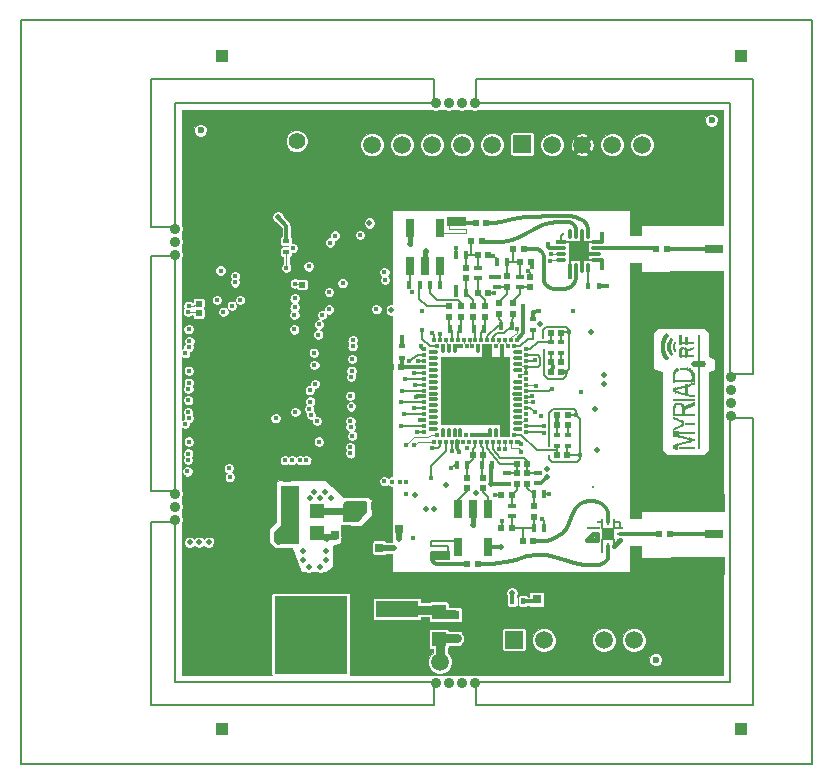
<source format=gtl>
G04 (created by PCBNEW (2013-05-31 BZR 4019)-stable) date 03/03/2014 21:16:57*
%MOIN*%
G04 Gerber Fmt 3.4, Leading zero omitted, Abs format*
%FSLAX34Y34*%
G01*
G70*
G90*
G04 APERTURE LIST*
%ADD10C,0.00590551*%
%ADD11C,0.0077*%
%ADD12C,0.023622*%
%ADD13C,0.0157*%
%ADD14C,0.0432*%
%ADD15C,0.0195*%
%ADD16C,0.0354*%
%ADD17R,0.0392X0.0392*%
%ADD18R,0.0472X0.051*%
%ADD19R,0.051X0.0472*%
%ADD20R,0.0195X0.0175*%
%ADD21R,0.0175X0.0195*%
%ADD22R,0.0259X0.014*%
%ADD23R,0.014X0.0259*%
%ADD24R,0.0275X0.0314*%
%ADD25R,0.0314X0.0275*%
%ADD26R,0.0195X0.0195*%
%ADD27C,0.2165*%
%ADD28R,0.1417X0.055*%
%ADD29R,0.244X0.2598*%
%ADD30R,0.0314X0.0314*%
%ADD31R,0.1849X0.0589*%
%ADD32R,0.0589X0.0275*%
%ADD33C,0.051*%
%ADD34C,0.055*%
%ADD35C,0.0597*%
%ADD36R,0.0597X0.0597*%
%ADD37R,0.0299X0.0649*%
%ADD38R,0.0669X0.0669*%
%ADD39O,0.0117X0.0335*%
%ADD40O,0.0122X0.0335*%
%ADD41O,0.0118X0.0335*%
%ADD42O,0.0335X0.0118*%
%ADD43R,0.0335X0.0118*%
%ADD44O,0.0335X0.0122*%
%ADD45R,0.0157X0.0209*%
%ADD46R,0.002X0.0114*%
%ADD47R,0.0276X0.0095*%
%ADD48R,0.0327X0.0095*%
%ADD49R,0.0354X0.0095*%
%ADD50R,0.0559X0.0095*%
%ADD51R,0.0019X0.0095*%
%ADD52R,0.0019X0.0083*%
%ADD53R,0.002X0.0095*%
%ADD54R,0.0019X0.0171*%
%ADD55R,0.0019X0.0342*%
%ADD56R,0.0019X0.0304*%
%ADD57R,0.0019X0.0094*%
%ADD58R,0.0019X0.0209*%
%ADD59R,0.0019X0.038*%
%ADD60R,0.0019X0.0475*%
%ADD61R,0.0019X0.0589*%
%ADD62R,0.0019X0.0646*%
%ADD63R,0.0019X0.0703*%
%ADD64R,0.0019X0.0779*%
%ADD65R,0.0019X0.0285*%
%ADD66R,0.0019X0.0247*%
%ADD67R,0.0019X0.0228*%
%ADD68R,0.0019X0.019*%
%ADD69R,0.0019X0.0133*%
%ADD70R,0.0019X0.0076*%
%ADD71R,0.0019X0.0038*%
%ADD72R,0.0019X0.0437*%
%ADD73R,0.0019X0.0551*%
%ADD74R,0.0019X0.0114*%
%ADD75R,0.0019X0.0057*%
%ADD76R,0.002X0.014*%
%ADD77R,0.0019X0.0335*%
%ADD78R,0.0019X0.0152*%
%ADD79R,0.0019X0.0361*%
%ADD80R,0.0019X0.0399*%
%ADD81R,0.0019X0.0323*%
%ADD82R,0.0019X0.0266*%
%ADD83R,0.0591X0.0095*%
%ADD84R,0.0157X0.0095*%
%ADD85R,0.002X0.038*%
%ADD86R,0.0019X0.0418*%
%ADD87R,0.0295X0.0095*%
%ADD88R,0.0217X0.0095*%
%ADD89R,0.0724X0.0095*%
%ADD90R,0.0019X0.3781*%
%ADD91R,0.00984252X0.0216535*%
%ADD92R,0.0216535X0.00984252*%
%ADD93R,0.0433071X0.0433071*%
%ADD94R,0.228346X0.228346*%
%ADD95R,0.0117X0.0275*%
%ADD96R,0.0117X0.0117*%
%ADD97R,0.0117X0.0177*%
%ADD98R,0.0177X0.0117*%
%ADD99R,0.1495X0.0392*%
%ADD100R,0.1299X0.0392*%
%ADD101R,0.0392X0.1299*%
%ADD102R,0.0392X0.1495*%
%ADD103C,0.0117*%
%ADD104C,0.0077*%
%ADD105C,0.0196*%
%ADD106C,0.0138*%
%ADD107C,0.0196*%
%ADD108C,0.0157*%
%ADD109C,0.0117*%
%ADD110C,0.0118*%
%ADD111C,0.0122*%
%ADD112C,0.0195*%
%ADD113C,0.0314*%
%ADD114C,0.0059*%
%ADD115C,0.0078*%
%ADD116C,0.0039*%
%ADD117C,0.0235*%
G04 APERTURE END LIST*
G54D10*
G54D11*
X42606Y-52483D02*
X42606Y-27680D01*
X68983Y-52483D02*
X42606Y-52483D01*
X68983Y-27680D02*
X68983Y-52483D01*
X42606Y-27680D02*
X68983Y-27680D01*
X66228Y-30437D02*
X66228Y-39492D01*
X57764Y-30437D02*
X66228Y-30437D01*
X57764Y-29650D02*
X57764Y-30437D01*
X67016Y-29650D02*
X57764Y-29650D01*
X67016Y-39492D02*
X67016Y-29650D01*
X66228Y-39492D02*
X67016Y-39492D01*
X57764Y-50515D02*
X57764Y-49728D01*
X67016Y-50515D02*
X57764Y-50515D01*
X67016Y-40948D02*
X67016Y-50515D01*
X66228Y-40948D02*
X67016Y-40948D01*
X66228Y-49728D02*
X66228Y-40948D01*
X57764Y-49728D02*
X66228Y-49728D01*
X46936Y-50515D02*
X46936Y-44413D01*
X56386Y-50515D02*
X46936Y-50515D01*
X56386Y-49728D02*
X56386Y-50515D01*
X47724Y-49728D02*
X56386Y-49728D01*
X47724Y-44413D02*
X47724Y-49728D01*
X46936Y-44413D02*
X47724Y-44413D01*
X46936Y-43390D02*
X46936Y-35555D01*
X47724Y-43390D02*
X46936Y-43390D01*
X47724Y-35555D02*
X47724Y-43390D01*
X46936Y-35555D02*
X47724Y-35555D01*
X47724Y-30437D02*
X47724Y-34570D01*
X46936Y-34570D02*
X47724Y-34570D01*
X46936Y-29648D02*
X46936Y-34570D01*
X46936Y-29648D02*
X56384Y-29648D01*
X56384Y-29648D02*
X56384Y-30437D01*
X47724Y-30437D02*
X56384Y-30437D01*
G54D12*
X48590Y-31346D03*
X65629Y-31015D03*
X63771Y-49007D03*
G54D13*
X61338Y-33307D03*
X60708Y-32598D03*
X61181Y-32598D03*
X60787Y-33307D03*
X62598Y-33307D03*
X62677Y-32598D03*
X62047Y-32598D03*
X62047Y-33307D03*
X64448Y-30866D03*
X63523Y-31023D03*
X63917Y-31023D03*
X64842Y-30866D03*
X63937Y-33228D03*
X63444Y-32637D03*
X60236Y-32598D03*
X63307Y-33228D03*
X54409Y-33307D03*
X54409Y-32992D03*
X54803Y-32992D03*
X54803Y-33307D03*
X55669Y-33307D03*
X55669Y-32992D03*
X55275Y-32992D03*
X55275Y-33307D03*
X52047Y-32913D03*
X59763Y-33307D03*
X60157Y-33307D03*
X52440Y-32913D03*
X51574Y-32913D03*
X59291Y-33307D03*
X58818Y-33307D03*
X51181Y-32913D03*
X56574Y-31023D03*
X60118Y-31023D03*
X60511Y-31023D03*
X56968Y-31023D03*
X57834Y-31023D03*
X61377Y-31023D03*
X60984Y-31023D03*
X57440Y-31023D03*
X59173Y-31023D03*
X62716Y-31023D03*
X63110Y-31023D03*
X59566Y-31023D03*
X58700Y-31023D03*
X62244Y-31023D03*
X61850Y-31023D03*
X58307Y-31023D03*
X49842Y-30826D03*
X54803Y-31003D03*
X55196Y-31003D03*
X50236Y-30826D03*
X48917Y-31200D03*
X56062Y-31003D03*
X55669Y-31003D03*
X50708Y-30826D03*
X48976Y-30826D03*
X53937Y-31003D03*
X54330Y-31003D03*
X49370Y-30826D03*
X48503Y-30826D03*
X53464Y-31003D03*
X53070Y-31003D03*
X48110Y-30826D03*
X56141Y-33307D03*
X56141Y-32992D03*
X56535Y-32992D03*
X56535Y-33307D03*
X57401Y-33307D03*
X57401Y-32992D03*
X57007Y-32992D03*
X57007Y-33307D03*
X49606Y-33858D03*
X49606Y-33543D03*
X50000Y-33543D03*
X50000Y-33858D03*
X49133Y-33858D03*
X49133Y-33543D03*
X48740Y-33543D03*
X48740Y-33858D03*
X64488Y-49370D03*
X64251Y-46535D03*
X64645Y-46535D03*
X64881Y-49370D03*
X65748Y-49370D03*
X65511Y-46535D03*
X65118Y-46535D03*
X65354Y-49370D03*
X62992Y-47086D03*
X62992Y-46771D03*
X63385Y-46771D03*
X63385Y-47086D03*
X62519Y-47086D03*
X62519Y-46771D03*
X62125Y-46771D03*
X62125Y-47086D03*
X63543Y-46141D03*
X63543Y-45826D03*
X63937Y-45826D03*
X63937Y-46141D03*
X63937Y-43858D03*
X63937Y-43543D03*
X63543Y-43543D03*
X63543Y-43858D03*
X63543Y-34409D03*
X63543Y-34094D03*
X63937Y-34094D03*
X63937Y-34409D03*
X63937Y-36535D03*
X63937Y-36220D03*
X63543Y-36220D03*
X63543Y-36535D03*
X64173Y-33779D03*
X64330Y-36850D03*
X64724Y-36850D03*
X64566Y-33779D03*
X65433Y-33779D03*
X65590Y-36850D03*
X65196Y-36850D03*
X65039Y-33779D03*
X52047Y-33307D03*
X65118Y-43307D03*
X65511Y-43307D03*
X52440Y-33307D03*
X51574Y-33307D03*
X64645Y-43307D03*
X64251Y-43307D03*
X51181Y-33307D03*
X65511Y-46850D03*
X65826Y-46850D03*
X65826Y-46535D03*
X65826Y-47165D03*
X60314Y-49370D03*
X60314Y-49055D03*
X60708Y-49055D03*
X60708Y-49370D03*
X61574Y-49370D03*
X61574Y-49055D03*
X61181Y-49055D03*
X61181Y-49370D03*
X62913Y-49370D03*
X62913Y-49055D03*
X63307Y-49055D03*
X63307Y-49370D03*
X62440Y-49370D03*
X62440Y-49055D03*
X62047Y-49055D03*
X62047Y-49370D03*
X58661Y-49370D03*
X58661Y-49055D03*
X64015Y-49370D03*
X65905Y-48661D03*
X65590Y-49055D03*
X65905Y-49055D03*
X63464Y-47559D03*
X63779Y-47086D03*
X59921Y-49370D03*
X59921Y-49055D03*
X58188Y-49055D03*
X58188Y-49370D03*
X59448Y-49370D03*
X59448Y-49055D03*
X59055Y-49055D03*
X59055Y-49370D03*
X54409Y-48661D03*
X57007Y-46299D03*
X56614Y-46299D03*
X54803Y-48661D03*
X55669Y-48661D03*
X59448Y-46299D03*
X59055Y-46299D03*
X55275Y-48661D03*
X50236Y-49370D03*
X48976Y-49370D03*
X48818Y-49055D03*
X53937Y-48661D03*
X49763Y-49370D03*
X48503Y-49370D03*
X48110Y-49370D03*
X49370Y-49370D03*
X55433Y-46771D03*
X54173Y-48346D03*
X54566Y-48346D03*
X55826Y-46771D03*
X56692Y-46771D03*
X53779Y-47795D03*
X55039Y-48346D03*
X56299Y-46771D03*
X58031Y-46771D03*
X58425Y-46771D03*
X57559Y-46771D03*
X53779Y-47244D03*
X54251Y-47795D03*
X57165Y-46771D03*
X48976Y-35354D03*
X49527Y-36692D03*
X49133Y-36456D03*
X48897Y-35039D03*
X48976Y-43543D03*
X49291Y-43543D03*
X49291Y-43149D03*
X48976Y-43149D03*
X53779Y-37795D03*
X54330Y-37795D03*
X54173Y-39133D03*
X54015Y-41338D03*
X49763Y-43543D03*
X50078Y-43543D03*
X50078Y-43149D03*
X49763Y-43149D03*
X54803Y-44094D03*
X55669Y-44960D03*
X55433Y-43464D03*
X54566Y-42362D03*
X48110Y-34724D03*
X48582Y-34409D03*
X48582Y-34803D03*
X48110Y-35118D03*
X48110Y-45669D03*
X48425Y-45669D03*
X48582Y-35275D03*
X48110Y-35590D03*
X48110Y-47007D03*
X48425Y-47007D03*
X48425Y-47401D03*
X48110Y-47401D03*
X48110Y-46535D03*
X48425Y-46535D03*
X48425Y-46141D03*
X48110Y-46141D03*
X48110Y-33543D03*
X48110Y-31181D03*
X48110Y-31574D03*
X48110Y-33937D03*
X48818Y-33228D03*
X50787Y-32992D03*
X50629Y-31259D03*
X48110Y-34409D03*
X48110Y-32755D03*
X48425Y-32755D03*
X48425Y-33149D03*
X48110Y-33149D03*
X48110Y-32283D03*
X48425Y-32283D03*
X48425Y-31889D03*
X48110Y-31889D03*
X48110Y-47795D03*
X48425Y-47795D03*
X48425Y-48188D03*
X48110Y-48188D03*
X48110Y-49055D03*
X48425Y-49055D03*
X48425Y-48661D03*
X48110Y-48661D03*
X50787Y-48818D03*
X50314Y-46771D03*
X50708Y-47086D03*
X50393Y-49133D03*
X48740Y-47086D03*
X49763Y-46692D03*
X49212Y-46771D03*
X48897Y-46771D03*
X49448Y-39133D03*
X49763Y-39133D03*
X49763Y-39527D03*
X49448Y-39527D03*
X49370Y-38031D03*
X49763Y-38188D03*
X48976Y-38188D03*
X50157Y-38031D03*
X49527Y-40157D03*
X49842Y-40157D03*
X49842Y-40551D03*
X49527Y-40551D03*
X49370Y-41417D03*
X49921Y-41417D03*
X49921Y-41889D03*
X49370Y-41889D03*
X65826Y-33700D03*
X65826Y-33228D03*
X65433Y-33385D03*
X65905Y-31496D03*
X65826Y-38425D03*
X65826Y-41181D03*
X65826Y-40787D03*
X65826Y-38031D03*
X65826Y-39763D03*
X54566Y-33779D03*
X56771Y-33779D03*
X65826Y-40157D03*
X65826Y-39291D03*
X65826Y-42047D03*
X65826Y-41653D03*
X65826Y-38897D03*
X65905Y-36850D03*
X63700Y-33700D03*
X63622Y-40393D03*
X63543Y-38267D03*
X63543Y-38661D03*
X63622Y-40787D03*
X63622Y-41653D03*
X63543Y-39527D03*
X63543Y-39133D03*
X63622Y-41259D03*
X63622Y-42992D03*
X63149Y-42204D03*
X63070Y-39842D03*
X63149Y-42598D03*
X63622Y-42519D03*
X65905Y-43307D03*
X63543Y-40000D03*
X63622Y-42125D03*
X63070Y-40236D03*
X63543Y-37401D03*
X63070Y-37480D03*
X63070Y-37874D03*
X63543Y-37795D03*
X63543Y-36929D03*
X61653Y-33779D03*
X59212Y-33779D03*
X63937Y-36850D03*
X61496Y-46377D03*
X58346Y-47795D03*
X58346Y-48661D03*
X63622Y-46535D03*
X63858Y-46771D03*
X58346Y-48267D03*
G54D14*
X49554Y-45454D03*
X49554Y-35062D03*
G54D15*
X56102Y-43975D03*
G54D13*
X61386Y-35540D03*
X61024Y-35536D03*
X61024Y-35198D03*
X61394Y-35193D03*
G54D16*
X47725Y-34630D03*
X47725Y-35063D03*
X47725Y-35496D03*
X47725Y-44335D03*
X47725Y-43902D03*
X47725Y-43469D03*
X66268Y-39571D03*
X66268Y-40004D03*
X66268Y-40437D03*
X66268Y-40870D03*
G54D17*
X49299Y-51303D03*
X66622Y-51303D03*
X66621Y-28862D03*
G54D13*
X58299Y-40354D03*
X58299Y-39921D03*
X58082Y-40138D03*
X58515Y-40138D03*
X61011Y-37386D03*
X62078Y-44708D03*
X62275Y-44901D03*
X58732Y-40354D03*
X57866Y-40354D03*
X57433Y-40354D03*
X57000Y-40354D03*
X56783Y-40571D03*
X57216Y-40571D03*
X57653Y-40571D03*
X58082Y-40571D03*
X58515Y-40571D03*
X58515Y-41004D03*
X58082Y-41004D03*
X57653Y-41004D03*
X57216Y-41004D03*
X56783Y-41004D03*
X57000Y-40787D03*
X57433Y-40787D03*
X58299Y-40787D03*
X57866Y-40787D03*
X58732Y-40787D03*
X58732Y-39921D03*
X57866Y-39921D03*
X57433Y-39921D03*
X57000Y-39921D03*
X56783Y-40138D03*
X57216Y-40138D03*
X57653Y-40138D03*
X58515Y-39705D03*
X58082Y-39705D03*
X57653Y-39705D03*
X57216Y-39705D03*
X56783Y-39705D03*
X57000Y-39488D03*
X57433Y-39488D03*
X58299Y-39488D03*
X57866Y-39488D03*
X58732Y-39488D03*
X58732Y-39055D03*
X57866Y-39055D03*
X58299Y-39055D03*
X57433Y-39055D03*
X57000Y-39055D03*
X56783Y-39272D03*
X57216Y-39272D03*
X57653Y-39272D03*
X58082Y-39272D03*
X58515Y-39272D03*
G54D15*
X48861Y-45087D03*
X48546Y-45087D03*
X48231Y-45087D03*
X52389Y-43424D03*
X52744Y-43424D03*
X52941Y-43620D03*
X52586Y-43621D03*
X52782Y-45375D03*
X52782Y-45690D03*
X52584Y-45927D03*
X52190Y-45927D03*
X51994Y-45690D03*
X51994Y-45375D03*
G54D18*
X56532Y-48310D03*
X56532Y-47406D03*
G54D19*
X51568Y-44036D03*
X52472Y-44036D03*
X51568Y-44772D03*
X52472Y-44772D03*
G54D20*
X51445Y-35036D03*
X51445Y-35406D03*
G54D21*
X61870Y-36559D03*
X61500Y-36559D03*
G54D20*
X60461Y-41890D03*
X60461Y-41520D03*
X55299Y-38559D03*
X55299Y-38929D03*
X60827Y-41504D03*
X60827Y-41874D03*
X60618Y-38784D03*
X60618Y-38414D03*
X60264Y-38402D03*
X60264Y-38772D03*
X59665Y-38024D03*
X59665Y-37654D03*
G54D22*
X58799Y-43133D03*
X58799Y-42793D03*
X57825Y-35952D03*
X57825Y-36292D03*
X59843Y-43123D03*
X59843Y-42783D03*
G54D23*
X58800Y-35740D03*
X58460Y-35740D03*
X57442Y-36787D03*
X57102Y-36787D03*
G54D22*
X58472Y-36568D03*
X58472Y-36228D03*
G54D23*
X57434Y-35512D03*
X57094Y-35512D03*
X58957Y-37870D03*
X58617Y-37870D03*
G54D22*
X59252Y-36247D03*
X59252Y-36587D03*
G54D23*
X58296Y-42520D03*
X57956Y-42520D03*
X57123Y-42500D03*
X57463Y-42500D03*
X59692Y-44606D03*
X60032Y-44606D03*
G54D22*
X58976Y-44225D03*
X58976Y-43885D03*
G54D23*
X59692Y-43484D03*
X60032Y-43484D03*
X57237Y-37984D03*
X56897Y-37984D03*
X56568Y-36500D03*
X56228Y-36500D03*
X55550Y-36496D03*
X55890Y-36496D03*
X58044Y-37992D03*
X57704Y-37992D03*
G54D24*
X57078Y-47500D03*
X57508Y-47500D03*
X57088Y-48284D03*
X57518Y-48284D03*
X54542Y-45276D03*
X54112Y-45276D03*
G54D25*
X51469Y-43372D03*
X51469Y-42943D03*
G54D24*
X53057Y-44851D03*
X53487Y-44851D03*
X55215Y-44638D03*
X54785Y-44638D03*
X53990Y-43882D03*
X54420Y-43882D03*
G54D26*
X59016Y-35305D03*
X59370Y-35305D03*
X59327Y-45031D03*
X59681Y-45031D03*
X58976Y-44606D03*
X58622Y-44606D03*
X59693Y-43878D03*
X59693Y-44232D03*
X58976Y-43504D03*
X58622Y-43504D03*
X59124Y-42776D03*
X59124Y-43130D03*
X59488Y-42776D03*
X59488Y-43130D03*
X59130Y-42477D03*
X59484Y-42477D03*
X59577Y-36584D03*
X59577Y-36230D03*
X57469Y-45799D03*
X57823Y-45799D03*
X57622Y-35059D03*
X57976Y-35059D03*
X58004Y-42933D03*
X58004Y-43287D03*
X57461Y-42933D03*
X57461Y-43287D03*
X57667Y-42165D03*
X58021Y-42165D03*
X59012Y-37480D03*
X59012Y-37126D03*
X59248Y-35744D03*
X59602Y-35744D03*
X58799Y-36575D03*
X58799Y-36221D03*
X57441Y-36289D03*
X57441Y-35935D03*
X51976Y-36496D03*
X52330Y-36496D03*
X57825Y-35522D03*
X58179Y-35522D03*
X58071Y-37579D03*
X58071Y-37225D03*
X57677Y-37579D03*
X57677Y-37225D03*
X57260Y-37575D03*
X57260Y-37221D03*
X57825Y-36781D03*
X58179Y-36781D03*
X57764Y-34433D03*
X58118Y-34433D03*
X56874Y-37567D03*
X56874Y-37213D03*
X58547Y-37480D03*
X58547Y-37126D03*
X63775Y-35299D03*
X64129Y-35299D03*
X48532Y-37130D03*
X48532Y-36776D03*
X48532Y-37457D03*
X48532Y-37811D03*
X60264Y-38110D03*
X60618Y-38110D03*
X60268Y-39083D03*
X60622Y-39083D03*
X60264Y-39406D03*
X60618Y-39406D03*
X60473Y-40831D03*
X60827Y-40831D03*
X60461Y-42173D03*
X60815Y-42173D03*
X55283Y-39252D03*
X54929Y-39252D03*
X60481Y-41173D03*
X60835Y-41173D03*
G54D27*
X49752Y-32228D03*
X64791Y-32228D03*
X64791Y-47975D03*
X49752Y-47975D03*
G54D28*
X55145Y-49107D03*
G54D29*
X52271Y-48173D03*
G54D28*
X55145Y-47309D03*
G54D15*
X56378Y-43975D03*
X52232Y-43621D03*
G54D21*
X59347Y-47051D03*
X58977Y-47051D03*
G54D30*
X60421Y-46992D03*
X59791Y-46992D03*
G54D15*
X52112Y-49195D03*
X51720Y-49197D03*
X52507Y-49197D03*
X51325Y-49197D03*
X52902Y-49197D03*
X51325Y-48802D03*
X51325Y-48410D03*
X51325Y-48015D03*
X51325Y-47622D03*
X51325Y-47267D03*
X51720Y-47267D03*
X52114Y-47267D03*
X52507Y-47267D03*
X52900Y-47267D03*
X52900Y-47622D03*
X52900Y-48015D03*
X52900Y-48410D03*
X52900Y-48802D03*
G54D17*
X49299Y-28862D03*
G54D16*
X56426Y-49768D03*
X56859Y-49768D03*
X57292Y-49768D03*
X57726Y-49768D03*
X56425Y-30437D03*
X56858Y-30437D03*
X57291Y-30437D03*
X57725Y-30437D03*
G54D31*
X65161Y-43763D03*
X65161Y-45867D03*
G54D32*
X65711Y-44815D03*
G54D31*
X65145Y-34246D03*
X65145Y-36350D03*
G54D32*
X65695Y-35298D03*
G54D33*
X51299Y-32217D03*
X52299Y-32217D03*
X52299Y-31217D03*
X51299Y-31217D03*
G54D34*
X51799Y-31717D03*
G54D35*
X58307Y-31834D03*
X57307Y-31834D03*
X56307Y-31834D03*
X55307Y-31834D03*
G54D36*
X53307Y-31814D03*
G54D35*
X54307Y-31834D03*
G54D36*
X57576Y-49079D03*
G54D35*
X56576Y-49079D03*
G54D37*
X57164Y-43981D03*
X57664Y-43981D03*
X58164Y-43981D03*
X58164Y-45232D03*
X57164Y-45232D03*
G54D38*
X61200Y-35379D03*
G54D39*
X61298Y-34799D03*
G54D40*
X61102Y-34799D03*
G54D39*
X60905Y-34799D03*
G54D40*
X61495Y-34799D03*
X61102Y-35959D03*
G54D41*
X60905Y-35960D03*
X61298Y-35960D03*
X61495Y-35960D03*
G54D42*
X60619Y-35281D03*
G54D43*
X60619Y-35084D03*
G54D42*
X60619Y-35477D03*
X60619Y-35674D03*
G54D44*
X61780Y-35281D03*
G54D42*
X61781Y-35084D03*
X61781Y-35477D03*
X61781Y-35674D03*
G54D37*
X56579Y-35874D03*
X56079Y-35874D03*
X55579Y-35874D03*
X55579Y-34623D03*
X56579Y-34623D03*
G54D45*
X65303Y-39141D03*
G54D46*
X65063Y-40479D03*
G54D47*
X64551Y-40832D03*
G54D48*
X64905Y-40832D03*
G54D49*
X64890Y-41137D03*
G54D50*
X64791Y-41438D03*
G54D51*
X65437Y-39141D03*
G54D52*
X64362Y-40940D03*
G54D53*
X64377Y-41328D03*
G54D52*
X64358Y-41334D03*
G54D54*
X64378Y-41479D03*
G54D55*
X65043Y-39587D03*
G54D56*
X65059Y-39606D03*
G54D51*
X65063Y-40224D03*
G54D53*
X65044Y-40224D03*
G54D57*
X65059Y-39826D03*
G54D58*
X63960Y-38571D03*
G54D59*
X63979Y-38561D03*
G54D60*
X63998Y-38571D03*
G54D61*
X64017Y-38571D03*
G54D62*
X64036Y-38561D03*
G54D63*
X64055Y-38571D03*
G54D64*
X64074Y-38571D03*
G54D65*
X64093Y-38837D03*
X64093Y-38305D03*
G54D66*
X64112Y-38875D03*
X64112Y-38267D03*
G54D67*
X64131Y-38903D03*
G54D58*
X64131Y-38229D03*
G54D68*
X64150Y-38922D03*
G54D54*
X64150Y-38210D03*
G54D69*
X64169Y-38932D03*
X64169Y-38210D03*
G54D51*
X64188Y-38932D03*
G54D66*
X64188Y-38571D03*
G54D70*
X64188Y-38200D03*
G54D71*
X64207Y-38941D03*
G54D55*
X64207Y-38561D03*
G54D71*
X64207Y-38200D03*
G54D72*
X64226Y-38571D03*
G54D60*
X64245Y-38571D03*
G54D73*
X64264Y-38571D03*
G54D67*
X64283Y-38751D03*
G54D58*
X64283Y-38381D03*
G54D54*
X64302Y-38780D03*
X64302Y-38362D03*
G54D74*
X64321Y-38789D03*
X64321Y-38352D03*
G54D75*
X64340Y-38799D03*
X64340Y-38343D03*
G54D69*
X64359Y-41915D03*
G54D76*
X64358Y-41464D03*
G54D77*
X64362Y-40712D03*
G54D74*
X64359Y-40024D03*
G54D56*
X64359Y-39606D03*
G54D51*
X64359Y-38571D03*
G54D78*
X64378Y-41905D03*
G54D51*
X64378Y-40946D03*
G54D79*
X64378Y-40699D03*
G54D78*
X64378Y-40024D03*
G54D55*
X64378Y-39587D03*
G54D58*
X64378Y-38571D03*
G54D78*
X64397Y-41905D03*
G54D54*
X64397Y-41478D03*
G54D51*
X64397Y-41326D03*
X64397Y-40946D03*
G54D59*
X64397Y-40689D03*
G54D78*
X64397Y-40024D03*
G54D59*
X64397Y-39568D03*
G54D65*
X64397Y-38571D03*
G54D78*
X64416Y-41905D03*
G54D54*
X64416Y-41478D03*
G54D51*
X64416Y-41307D03*
X64416Y-40965D03*
G54D80*
X64416Y-40680D03*
G54D78*
X64416Y-40024D03*
G54D80*
X64416Y-39559D03*
G54D81*
X64416Y-38571D03*
G54D54*
X64435Y-41896D03*
X64435Y-41478D03*
G54D51*
X64435Y-41307D03*
X64435Y-40965D03*
G54D69*
X64435Y-40528D03*
G54D54*
X64435Y-40034D03*
G54D78*
X64435Y-39416D03*
G54D51*
X64435Y-38685D03*
X64435Y-38457D03*
G54D54*
X64454Y-41896D03*
X64454Y-41478D03*
G54D51*
X64454Y-41288D03*
X64454Y-40984D03*
G54D74*
X64454Y-40499D03*
G54D68*
X64454Y-40024D03*
G54D69*
X64454Y-39388D03*
G54D71*
X64454Y-38694D03*
X64454Y-38447D03*
G54D54*
X64473Y-41896D03*
G54D68*
X64473Y-41487D03*
G54D51*
X64473Y-41288D03*
X64473Y-40984D03*
X64473Y-40490D03*
G54D70*
X64473Y-40081D03*
G54D51*
X64473Y-39977D03*
G54D74*
X64473Y-39359D03*
G54D54*
X64492Y-41896D03*
G54D68*
X64492Y-41487D03*
G54D51*
X64492Y-41269D03*
G54D70*
X64492Y-40993D03*
G54D51*
X64492Y-40490D03*
X64492Y-40091D03*
G54D70*
X64492Y-39967D03*
G54D74*
X64492Y-39359D03*
G54D68*
X64511Y-41886D03*
X64511Y-41487D03*
G54D51*
X64511Y-41269D03*
X64511Y-41003D03*
X64511Y-40471D03*
X64511Y-40091D03*
X64511Y-39958D03*
G54D74*
X64511Y-39340D03*
G54D70*
X64530Y-41829D03*
G54D68*
X64530Y-41487D03*
G54D51*
X64530Y-41250D03*
G54D70*
X64530Y-41012D03*
G54D51*
X64530Y-40471D03*
X64530Y-40091D03*
X64530Y-39958D03*
X64530Y-39331D03*
G54D70*
X64549Y-41829D03*
G54D58*
X64549Y-41497D03*
G54D51*
X64549Y-41250D03*
X64549Y-41022D03*
X64549Y-40471D03*
G54D70*
X64549Y-40100D03*
G54D51*
X64549Y-39958D03*
X64549Y-39331D03*
X64568Y-41820D03*
X64568Y-41554D03*
X64568Y-41231D03*
G54D70*
X64568Y-41031D03*
G54D51*
X64568Y-40471D03*
X64568Y-40110D03*
G54D70*
X64568Y-39948D03*
G54D82*
X64568Y-38789D03*
G54D56*
X64568Y-38333D03*
G54D70*
X64587Y-41810D03*
X64587Y-41563D03*
G54D51*
X64587Y-41231D03*
X64587Y-41041D03*
X64587Y-40471D03*
X64587Y-40110D03*
X64587Y-39939D03*
G54D65*
X64587Y-38780D03*
G54D56*
X64587Y-38333D03*
G54D70*
X64606Y-41810D03*
G54D51*
X64606Y-41573D03*
X64606Y-41212D03*
G54D70*
X64606Y-41050D03*
G54D51*
X64606Y-40490D03*
G54D70*
X64606Y-40119D03*
G54D51*
X64606Y-39939D03*
G54D81*
X64606Y-38761D03*
G54D56*
X64606Y-38333D03*
G54D70*
X64625Y-41810D03*
G54D51*
X64625Y-41573D03*
X64625Y-41212D03*
X64625Y-41060D03*
G54D74*
X64625Y-40499D03*
G54D51*
X64625Y-40129D03*
X64625Y-39939D03*
G54D81*
X64625Y-38761D03*
G54D56*
X64625Y-38333D03*
G54D51*
X64644Y-41801D03*
X64644Y-41573D03*
X64644Y-41193D03*
G54D70*
X64644Y-41069D03*
G54D74*
X64644Y-40518D03*
G54D51*
X64644Y-40129D03*
X64644Y-39920D03*
G54D69*
X64644Y-38647D03*
G54D70*
X64663Y-41791D03*
X64663Y-41582D03*
G54D68*
X64663Y-41126D03*
G54D78*
X64663Y-40537D03*
G54D51*
X64663Y-40129D03*
X64663Y-39920D03*
X64663Y-38628D03*
G54D70*
X64682Y-41791D03*
G54D51*
X64682Y-41592D03*
G54D54*
X64682Y-41136D03*
G54D80*
X64682Y-40680D03*
G54D70*
X64682Y-40138D03*
G54D51*
X64682Y-39920D03*
X64682Y-38609D03*
G54D70*
X64701Y-41791D03*
G54D51*
X64701Y-41592D03*
G54D78*
X64701Y-41126D03*
G54D59*
X64701Y-40689D03*
G54D51*
X64701Y-40148D03*
X64701Y-39901D03*
G54D83*
X64704Y-39711D03*
G54D84*
X64701Y-38875D03*
G54D51*
X64701Y-38609D03*
G54D84*
X64701Y-38438D03*
G54D51*
X64720Y-41782D03*
G54D70*
X64720Y-41601D03*
G54D69*
X64720Y-41136D03*
G54D55*
X64720Y-40708D03*
G54D51*
X64720Y-40148D03*
X64720Y-39901D03*
G54D70*
X64720Y-38618D03*
G54D50*
X64791Y-41934D03*
G54D70*
X64739Y-41772D03*
X64739Y-41601D03*
G54D81*
X64739Y-40718D03*
G54D51*
X64739Y-40148D03*
X64739Y-39901D03*
X64739Y-38628D03*
G54D70*
X64758Y-41772D03*
G54D51*
X64758Y-41611D03*
X64758Y-40604D03*
G54D74*
X64758Y-40157D03*
G54D51*
X64758Y-39901D03*
G54D74*
X64758Y-38637D03*
G54D51*
X64777Y-41763D03*
X64777Y-41611D03*
G54D74*
X64777Y-40594D03*
G54D85*
X64777Y-40024D03*
G54D81*
X64777Y-38761D03*
G54D66*
X64777Y-38362D03*
G54D70*
X64796Y-41753D03*
X64796Y-41620D03*
G54D51*
X64796Y-40585D03*
G54D59*
X64796Y-40024D03*
G54D56*
X64796Y-38770D03*
G54D66*
X64796Y-38362D03*
G54D70*
X64815Y-41753D03*
X64815Y-41620D03*
G54D74*
X64815Y-40575D03*
G54D59*
X64815Y-40024D03*
G54D65*
X64815Y-38780D03*
G54D66*
X64815Y-38362D03*
G54D70*
X64834Y-41753D03*
G54D51*
X64834Y-41630D03*
G54D74*
X64834Y-40575D03*
G54D86*
X64834Y-40024D03*
G54D87*
X64701Y-39311D03*
G54D82*
X64834Y-38789D03*
G54D66*
X64834Y-38362D03*
G54D51*
X64853Y-41744D03*
X64853Y-41630D03*
X64853Y-40566D03*
X64853Y-40186D03*
X64853Y-39863D03*
G54D74*
X64853Y-39321D03*
X64853Y-38694D03*
G54D70*
X64872Y-41734D03*
X64872Y-41639D03*
G54D74*
X64872Y-40556D03*
G54D51*
X64872Y-40186D03*
X64872Y-39863D03*
X64872Y-39331D03*
X64872Y-38685D03*
G54D54*
X64891Y-41687D03*
G54D51*
X64891Y-40547D03*
X64891Y-40205D03*
X64891Y-39863D03*
G54D74*
X64891Y-39340D03*
G54D51*
X64891Y-38685D03*
G54D54*
X64910Y-41687D03*
G54D74*
X64910Y-40537D03*
G54D51*
X64910Y-40205D03*
X64910Y-39844D03*
X64910Y-39350D03*
X64910Y-38666D03*
G54D78*
X64929Y-41696D03*
G54D74*
X64929Y-40537D03*
G54D51*
X64929Y-40205D03*
X64929Y-39844D03*
G54D74*
X64929Y-39359D03*
G54D51*
X64929Y-38666D03*
G54D69*
X64948Y-41687D03*
G54D51*
X64948Y-40528D03*
X64948Y-40205D03*
X64948Y-39844D03*
G54D74*
X64948Y-39378D03*
G54D51*
X64948Y-38647D03*
G54D88*
X64945Y-38438D03*
G54D69*
X64967Y-41687D03*
G54D74*
X64967Y-40518D03*
G54D51*
X64967Y-40224D03*
X64967Y-39825D03*
G54D78*
X64967Y-39397D03*
G54D88*
X64945Y-38875D03*
G54D51*
X64967Y-38647D03*
G54D69*
X64986Y-41687D03*
G54D51*
X64986Y-40509D03*
G54D89*
X64712Y-40345D03*
G54D51*
X64986Y-40224D03*
X64986Y-39825D03*
G54D74*
X64986Y-39701D03*
G54D58*
X64986Y-39445D03*
G54D51*
X64986Y-39141D03*
X64986Y-38628D03*
X65005Y-41687D03*
G54D74*
X65005Y-40499D03*
G54D51*
X65005Y-40224D03*
X65005Y-39825D03*
G54D80*
X65005Y-39559D03*
G54D69*
X65005Y-39141D03*
G54D51*
X65005Y-38628D03*
X65024Y-41687D03*
X65024Y-40490D03*
X65024Y-40224D03*
X65024Y-39825D03*
G54D79*
X65024Y-39578D03*
G54D54*
X65024Y-39141D03*
G54D70*
X65024Y-38618D03*
G54D51*
X65043Y-41687D03*
G54D74*
X65043Y-40480D03*
G54D57*
X65043Y-39826D03*
G54D51*
X65043Y-38609D03*
G54D75*
X65062Y-41687D03*
G54D45*
X65110Y-39141D03*
G54D90*
X65195Y-40091D03*
X65214Y-40091D03*
X65233Y-40091D03*
G54D68*
X65386Y-39141D03*
G54D54*
X65404Y-39141D03*
G54D69*
X65421Y-39141D03*
G54D35*
X63314Y-31834D03*
X62314Y-31834D03*
X61314Y-31834D03*
G54D36*
X59314Y-31814D03*
G54D35*
X60314Y-31834D03*
X63043Y-48350D03*
X62043Y-48350D03*
X61043Y-48350D03*
G54D36*
X59043Y-48330D03*
G54D35*
X60043Y-48350D03*
G54D91*
X62185Y-45208D03*
X61988Y-45208D03*
X62381Y-45208D03*
X62381Y-44421D03*
X62185Y-44421D03*
X61988Y-44421D03*
G54D92*
X61791Y-45011D03*
X61791Y-44814D03*
X61791Y-44618D03*
X62578Y-44814D03*
X62578Y-44618D03*
X62578Y-45011D03*
G54D93*
X62185Y-44814D03*
G54D26*
X63882Y-44814D03*
X64236Y-44814D03*
G54D94*
X57751Y-40028D03*
G54D95*
X58242Y-40948D03*
X58242Y-40580D03*
X58242Y-40216D03*
X58242Y-39845D03*
X58242Y-39480D03*
X58242Y-39113D03*
X58437Y-39113D03*
X58439Y-39480D03*
X58439Y-39845D03*
X58439Y-40216D03*
X58439Y-40580D03*
X58439Y-40948D03*
X58827Y-40948D03*
X58827Y-40580D03*
X58827Y-40216D03*
X58827Y-39845D03*
X58827Y-39480D03*
X58827Y-39113D03*
X58630Y-39113D03*
X58630Y-39480D03*
X58630Y-39845D03*
X58630Y-40216D03*
X58630Y-40580D03*
X58630Y-40948D03*
X57462Y-40948D03*
X57462Y-40580D03*
X57462Y-40216D03*
X57462Y-39845D03*
X57462Y-39480D03*
X57462Y-39113D03*
X57657Y-39113D03*
X57659Y-39480D03*
X57659Y-39845D03*
X57659Y-40216D03*
X57659Y-40580D03*
X57659Y-40948D03*
X58047Y-40948D03*
X58047Y-40580D03*
X58047Y-40216D03*
X58047Y-39845D03*
X58047Y-39480D03*
X58047Y-39113D03*
X57850Y-39113D03*
X57850Y-39480D03*
X57850Y-39845D03*
X57850Y-40216D03*
X57850Y-40580D03*
X57850Y-40948D03*
X57067Y-40948D03*
X57067Y-40580D03*
X57067Y-40216D03*
X57067Y-39845D03*
X57067Y-39480D03*
X57067Y-39113D03*
X57264Y-39113D03*
X57265Y-39480D03*
X57265Y-39845D03*
X57265Y-40216D03*
X57265Y-40580D03*
X57265Y-40948D03*
X56875Y-40948D03*
X56875Y-40580D03*
X56875Y-40216D03*
X56875Y-39845D03*
X56875Y-39480D03*
X56875Y-39113D03*
G54D96*
X58836Y-38554D03*
X59033Y-38554D03*
X58638Y-38554D03*
X58441Y-38554D03*
X58245Y-38554D03*
X58048Y-38554D03*
X57851Y-38554D03*
X57655Y-38554D03*
X57458Y-38554D03*
X57260Y-38554D03*
X57063Y-38554D03*
X56866Y-38554D03*
X56671Y-38554D03*
G54D97*
X59130Y-38330D03*
X58933Y-38330D03*
X58738Y-38330D03*
X58541Y-38330D03*
X58343Y-38330D03*
X58146Y-38330D03*
X57950Y-38330D03*
X57753Y-38330D03*
X57556Y-38330D03*
X57360Y-38330D03*
X57163Y-38330D03*
X56966Y-38330D03*
X56768Y-38330D03*
X56571Y-38330D03*
G54D96*
X56473Y-38554D03*
G54D98*
X59453Y-38653D03*
G54D96*
X59228Y-38753D03*
G54D98*
X59453Y-38852D03*
X59453Y-39048D03*
X59453Y-39245D03*
X59453Y-39442D03*
X59453Y-39638D03*
X59451Y-39835D03*
X59453Y-40032D03*
X59453Y-40228D03*
X59453Y-40427D03*
X59453Y-40622D03*
X59453Y-40820D03*
X59453Y-41017D03*
X59453Y-41212D03*
X59453Y-41400D03*
G54D96*
X59228Y-38950D03*
X59228Y-39145D03*
X59228Y-39343D03*
X59228Y-39540D03*
X59228Y-39737D03*
X59228Y-39933D03*
X59228Y-40132D03*
X59228Y-40327D03*
X59228Y-40523D03*
X59228Y-40722D03*
X59228Y-40918D03*
X59228Y-41312D03*
X59228Y-41115D03*
X58830Y-41505D03*
X59026Y-41505D03*
X58633Y-41505D03*
X58436Y-41505D03*
X58238Y-41505D03*
X58043Y-41505D03*
X57846Y-41505D03*
X57648Y-41505D03*
X57451Y-41505D03*
X57255Y-41505D03*
X57058Y-41505D03*
X56860Y-41505D03*
X56665Y-41505D03*
G54D97*
X59123Y-41730D03*
X58926Y-41730D03*
X58731Y-41730D03*
X58535Y-41730D03*
X58338Y-41730D03*
X58141Y-41730D03*
X57943Y-41730D03*
X57746Y-41730D03*
X57550Y-41729D03*
X57353Y-41730D03*
X57156Y-41730D03*
X56960Y-41730D03*
X56763Y-41730D03*
X56566Y-41730D03*
G54D96*
X56468Y-41505D03*
G54D97*
X56368Y-41730D03*
X56374Y-38330D03*
G54D98*
X56051Y-38652D03*
G54D96*
X56276Y-38751D03*
G54D98*
X56051Y-38849D03*
X56051Y-39046D03*
X56051Y-39243D03*
X56051Y-39440D03*
X56051Y-39637D03*
X56051Y-39833D03*
X56051Y-40030D03*
X56051Y-40227D03*
X56051Y-40424D03*
X56051Y-40621D03*
X56051Y-40818D03*
X56051Y-41015D03*
X56051Y-41210D03*
X56051Y-41407D03*
G54D96*
X56276Y-38948D03*
X56276Y-39144D03*
X56276Y-39341D03*
X56276Y-39538D03*
X56276Y-39735D03*
X56276Y-39932D03*
X56276Y-40129D03*
X56276Y-40326D03*
X56276Y-40522D03*
X56276Y-40719D03*
X56276Y-40916D03*
X56276Y-41310D03*
X56276Y-41113D03*
G54D95*
X56679Y-39113D03*
X56679Y-39480D03*
X56679Y-39845D03*
X56679Y-40216D03*
X56679Y-40580D03*
X56679Y-40948D03*
G54D99*
X60400Y-33783D03*
X58038Y-33783D03*
X55676Y-33783D03*
X53313Y-33783D03*
G54D100*
X51051Y-33783D03*
G54D101*
X50599Y-34235D03*
G54D102*
X63116Y-36500D03*
X63116Y-38862D03*
X63116Y-41223D03*
X63116Y-43587D03*
G54D100*
X62663Y-46301D03*
G54D101*
X63116Y-45847D03*
X50599Y-45847D03*
G54D100*
X51051Y-46301D03*
G54D99*
X53313Y-46301D03*
X55676Y-46301D03*
X58038Y-46301D03*
X60400Y-46301D03*
G54D102*
X50599Y-43587D03*
X50599Y-41223D03*
X50599Y-38862D03*
X50599Y-36500D03*
G54D100*
X62663Y-33783D03*
G54D101*
X63116Y-34235D03*
G54D103*
X61685Y-43255D03*
G54D15*
X56783Y-43173D03*
X61728Y-40646D03*
X61821Y-42018D03*
X61594Y-38083D03*
X55748Y-43512D03*
X55032Y-45276D03*
G54D104*
X61488Y-45011D03*
G54D15*
X58976Y-46772D03*
G54D13*
X60177Y-35130D03*
G54D15*
X54949Y-37343D03*
G54D13*
X52646Y-37508D03*
G54D15*
X54221Y-34441D03*
X51169Y-34244D03*
X57756Y-43449D03*
G54D13*
X56949Y-42618D03*
G54D15*
X58264Y-43146D03*
X60142Y-42921D03*
G54D13*
X55299Y-38228D03*
G54D15*
X62039Y-39803D03*
X59910Y-37815D03*
X62036Y-39500D03*
G54D13*
X49256Y-36028D03*
X53323Y-36453D03*
G54D104*
X60677Y-34807D03*
X61854Y-44421D03*
X62578Y-44440D03*
X61988Y-45425D03*
G54D15*
X50921Y-43799D03*
X51012Y-36701D03*
G54D13*
X48154Y-36225D03*
X48154Y-35831D03*
G54D15*
X48158Y-36717D03*
X48150Y-39079D03*
X48189Y-41437D03*
G54D13*
X48032Y-37599D03*
X48047Y-38189D03*
X48024Y-39571D03*
X48028Y-40551D03*
X48032Y-41933D03*
X48032Y-42918D03*
X48197Y-43508D03*
G54D15*
X48138Y-43807D03*
G54D13*
X48102Y-44492D03*
X50921Y-44492D03*
G54D15*
X58002Y-47500D03*
G54D13*
X59961Y-44311D03*
X58626Y-44390D03*
X58413Y-43508D03*
X60205Y-43484D03*
X59882Y-37386D03*
X58256Y-36228D03*
X57106Y-36587D03*
G54D15*
X58616Y-45230D03*
G54D13*
X61102Y-40835D03*
G54D15*
X57668Y-44518D03*
G54D13*
X52012Y-34799D03*
X61264Y-40071D03*
X54457Y-43477D03*
G54D15*
X53465Y-45815D03*
G54D13*
X54579Y-44225D03*
G54D15*
X54268Y-46508D03*
X57984Y-48284D03*
G54D13*
X61957Y-34823D03*
X60906Y-36260D03*
X61957Y-35933D03*
X62154Y-36559D03*
X61228Y-42177D03*
X60882Y-38087D03*
X60780Y-39406D03*
X59350Y-37213D03*
G54D105*
X56091Y-35378D03*
X55579Y-35130D03*
G54D13*
X59508Y-36051D03*
X59650Y-35925D03*
X57094Y-35291D03*
X58354Y-35528D03*
X58370Y-36783D03*
X48165Y-37402D03*
X60266Y-35482D03*
X48193Y-37205D03*
X60246Y-35719D03*
X49565Y-42918D03*
X49132Y-37012D03*
G54D104*
X61511Y-44618D03*
G54D15*
X55217Y-44988D03*
G54D13*
X55288Y-40421D03*
X55701Y-40618D03*
X55366Y-40819D03*
X55705Y-41839D03*
G54D106*
X59065Y-40325D03*
G54D13*
X51732Y-36461D03*
X53591Y-41236D03*
G54D106*
X56447Y-41309D03*
G54D13*
X59951Y-40876D03*
X51728Y-36957D03*
G54D106*
X59065Y-40522D03*
G54D13*
X52870Y-37327D03*
X51728Y-37240D03*
X52870Y-36752D03*
X59669Y-40425D03*
X55736Y-39831D03*
X53906Y-34843D03*
X48193Y-37984D03*
X60319Y-39984D03*
X52906Y-35095D03*
X52543Y-37827D03*
G54D106*
X56870Y-38720D03*
G54D13*
X55981Y-37386D03*
G54D106*
X59065Y-38750D03*
G54D13*
X57205Y-42071D03*
X60473Y-41000D03*
G54D106*
X59065Y-40915D03*
X59065Y-39341D03*
G54D13*
X60339Y-39244D03*
X57465Y-41937D03*
G54D106*
X57254Y-41339D03*
G54D15*
X52811Y-44992D03*
X53539Y-43862D03*
X53539Y-44197D03*
G54D13*
X60030Y-41211D03*
G54D106*
X59075Y-41112D03*
G54D13*
X60039Y-41437D03*
X55638Y-36756D03*
G54D106*
X57067Y-38720D03*
G54D13*
X59272Y-41807D03*
X59748Y-39020D03*
G54D106*
X58238Y-41339D03*
X59065Y-39144D03*
X59065Y-38947D03*
X59055Y-40128D03*
X57854Y-38720D03*
G54D13*
X59150Y-37972D03*
G54D106*
X57057Y-41339D03*
G54D13*
X55933Y-38528D03*
G54D106*
X56437Y-39734D03*
X56437Y-40325D03*
G54D13*
X56260Y-42953D03*
G54D106*
X56860Y-41339D03*
G54D15*
X60154Y-42638D03*
G54D106*
X59065Y-41309D03*
X59065Y-39931D03*
G54D13*
X55394Y-39638D03*
X53650Y-41536D03*
G54D106*
X56437Y-41112D03*
G54D13*
X53583Y-40201D03*
G54D106*
X56437Y-39931D03*
G54D13*
X55831Y-39047D03*
G54D106*
X56437Y-40915D03*
G54D13*
X53579Y-41925D03*
X53602Y-40559D03*
G54D106*
X56437Y-40128D03*
G54D13*
X55303Y-40032D03*
X53662Y-38355D03*
G54D106*
X56437Y-38750D03*
G54D13*
X55709Y-39445D03*
X56957Y-42059D03*
G54D106*
X56663Y-41339D03*
G54D13*
X52193Y-35890D03*
X59740Y-40740D03*
X54453Y-37319D03*
X51721Y-37508D03*
X54721Y-36075D03*
X59787Y-39870D03*
X55555Y-39028D03*
G54D106*
X56437Y-38947D03*
G54D13*
X53662Y-38555D03*
X53610Y-39571D03*
G54D106*
X56437Y-39537D03*
G54D13*
X53626Y-39370D03*
G54D106*
X56437Y-39341D03*
G54D13*
X53579Y-42122D03*
G54D106*
X56437Y-40719D03*
G54D13*
X55772Y-40232D03*
X55890Y-41016D03*
X55260Y-41209D03*
X55815Y-41406D03*
X55445Y-41846D03*
X56303Y-41937D03*
X53650Y-38981D03*
G54D106*
X56437Y-39144D03*
G54D13*
X53587Y-41040D03*
G54D106*
X56437Y-40522D03*
G54D13*
X59646Y-40225D03*
X54736Y-36331D03*
X49354Y-37402D03*
X53071Y-34862D03*
X52276Y-40847D03*
X52248Y-40394D03*
X48185Y-39965D03*
X48221Y-38386D03*
X52516Y-38162D03*
X48201Y-39768D03*
X52232Y-40016D03*
X48197Y-39370D03*
X52402Y-39815D03*
X48079Y-38783D03*
X52386Y-39181D03*
X48193Y-38591D03*
X52366Y-38772D03*
G54D106*
X59065Y-39734D03*
G54D13*
X51445Y-35929D03*
X52213Y-40654D03*
X48181Y-40355D03*
X55984Y-38016D03*
X56319Y-38122D03*
X56575Y-38130D03*
G54D106*
X56673Y-38711D03*
G54D13*
X49744Y-36425D03*
X49634Y-37205D03*
X49917Y-37012D03*
X49748Y-36225D03*
X51717Y-37992D03*
X52535Y-41732D03*
X48173Y-42331D03*
X52118Y-42354D03*
X54984Y-43063D03*
X48173Y-40748D03*
X55453Y-43067D03*
X51752Y-40748D03*
X48181Y-42130D03*
X51917Y-42355D03*
X48197Y-41732D03*
X51398Y-42355D03*
X48075Y-41142D03*
X51638Y-42355D03*
X48201Y-40949D03*
X54721Y-43055D03*
X51091Y-40949D03*
X55225Y-43067D03*
G54D106*
X59065Y-40719D03*
G54D13*
X51669Y-35288D03*
G54D106*
X58435Y-41339D03*
G54D13*
X58536Y-41973D03*
X59281Y-42067D03*
X58740Y-41969D03*
X52465Y-41043D03*
X49535Y-42618D03*
X48154Y-42725D03*
G54D15*
X51169Y-44827D03*
X51169Y-45063D03*
G54D107*
X54752Y-45276D02*
X55032Y-45276D01*
X54542Y-45276D02*
X54752Y-45276D01*
G54D108*
X61791Y-44814D02*
X61685Y-44814D01*
X61685Y-44814D02*
X61488Y-45011D01*
X61791Y-44814D02*
X61791Y-45011D01*
X61488Y-45011D02*
X61791Y-45011D01*
G54D109*
X58976Y-46919D02*
X58976Y-46772D01*
X58976Y-46919D02*
X58977Y-47051D01*
X59843Y-43123D02*
X59940Y-43123D01*
X59940Y-43123D02*
X60142Y-42921D01*
X58799Y-43133D02*
X58277Y-43133D01*
X58277Y-43133D02*
X58264Y-43146D01*
X60215Y-35281D02*
X60177Y-35243D01*
X60177Y-35243D02*
X60177Y-35130D01*
X60215Y-35281D02*
X60619Y-35281D01*
X51445Y-34552D02*
X51169Y-34244D01*
X51445Y-34552D02*
X51445Y-35036D01*
G54D11*
X57756Y-43449D02*
X57756Y-43409D01*
X57067Y-42500D02*
X56949Y-42618D01*
X57123Y-42500D02*
X57067Y-42500D01*
X58272Y-43150D02*
X58264Y-43146D01*
G54D109*
X58272Y-43150D02*
X58270Y-42520D01*
G54D110*
X55299Y-38335D02*
X55299Y-38228D01*
X55299Y-38559D02*
X55299Y-38335D01*
G54D111*
X65695Y-35298D02*
X64130Y-35298D01*
X64130Y-35298D02*
X64129Y-35299D01*
X65711Y-44815D02*
X64236Y-44815D01*
X64236Y-44815D02*
X64236Y-44814D01*
G54D11*
X60619Y-35084D02*
X60619Y-34865D01*
X60619Y-34865D02*
X60677Y-34807D01*
X60619Y-35084D02*
X60910Y-35084D01*
X60910Y-35084D02*
X61024Y-35198D01*
X61200Y-35379D02*
X61200Y-35374D01*
X61200Y-35374D02*
X61024Y-35198D01*
X60905Y-35960D02*
X60905Y-35655D01*
X60905Y-35655D02*
X61024Y-35536D01*
X61781Y-35674D02*
X61520Y-35674D01*
X61520Y-35674D02*
X61386Y-35540D01*
X61781Y-35084D02*
X61503Y-35084D01*
X61503Y-35084D02*
X61394Y-35193D01*
X60619Y-35084D02*
X60905Y-35084D01*
X61988Y-44421D02*
X61854Y-44421D01*
X62381Y-44421D02*
X62559Y-44421D01*
X62578Y-44440D02*
X62578Y-44618D01*
X62559Y-44421D02*
X62578Y-44440D01*
X61988Y-45208D02*
X61988Y-45425D01*
X61988Y-44421D02*
X61988Y-44618D01*
X61988Y-44618D02*
X62185Y-44814D01*
X62578Y-44618D02*
X62381Y-44618D01*
X62381Y-44618D02*
X62185Y-44814D01*
X62381Y-44421D02*
X62381Y-44618D01*
X62381Y-44618D02*
X62185Y-44814D01*
X62381Y-45208D02*
X62381Y-45011D01*
X62381Y-45011D02*
X62185Y-44814D01*
X61988Y-45208D02*
X61988Y-45011D01*
X61988Y-45011D02*
X62185Y-44814D01*
G54D108*
X62381Y-45208D02*
X62578Y-45011D01*
G54D11*
X48154Y-36225D02*
X48158Y-36225D01*
G54D109*
X58740Y-41505D02*
X58740Y-40795D01*
X58740Y-40795D02*
X58732Y-40787D01*
X58830Y-41505D02*
X58740Y-41505D01*
X58740Y-41505D02*
X58633Y-41505D01*
X58830Y-41505D02*
X58830Y-40885D01*
X58830Y-40885D02*
X58732Y-40787D01*
X58633Y-41232D02*
X58633Y-41122D01*
X58633Y-41122D02*
X58515Y-41004D01*
X58633Y-41505D02*
X58633Y-41232D01*
X58638Y-38554D02*
X58638Y-38961D01*
X58638Y-38961D02*
X58732Y-39055D01*
X58048Y-38554D02*
X58048Y-39238D01*
X58048Y-39238D02*
X58082Y-39272D01*
X58245Y-38554D02*
X58245Y-39001D01*
X58245Y-39001D02*
X58299Y-39055D01*
X57866Y-39055D02*
X57866Y-39056D01*
X57866Y-39056D02*
X58082Y-39272D01*
X58082Y-39272D02*
X58299Y-39055D01*
X58150Y-38554D02*
X58150Y-39055D01*
X57866Y-39055D02*
X58150Y-39055D01*
X58150Y-39055D02*
X58299Y-39055D01*
X58048Y-38554D02*
X58150Y-38554D01*
X58150Y-38554D02*
X58245Y-38554D01*
G54D112*
X57508Y-47500D02*
X58002Y-47500D01*
G54D11*
X60032Y-44606D02*
X60032Y-44390D01*
X60032Y-44390D02*
X59961Y-44311D01*
X58622Y-44606D02*
X58626Y-44555D01*
X58626Y-44555D02*
X58626Y-44390D01*
X58437Y-43504D02*
X58413Y-43508D01*
X58622Y-43504D02*
X58437Y-43504D01*
X60032Y-43484D02*
X60205Y-43484D01*
G54D110*
X59665Y-37406D02*
X59882Y-37386D01*
X59665Y-37406D02*
X59665Y-37654D01*
G54D11*
X58472Y-36228D02*
X58256Y-36228D01*
X57102Y-36787D02*
X57102Y-36591D01*
X57102Y-36591D02*
X57106Y-36587D01*
G54D109*
X58388Y-45230D02*
X58616Y-45230D01*
X58172Y-45226D02*
X58258Y-45226D01*
X58172Y-45226D02*
X58192Y-45233D01*
X58192Y-45233D02*
X58388Y-45230D01*
G54D108*
X57666Y-44516D02*
X57668Y-44518D01*
G54D113*
X57518Y-48284D02*
X57984Y-48284D01*
G54D110*
X61298Y-34799D02*
X61298Y-35281D01*
X61298Y-35281D02*
X61299Y-35477D01*
X61298Y-35960D02*
X61298Y-35477D01*
G54D114*
X61298Y-35477D02*
X61299Y-35477D01*
G54D110*
X61823Y-35476D02*
X61298Y-35477D01*
G54D114*
X61298Y-35477D02*
X61299Y-35477D01*
G54D110*
X61781Y-35084D02*
X61961Y-35079D01*
X61961Y-35079D02*
X61957Y-34823D01*
X61957Y-34823D02*
X61957Y-34823D01*
X60905Y-35960D02*
X60906Y-36063D01*
X60906Y-36063D02*
X60906Y-36260D01*
X61781Y-35674D02*
X61780Y-35677D01*
X61780Y-35677D02*
X61957Y-35673D01*
X61957Y-35673D02*
X61957Y-35933D01*
G54D109*
X61870Y-36559D02*
X62154Y-36559D01*
G54D115*
X60197Y-41870D02*
X60197Y-41520D01*
X61102Y-40712D02*
X61102Y-40835D01*
X61228Y-42177D02*
X61228Y-40992D01*
X61228Y-40992D02*
X61102Y-40835D01*
X61224Y-42173D02*
X61228Y-42177D01*
X61228Y-42324D02*
X61127Y-42425D01*
X61127Y-42425D02*
X60303Y-42425D01*
X60303Y-42425D02*
X60205Y-42327D01*
X60205Y-42327D02*
X60205Y-42181D01*
X61228Y-42177D02*
X61228Y-42324D01*
X60831Y-40835D02*
X60827Y-40831D01*
X61102Y-40835D02*
X60831Y-40835D01*
X60197Y-40792D02*
X60197Y-41520D01*
X60347Y-40642D02*
X60197Y-40792D01*
X61032Y-40642D02*
X60347Y-40642D01*
X61102Y-40712D02*
X61032Y-40642D01*
G54D11*
X60882Y-38087D02*
X60882Y-37996D01*
X60618Y-38110D02*
X60641Y-38087D01*
X60641Y-38087D02*
X60882Y-38087D01*
X60012Y-38008D02*
X60012Y-38276D01*
X60098Y-37921D02*
X60012Y-38008D01*
X60788Y-37921D02*
X60098Y-37921D01*
X60882Y-37996D02*
X60788Y-37921D01*
G54D115*
X60882Y-38087D02*
X60882Y-39299D01*
X60882Y-39299D02*
X60776Y-39405D01*
G54D11*
X60618Y-38414D02*
X60618Y-38110D01*
G54D115*
X60776Y-39405D02*
X60780Y-39406D01*
X60780Y-39406D02*
X60780Y-39551D01*
X60035Y-39504D02*
X60035Y-38630D01*
X60177Y-39646D02*
X60035Y-39504D01*
X60685Y-39646D02*
X60177Y-39646D01*
X60780Y-39551D02*
X60685Y-39646D01*
X60780Y-39406D02*
X60618Y-39406D01*
X60815Y-42173D02*
X61224Y-42173D01*
X60815Y-41862D02*
X60815Y-42173D01*
G54D110*
X59130Y-38330D02*
X59147Y-38330D01*
X59147Y-38330D02*
X59354Y-38123D01*
X59354Y-38123D02*
X59350Y-37213D01*
G54D108*
X56079Y-35874D02*
X56079Y-35374D01*
X56079Y-35374D02*
X56091Y-35378D01*
X55579Y-34623D02*
X55579Y-35130D01*
X57666Y-43982D02*
X57666Y-44516D01*
G54D11*
X59577Y-36230D02*
X59577Y-36073D01*
X59577Y-36073D02*
X59508Y-36051D01*
X59602Y-35744D02*
X59602Y-35858D01*
X59602Y-35858D02*
X59650Y-35925D01*
X58460Y-35634D02*
X58354Y-35528D01*
X58460Y-35634D02*
X58460Y-35740D01*
X57094Y-35512D02*
X57094Y-35315D01*
X57094Y-35315D02*
X57094Y-35291D01*
X58179Y-35522D02*
X58348Y-35522D01*
X58348Y-35522D02*
X58354Y-35528D01*
X58179Y-36781D02*
X58368Y-36781D01*
X58368Y-36781D02*
X58370Y-36783D01*
G54D116*
X48299Y-37402D02*
X48532Y-37457D01*
X48299Y-37402D02*
X48165Y-37402D01*
X60266Y-35482D02*
X60619Y-35477D01*
X48339Y-37205D02*
X48193Y-37205D01*
X48339Y-37205D02*
X48555Y-37126D01*
X60327Y-35674D02*
X60246Y-35719D01*
X60327Y-35674D02*
X60619Y-35674D01*
G54D11*
X61511Y-44618D02*
X61791Y-44618D01*
G54D107*
X55217Y-44988D02*
X55217Y-44622D01*
G54D11*
X55288Y-40421D02*
X56051Y-40421D01*
X56051Y-40621D02*
X55816Y-40621D01*
X55816Y-40621D02*
X55701Y-40618D01*
G54D114*
X55366Y-40819D02*
X56055Y-40815D01*
G54D116*
X55830Y-41730D02*
X55728Y-41832D01*
X55705Y-41839D02*
X55728Y-41832D01*
X56368Y-41730D02*
X55830Y-41730D01*
G54D109*
X59228Y-40327D02*
X59067Y-40327D01*
X59067Y-40327D02*
X59065Y-40325D01*
G54D116*
X51732Y-36461D02*
X51941Y-36461D01*
X51941Y-36461D02*
X51976Y-36496D01*
G54D109*
X56276Y-41310D02*
X56416Y-41310D01*
X56416Y-41310D02*
X56447Y-41309D01*
G54D116*
X59228Y-40523D02*
X59231Y-40523D01*
G54D109*
X59065Y-40522D02*
X59231Y-40523D01*
G54D116*
X59449Y-40425D02*
X59669Y-40425D01*
X59669Y-40425D02*
X59669Y-40425D01*
G54D114*
X56051Y-39833D02*
X55821Y-39833D01*
X55821Y-39833D02*
X55736Y-39831D01*
G54D115*
X60193Y-40031D02*
X60319Y-39984D01*
G54D11*
X60193Y-40031D02*
X59429Y-40031D01*
G54D109*
X56870Y-38720D02*
X56870Y-38553D01*
G54D116*
X55981Y-37386D02*
X55973Y-37386D01*
X56870Y-38553D02*
X56768Y-38398D01*
X56768Y-38398D02*
X56768Y-38330D01*
G54D111*
X61780Y-35281D02*
X63757Y-35281D01*
X63757Y-35281D02*
X63775Y-35299D01*
G54D11*
X61495Y-35960D02*
X61495Y-36554D01*
X61495Y-36554D02*
X61500Y-36559D01*
G54D111*
X63882Y-44814D02*
X62578Y-44814D01*
G54D109*
X59065Y-38750D02*
X59228Y-38753D01*
X57154Y-41717D02*
X57154Y-41913D01*
X57154Y-41949D02*
X57205Y-42071D01*
X57154Y-41913D02*
X57154Y-41949D01*
X59065Y-40915D02*
X59228Y-40918D01*
G54D115*
X60473Y-41181D02*
X60473Y-41540D01*
X60473Y-41000D02*
X60473Y-41181D01*
X60473Y-40831D02*
X60473Y-41000D01*
X60461Y-42012D02*
X60461Y-41890D01*
X59026Y-41505D02*
X59283Y-41504D01*
X59283Y-41504D02*
X59799Y-42024D01*
X59799Y-42024D02*
X60449Y-42024D01*
X60449Y-42024D02*
X60461Y-42012D01*
X60461Y-42012D02*
X60461Y-42173D01*
G54D109*
X59228Y-39343D02*
X59067Y-39343D01*
X59067Y-39343D02*
X59065Y-39341D01*
G54D115*
X60264Y-38772D02*
X60264Y-39079D01*
X60264Y-39079D02*
X60264Y-39150D01*
X60264Y-39150D02*
X60339Y-39244D01*
X60339Y-39244D02*
X60264Y-39319D01*
X60264Y-39319D02*
X60264Y-39406D01*
X59453Y-38653D02*
X59572Y-38653D01*
X59823Y-38402D02*
X60264Y-38402D01*
X59572Y-38653D02*
X59823Y-38402D01*
G54D11*
X60264Y-38402D02*
X60264Y-38110D01*
G54D115*
X60618Y-38784D02*
X60618Y-39079D01*
X60618Y-39079D02*
X60622Y-39083D01*
G54D11*
X59665Y-38300D02*
X59508Y-38300D01*
X59665Y-38024D02*
X59665Y-38300D01*
X59254Y-38554D02*
X59033Y-38554D01*
X59508Y-38300D02*
X59254Y-38554D01*
X60835Y-41173D02*
X60835Y-41496D01*
G54D109*
X57254Y-41339D02*
X57254Y-41504D01*
X57254Y-41504D02*
X57255Y-41505D01*
G54D116*
X57655Y-38554D02*
X57655Y-38537D01*
X57556Y-38438D02*
X57556Y-38330D01*
X57655Y-38537D02*
X57556Y-38438D01*
X58836Y-38554D02*
X58836Y-38517D01*
X58738Y-38419D02*
X58738Y-38330D01*
X58836Y-38517D02*
X58738Y-38419D01*
X57458Y-38554D02*
X57458Y-38529D01*
X57360Y-38431D02*
X57360Y-38330D01*
X57458Y-38529D02*
X57360Y-38431D01*
G54D11*
X56890Y-37220D02*
X56134Y-37220D01*
X56134Y-37220D02*
X55886Y-36972D01*
X55886Y-36972D02*
X55886Y-36480D01*
X57260Y-37221D02*
X57260Y-37099D01*
X56228Y-36780D02*
X56228Y-36500D01*
X56456Y-37008D02*
X56228Y-36780D01*
X57169Y-37008D02*
X56456Y-37008D01*
X57260Y-37099D02*
X57169Y-37008D01*
X56576Y-36547D02*
X56576Y-35877D01*
X56576Y-35877D02*
X56579Y-35874D01*
X55575Y-36473D02*
X55574Y-35879D01*
X55574Y-35879D02*
X55579Y-35874D01*
X56874Y-37567D02*
X56874Y-37961D01*
X56874Y-37961D02*
X56897Y-37984D01*
X56966Y-38330D02*
X56966Y-38053D01*
X56966Y-38053D02*
X56897Y-37984D01*
G54D112*
X52788Y-44906D02*
X53106Y-44906D01*
X52788Y-44906D02*
X52788Y-44912D01*
X52788Y-44912D02*
X52811Y-44992D01*
X52473Y-44906D02*
X52788Y-44906D01*
G54D111*
X57114Y-34433D02*
X56866Y-34433D01*
X57744Y-34433D02*
X57114Y-34433D01*
G54D116*
X56587Y-34623D02*
X56579Y-34623D01*
X56587Y-34776D02*
X56587Y-34623D01*
X57421Y-34776D02*
X56587Y-34776D01*
X57433Y-34776D02*
X57421Y-34776D01*
X57433Y-34642D02*
X57433Y-34776D01*
X57433Y-34642D02*
X57433Y-34642D01*
X56866Y-34642D02*
X57433Y-34642D01*
X56866Y-34433D02*
X56866Y-34642D01*
X56866Y-34433D02*
X56866Y-34433D01*
G54D11*
X57677Y-37225D02*
X57677Y-37022D01*
X57677Y-37022D02*
X57441Y-36786D01*
X57441Y-36786D02*
X57441Y-36289D01*
X57753Y-38330D02*
X57753Y-38041D01*
X57677Y-37965D02*
X57677Y-37579D01*
X57753Y-38041D02*
X57677Y-37965D01*
G54D111*
X57480Y-45803D02*
X56591Y-45803D01*
X56591Y-45803D02*
X56453Y-45795D01*
X56453Y-45795D02*
X56348Y-45728D01*
X56348Y-45728D02*
X56299Y-45659D01*
X56299Y-45659D02*
X56299Y-45453D01*
G54D114*
X56853Y-45203D02*
X56278Y-45203D01*
X56278Y-45203D02*
X56278Y-45034D01*
X56278Y-45034D02*
X57164Y-45034D01*
X56853Y-45427D02*
X56853Y-45207D01*
X56282Y-45427D02*
X56853Y-45427D01*
X56853Y-45207D02*
X56853Y-45203D01*
X57164Y-45030D02*
X57164Y-45230D01*
G54D11*
X57950Y-38330D02*
X57950Y-38086D01*
X58071Y-37965D02*
X58071Y-37579D01*
X57950Y-38086D02*
X58071Y-37965D01*
X58004Y-43287D02*
X58004Y-43421D01*
X58164Y-43581D02*
X58164Y-43981D01*
X58004Y-43421D02*
X58164Y-43581D01*
X58976Y-43885D02*
X58976Y-43504D01*
X58976Y-43504D02*
X59124Y-43356D01*
X59124Y-43356D02*
X59124Y-43130D01*
X58343Y-38330D02*
X58343Y-38247D01*
X58701Y-38126D02*
X58957Y-37870D01*
X58464Y-38126D02*
X58701Y-38126D01*
X58343Y-38247D02*
X58464Y-38126D01*
X58957Y-37870D02*
X58957Y-37665D01*
X58957Y-37665D02*
X59016Y-37606D01*
X59016Y-37606D02*
X59016Y-37484D01*
X59016Y-37484D02*
X59012Y-37480D01*
G54D116*
X58441Y-38554D02*
X58441Y-38501D01*
X58541Y-38401D02*
X58541Y-38330D01*
X58441Y-38501D02*
X58541Y-38401D01*
G54D11*
X58799Y-42793D02*
X59107Y-42793D01*
X59130Y-42770D02*
X59130Y-42477D01*
X59107Y-42793D02*
X59130Y-42770D01*
X59130Y-42477D02*
X58567Y-42476D01*
X58567Y-42476D02*
X58141Y-41960D01*
X58141Y-41960D02*
X58141Y-41730D01*
G54D109*
X53539Y-43862D02*
X53858Y-43858D01*
X53858Y-43858D02*
X53990Y-43882D01*
G54D117*
X53539Y-43870D02*
X53539Y-43862D01*
X53539Y-44197D02*
X53539Y-43870D01*
X53453Y-44036D02*
X53539Y-44197D01*
X52472Y-44036D02*
X53453Y-44036D01*
G54D11*
X57461Y-43287D02*
X57461Y-43386D01*
X57164Y-43683D02*
X57164Y-43981D01*
X57461Y-43386D02*
X57164Y-43683D01*
X59012Y-37126D02*
X59012Y-37047D01*
X59252Y-36807D02*
X59252Y-36587D01*
X59012Y-37047D02*
X59252Y-36807D01*
X59252Y-36587D02*
X59255Y-36584D01*
X59255Y-36584D02*
X59577Y-36584D01*
X59693Y-44232D02*
X59693Y-44605D01*
X59693Y-44605D02*
X59692Y-44606D01*
X58976Y-44606D02*
X58976Y-44225D01*
X59327Y-45031D02*
X59327Y-44614D01*
X59327Y-44614D02*
X59335Y-44606D01*
X58976Y-44606D02*
X59335Y-44606D01*
X59335Y-44606D02*
X59692Y-44606D01*
X57163Y-38330D02*
X57163Y-38058D01*
X57260Y-37961D02*
X57260Y-37575D01*
X57163Y-38058D02*
X57260Y-37961D01*
X57825Y-35952D02*
X57825Y-35522D01*
X57825Y-35522D02*
X57815Y-35512D01*
X57815Y-35512D02*
X57622Y-35512D01*
X57622Y-35512D02*
X57434Y-35512D01*
X57434Y-35512D02*
X57441Y-35519D01*
X57441Y-35519D02*
X57441Y-35935D01*
X57622Y-35512D02*
X57622Y-35059D01*
X58071Y-37027D02*
X57825Y-36781D01*
X58071Y-37225D02*
X58071Y-37027D01*
X57825Y-36781D02*
X57825Y-36292D01*
X57667Y-42165D02*
X57667Y-42296D01*
X57461Y-42502D02*
X57461Y-42933D01*
X57667Y-42296D02*
X57461Y-42502D01*
X57746Y-41730D02*
X57746Y-41900D01*
X57667Y-41979D02*
X57667Y-42165D01*
X57746Y-41900D02*
X57667Y-41979D01*
X58021Y-42165D02*
X58021Y-42455D01*
X58021Y-42455D02*
X57956Y-42520D01*
X57956Y-42520D02*
X57956Y-42885D01*
X57956Y-42885D02*
X58004Y-42933D01*
X57943Y-41730D02*
X57943Y-41881D01*
X58021Y-41959D02*
X58021Y-42165D01*
X57943Y-41881D02*
X58021Y-41959D01*
X59693Y-43878D02*
X59693Y-43485D01*
X59488Y-43280D02*
X59488Y-43130D01*
X59693Y-43485D02*
X59488Y-43280D01*
X58547Y-37126D02*
X58547Y-37067D01*
X58547Y-37067D02*
X58799Y-36815D01*
X58792Y-36568D02*
X58472Y-36568D01*
X58799Y-36815D02*
X58799Y-36575D01*
X58799Y-36575D02*
X58792Y-36568D01*
X59453Y-41212D02*
X60050Y-41212D01*
X60050Y-41212D02*
X60030Y-41211D01*
G54D115*
X60019Y-41212D02*
X60030Y-41211D01*
G54D116*
X59453Y-41017D02*
X59377Y-41017D01*
X59279Y-41115D02*
X59228Y-41115D01*
X59377Y-41017D02*
X59279Y-41115D01*
G54D109*
X59075Y-41112D02*
X59225Y-41112D01*
X59225Y-41112D02*
X59228Y-41115D01*
G54D115*
X60014Y-41400D02*
X60039Y-41437D01*
X60014Y-41400D02*
X59453Y-41400D01*
G54D11*
X59016Y-35740D02*
X58800Y-35740D01*
X58800Y-35740D02*
X58799Y-35741D01*
X59252Y-36247D02*
X59252Y-35748D01*
X59244Y-35740D02*
X59016Y-35740D01*
X59252Y-35748D02*
X59244Y-35740D01*
X58799Y-35741D02*
X58799Y-36221D01*
X59016Y-35305D02*
X59016Y-35740D01*
X59484Y-42477D02*
X59484Y-42772D01*
X59495Y-42783D02*
X59843Y-42783D01*
X59484Y-42772D02*
X59495Y-42783D01*
X59484Y-42477D02*
X59484Y-42388D01*
X59484Y-42388D02*
X59379Y-42283D01*
X59379Y-42283D02*
X58571Y-42283D01*
X58571Y-42283D02*
X58339Y-41984D01*
X58339Y-41984D02*
X58339Y-41713D01*
X58146Y-38330D02*
X58146Y-38224D01*
X58500Y-37870D02*
X58617Y-37870D01*
X58146Y-38224D02*
X58500Y-37870D01*
X58617Y-37870D02*
X58614Y-37867D01*
X58614Y-37867D02*
X58614Y-37712D01*
X58614Y-37712D02*
X58547Y-37645D01*
X58547Y-37645D02*
X58547Y-37480D01*
G54D113*
X56492Y-47343D02*
X55087Y-47343D01*
X57047Y-47480D02*
X56585Y-47480D01*
X56585Y-47480D02*
X56492Y-47343D01*
G54D109*
X55638Y-36756D02*
X55642Y-36760D01*
X57067Y-38720D02*
X57067Y-38553D01*
X57067Y-38553D02*
X57260Y-38554D01*
G54D110*
X59195Y-41730D02*
X59272Y-41807D01*
X59195Y-41730D02*
X59123Y-41730D01*
G54D109*
X59347Y-47051D02*
X59732Y-47051D01*
X59732Y-47051D02*
X59791Y-46992D01*
G54D115*
X59453Y-39048D02*
X59645Y-39048D01*
X59645Y-39048D02*
X59748Y-39020D01*
G54D109*
X58238Y-41505D02*
X58238Y-41339D01*
X57846Y-41505D02*
X57648Y-41505D01*
X57846Y-41505D02*
X58043Y-41505D01*
X58043Y-41505D02*
X58238Y-41505D01*
X59228Y-39145D02*
X59066Y-39145D01*
X59066Y-39145D02*
X59065Y-39144D01*
G54D11*
X59453Y-38852D02*
X59843Y-38854D01*
X59462Y-39236D02*
X59453Y-39245D01*
X59843Y-39240D02*
X59462Y-39236D01*
X59917Y-39173D02*
X59843Y-39240D01*
X59917Y-38929D02*
X59917Y-39173D01*
X59843Y-38854D02*
X59917Y-38929D01*
G54D116*
X59453Y-39245D02*
X59390Y-39217D01*
X59295Y-39217D02*
X59228Y-39145D01*
X59295Y-39217D02*
X59295Y-39217D01*
X59390Y-39217D02*
X59295Y-39217D01*
X59453Y-39442D02*
X59453Y-39445D01*
X59453Y-39445D02*
X59417Y-39481D01*
X59417Y-39481D02*
X59276Y-39481D01*
X59276Y-39481D02*
X59225Y-39500D01*
X59225Y-39500D02*
X59225Y-39551D01*
G54D115*
X59453Y-39245D02*
X59453Y-39442D01*
G54D109*
X59228Y-38950D02*
X59068Y-38950D01*
X59068Y-38950D02*
X59065Y-38947D01*
G54D110*
X56051Y-39243D02*
X55292Y-39243D01*
X55292Y-39243D02*
X55299Y-39236D01*
X55299Y-39236D02*
X55299Y-38929D01*
G54D109*
X59228Y-40132D02*
X59059Y-40132D01*
X59059Y-40132D02*
X59055Y-40128D01*
G54D11*
X57851Y-38554D02*
X57851Y-38554D01*
G54D109*
X57854Y-38720D02*
X57851Y-38554D01*
G54D116*
X58933Y-38232D02*
X58933Y-38330D01*
X58933Y-38232D02*
X59142Y-38126D01*
X59142Y-38126D02*
X59150Y-37972D01*
G54D109*
X57057Y-41339D02*
X57057Y-41504D01*
X57057Y-41504D02*
X57058Y-41505D01*
G54D11*
X56051Y-38652D02*
X55967Y-38652D01*
X55967Y-38652D02*
X55933Y-38618D01*
X55933Y-38618D02*
X55933Y-38528D01*
G54D109*
X56437Y-39734D02*
X56276Y-39735D01*
X56437Y-40325D02*
X56276Y-40326D01*
G54D11*
X56763Y-41730D02*
X56763Y-42056D01*
X56763Y-42056D02*
X56260Y-42559D01*
X56260Y-42559D02*
X56260Y-42953D01*
G54D109*
X56860Y-41505D02*
X56860Y-41339D01*
X59065Y-41309D02*
X59228Y-41312D01*
X59228Y-39933D02*
X59067Y-39933D01*
X59067Y-39933D02*
X59065Y-39931D01*
G54D11*
X55623Y-39637D02*
X55394Y-39638D01*
X56051Y-39637D02*
X55623Y-39637D01*
G54D109*
X56437Y-41112D02*
X56276Y-41113D01*
G54D116*
X56279Y-39932D02*
X56276Y-39932D01*
G54D109*
X56437Y-39931D02*
X56279Y-39932D01*
G54D11*
X56051Y-39046D02*
X55941Y-39047D01*
X55941Y-39047D02*
X55831Y-39047D01*
X55831Y-39047D02*
X55831Y-39047D01*
G54D109*
X56276Y-40916D02*
X56437Y-40915D01*
X56437Y-40128D02*
X56276Y-40129D01*
G54D11*
X56071Y-40032D02*
X55303Y-40032D01*
G54D109*
X56437Y-38750D02*
X56276Y-38751D01*
G54D11*
X55709Y-39441D02*
X56043Y-39441D01*
X55709Y-39441D02*
X55709Y-39445D01*
X56960Y-42064D02*
X56957Y-42059D01*
X56960Y-42064D02*
X56960Y-41730D01*
G54D109*
X56663Y-41339D02*
X56665Y-41505D01*
G54D115*
X59583Y-40622D02*
X59453Y-40622D01*
X59583Y-40622D02*
X59740Y-40740D01*
G54D116*
X59701Y-39835D02*
X59787Y-39870D01*
X59701Y-39835D02*
X59451Y-39835D01*
G54D11*
X55848Y-38849D02*
X55555Y-39028D01*
X56051Y-38849D02*
X55848Y-38849D01*
G54D109*
X56276Y-38948D02*
X56436Y-38948D01*
X56436Y-38948D02*
X56437Y-38947D01*
X56437Y-39537D02*
X56276Y-39538D01*
G54D116*
X56278Y-39341D02*
X56276Y-39341D01*
G54D109*
X56437Y-39341D02*
X56278Y-39341D01*
X56437Y-40719D02*
X56276Y-40719D01*
X56051Y-40227D02*
X55817Y-40227D01*
X55817Y-40227D02*
X55772Y-40232D01*
G54D11*
X55890Y-41016D02*
X56051Y-41015D01*
G54D114*
X55890Y-41016D02*
X55890Y-41016D01*
G54D11*
X55260Y-41209D02*
X56055Y-41209D01*
G54D114*
X55816Y-41407D02*
X55815Y-41406D01*
G54D11*
X56051Y-41407D02*
X55816Y-41407D01*
G54D116*
X56267Y-41505D02*
X56181Y-41591D01*
X56181Y-41591D02*
X55697Y-41591D01*
X55697Y-41591D02*
X55445Y-41846D01*
X56468Y-41505D02*
X56267Y-41505D01*
G54D11*
X56506Y-41937D02*
X56303Y-41937D01*
X56566Y-41877D02*
X56506Y-41937D01*
X56566Y-41877D02*
X56566Y-41730D01*
G54D109*
X56437Y-39144D02*
X56276Y-39144D01*
X56437Y-40522D02*
X56276Y-40522D01*
G54D11*
X59453Y-40228D02*
X59643Y-40228D01*
X59643Y-40228D02*
X59646Y-40225D01*
G54D109*
X59228Y-39737D02*
X59065Y-39734D01*
G54D116*
X51445Y-35418D02*
X51445Y-35929D01*
G54D114*
X56227Y-38554D02*
X55984Y-38311D01*
X55984Y-38311D02*
X55984Y-38016D01*
X56227Y-38554D02*
X56473Y-38554D01*
X56374Y-38177D02*
X56319Y-38122D01*
X56374Y-38177D02*
X56374Y-38330D01*
X56571Y-38134D02*
X56575Y-38130D01*
X56571Y-38134D02*
X56571Y-38330D01*
G54D116*
X56673Y-38553D02*
X56671Y-38554D01*
G54D109*
X56673Y-38711D02*
X56673Y-38553D01*
G54D111*
X60972Y-36531D02*
X61059Y-36417D01*
X59717Y-35299D02*
X59854Y-35323D01*
X59854Y-35323D02*
X59961Y-35413D01*
X59961Y-35413D02*
X60035Y-35539D01*
X60035Y-35539D02*
X60051Y-35693D01*
X60051Y-35693D02*
X60051Y-35988D01*
X60051Y-35988D02*
X60051Y-36394D01*
X60051Y-36394D02*
X60098Y-36520D01*
X60098Y-36520D02*
X60224Y-36618D01*
X60224Y-36618D02*
X60378Y-36642D01*
X60378Y-36642D02*
X60713Y-36642D01*
X60713Y-36642D02*
X60862Y-36606D01*
X60862Y-36606D02*
X60972Y-36531D01*
X59370Y-35299D02*
X59717Y-35299D01*
X61102Y-36264D02*
X61102Y-35959D01*
X61059Y-36417D02*
X61102Y-36264D01*
X60622Y-34417D02*
X60456Y-34417D01*
X58669Y-35062D02*
X58444Y-35082D01*
X61102Y-34799D02*
X61110Y-34656D01*
X58220Y-35075D02*
X57965Y-35075D01*
X58444Y-35082D02*
X58220Y-35075D01*
X61043Y-34515D02*
X60964Y-34460D01*
X61098Y-34618D02*
X61043Y-34515D01*
X61110Y-34730D02*
X61098Y-34618D01*
X61110Y-34656D02*
X61110Y-34730D01*
X60740Y-34421D02*
X60622Y-34417D01*
X60870Y-34425D02*
X60740Y-34421D01*
X60964Y-34460D02*
X60870Y-34425D01*
X59224Y-34921D02*
X58972Y-34996D01*
X58972Y-34996D02*
X58669Y-35062D01*
X60232Y-34444D02*
X59968Y-34519D01*
X59968Y-34519D02*
X59681Y-34661D01*
X59681Y-34661D02*
X59488Y-34783D01*
X59488Y-34783D02*
X59224Y-34921D01*
X60456Y-34417D02*
X60232Y-34444D01*
X58248Y-34429D02*
X58389Y-34429D01*
X60740Y-34208D02*
X60133Y-34208D01*
X61496Y-34645D02*
X61476Y-34515D01*
X61476Y-34515D02*
X61389Y-34381D01*
X61389Y-34381D02*
X61244Y-34299D01*
X61244Y-34299D02*
X61082Y-34255D01*
X61082Y-34255D02*
X60917Y-34220D01*
X60917Y-34220D02*
X60740Y-34208D01*
X61495Y-34799D02*
X61496Y-34645D01*
X58248Y-34429D02*
X58106Y-34429D01*
X58389Y-34429D02*
X58614Y-34397D01*
X58614Y-34397D02*
X58889Y-34338D01*
X58889Y-34338D02*
X59181Y-34279D01*
X59181Y-34279D02*
X59452Y-34240D01*
X59452Y-34240D02*
X59759Y-34228D01*
X59759Y-34228D02*
X60133Y-34208D01*
G54D109*
X59228Y-40722D02*
X59065Y-40719D01*
G54D116*
X58436Y-41507D02*
X58436Y-41505D01*
G54D109*
X58435Y-41339D02*
X58436Y-41507D01*
G54D116*
X58535Y-41972D02*
X58536Y-41973D01*
X58535Y-41972D02*
X58535Y-41730D01*
X58925Y-41953D02*
X58925Y-41756D01*
X59201Y-41953D02*
X59281Y-42067D01*
X58925Y-41953D02*
X59201Y-41953D01*
X58732Y-41969D02*
X58740Y-41969D01*
X58732Y-41969D02*
X58732Y-41713D01*
G54D111*
X59681Y-45031D02*
X60098Y-45031D01*
X62185Y-44251D02*
X62185Y-44421D01*
X62094Y-43933D02*
X62165Y-44070D01*
X62165Y-44070D02*
X62185Y-44251D01*
X61248Y-43818D02*
X61385Y-43740D01*
X61385Y-43740D02*
X61539Y-43716D01*
X61539Y-43716D02*
X61677Y-43708D01*
X61677Y-43708D02*
X61838Y-43728D01*
X61838Y-43728D02*
X61988Y-43803D01*
X61988Y-43803D02*
X62094Y-43933D01*
X60098Y-45031D02*
X60287Y-44996D01*
X60287Y-44996D02*
X60496Y-44885D01*
X60496Y-44885D02*
X60673Y-44767D01*
X60673Y-44767D02*
X60799Y-44614D01*
X60799Y-44614D02*
X60877Y-44452D01*
X60877Y-44452D02*
X60929Y-44283D01*
X60929Y-44283D02*
X61000Y-44110D01*
X61000Y-44110D02*
X61106Y-43940D01*
X61106Y-43940D02*
X61248Y-43818D01*
X57823Y-45799D02*
X58346Y-45799D01*
X62185Y-45464D02*
X62185Y-45208D01*
X58346Y-45799D02*
X58503Y-45787D01*
X58503Y-45787D02*
X58783Y-45751D01*
X58783Y-45751D02*
X59114Y-45661D01*
X59114Y-45661D02*
X59484Y-45535D01*
X59484Y-45535D02*
X59791Y-45496D01*
X59791Y-45496D02*
X60137Y-45511D01*
X60137Y-45511D02*
X60381Y-45562D01*
X60381Y-45562D02*
X60740Y-45685D01*
X60740Y-45685D02*
X61051Y-45791D01*
X61051Y-45791D02*
X61366Y-45850D01*
X61366Y-45850D02*
X61641Y-45850D01*
X61641Y-45850D02*
X61881Y-45834D01*
X61881Y-45834D02*
X62051Y-45767D01*
X62051Y-45767D02*
X62165Y-45629D01*
X62165Y-45629D02*
X62185Y-45464D01*
G54D113*
X57126Y-48292D02*
X56583Y-48292D01*
X56575Y-48311D02*
X56576Y-49079D01*
G54D108*
X51169Y-45063D02*
X51169Y-44827D01*
X51169Y-44827D02*
X51169Y-44827D01*
X51169Y-44827D02*
X51563Y-44827D01*
G54D112*
X51469Y-43937D02*
X51568Y-44036D01*
X51469Y-43372D02*
X51469Y-43937D01*
G54D10*
G36*
X66004Y-49508D02*
X63988Y-49508D01*
X63988Y-48965D01*
X63955Y-48885D01*
X63894Y-48824D01*
X63814Y-48791D01*
X63728Y-48791D01*
X63649Y-48824D01*
X63588Y-48885D01*
X63555Y-48964D01*
X63555Y-49050D01*
X63588Y-49130D01*
X63648Y-49191D01*
X63728Y-49224D01*
X63814Y-49224D01*
X63894Y-49191D01*
X63954Y-49130D01*
X63987Y-49051D01*
X63988Y-48965D01*
X63988Y-49508D01*
X63435Y-49508D01*
X63435Y-48272D01*
X63375Y-48128D01*
X63265Y-48017D01*
X63121Y-47958D01*
X62965Y-47957D01*
X62821Y-48017D01*
X62710Y-48127D01*
X62651Y-48271D01*
X62650Y-48427D01*
X62710Y-48571D01*
X62820Y-48682D01*
X62964Y-48741D01*
X63120Y-48742D01*
X63264Y-48682D01*
X63375Y-48572D01*
X63434Y-48428D01*
X63435Y-48272D01*
X63435Y-49508D01*
X62435Y-49508D01*
X62435Y-48272D01*
X62375Y-48128D01*
X62265Y-48017D01*
X62121Y-47958D01*
X61965Y-47957D01*
X61821Y-48017D01*
X61710Y-48127D01*
X61651Y-48271D01*
X61650Y-48427D01*
X61710Y-48571D01*
X61820Y-48682D01*
X61964Y-48741D01*
X62120Y-48742D01*
X62264Y-48682D01*
X62375Y-48572D01*
X62434Y-48428D01*
X62435Y-48272D01*
X62435Y-49508D01*
X60435Y-49508D01*
X60435Y-48272D01*
X60375Y-48128D01*
X60265Y-48017D01*
X60121Y-47958D01*
X60041Y-47957D01*
X60041Y-47130D01*
X60041Y-46816D01*
X60027Y-46782D01*
X60001Y-46755D01*
X59966Y-46741D01*
X59929Y-46741D01*
X59615Y-46741D01*
X59581Y-46755D01*
X59554Y-46781D01*
X59540Y-46816D01*
X59540Y-46853D01*
X59540Y-46899D01*
X59512Y-46899D01*
X59487Y-46874D01*
X59453Y-46860D01*
X59415Y-46859D01*
X59240Y-46859D01*
X59206Y-46874D01*
X59180Y-46900D01*
X59167Y-46932D01*
X59167Y-46734D01*
X59138Y-46663D01*
X59084Y-46610D01*
X59014Y-46581D01*
X58938Y-46580D01*
X58867Y-46609D01*
X58814Y-46663D01*
X58785Y-46733D01*
X58784Y-46809D01*
X58813Y-46880D01*
X58822Y-46888D01*
X58810Y-46900D01*
X58796Y-46934D01*
X58795Y-46972D01*
X58795Y-47167D01*
X58810Y-47201D01*
X58836Y-47227D01*
X58870Y-47241D01*
X58908Y-47242D01*
X59083Y-47242D01*
X59117Y-47227D01*
X59143Y-47201D01*
X59157Y-47167D01*
X59158Y-47129D01*
X59158Y-46934D01*
X59143Y-46900D01*
X59130Y-46887D01*
X59137Y-46880D01*
X59166Y-46810D01*
X59167Y-46734D01*
X59167Y-46932D01*
X59166Y-46934D01*
X59165Y-46972D01*
X59165Y-47167D01*
X59180Y-47201D01*
X59206Y-47227D01*
X59240Y-47241D01*
X59278Y-47242D01*
X59453Y-47242D01*
X59487Y-47227D01*
X59512Y-47203D01*
X59555Y-47203D01*
X59580Y-47228D01*
X59615Y-47242D01*
X59652Y-47242D01*
X59966Y-47242D01*
X60000Y-47228D01*
X60027Y-47202D01*
X60041Y-47167D01*
X60041Y-47130D01*
X60041Y-47957D01*
X59965Y-47957D01*
X59821Y-48017D01*
X59710Y-48127D01*
X59651Y-48271D01*
X59650Y-48427D01*
X59710Y-48571D01*
X59820Y-48682D01*
X59964Y-48741D01*
X60120Y-48742D01*
X60264Y-48682D01*
X60375Y-48572D01*
X60434Y-48428D01*
X60435Y-48272D01*
X60435Y-49508D01*
X59435Y-49508D01*
X59435Y-48609D01*
X59435Y-48012D01*
X59420Y-47978D01*
X59394Y-47952D01*
X59360Y-47938D01*
X59322Y-47937D01*
X58725Y-47937D01*
X58691Y-47952D01*
X58665Y-47978D01*
X58651Y-48012D01*
X58650Y-48050D01*
X58650Y-48647D01*
X58665Y-48681D01*
X58691Y-48707D01*
X58725Y-48721D01*
X58763Y-48722D01*
X59360Y-48722D01*
X59394Y-48707D01*
X59420Y-48681D01*
X59434Y-48647D01*
X59435Y-48609D01*
X59435Y-49508D01*
X57806Y-49508D01*
X57780Y-49497D01*
X57672Y-49497D01*
X57645Y-49508D01*
X57376Y-49508D01*
X57376Y-48292D01*
X57357Y-48196D01*
X57319Y-48138D01*
X57319Y-48108D01*
X57309Y-48084D01*
X57309Y-47638D01*
X57309Y-47324D01*
X57294Y-47290D01*
X57268Y-47263D01*
X57234Y-47249D01*
X57196Y-47249D01*
X57144Y-47249D01*
X57142Y-47248D01*
X57047Y-47229D01*
X56861Y-47229D01*
X56861Y-47132D01*
X56847Y-47098D01*
X56821Y-47071D01*
X56786Y-47057D01*
X56749Y-47057D01*
X56277Y-47057D01*
X56243Y-47071D01*
X56222Y-47092D01*
X55950Y-47092D01*
X55950Y-47014D01*
X55935Y-46979D01*
X55908Y-46952D01*
X55872Y-46937D01*
X55834Y-46937D01*
X54417Y-46937D01*
X54381Y-46952D01*
X54354Y-46979D01*
X54340Y-47014D01*
X54339Y-47053D01*
X54339Y-47603D01*
X54354Y-47638D01*
X54381Y-47665D01*
X54417Y-47680D01*
X54455Y-47680D01*
X55872Y-47680D01*
X55908Y-47665D01*
X55935Y-47638D01*
X55949Y-47603D01*
X55949Y-47593D01*
X56202Y-47593D01*
X56202Y-47679D01*
X56216Y-47713D01*
X56242Y-47740D01*
X56277Y-47754D01*
X56314Y-47754D01*
X56786Y-47754D01*
X56820Y-47740D01*
X56830Y-47730D01*
X56881Y-47730D01*
X56887Y-47736D01*
X56921Y-47750D01*
X56959Y-47750D01*
X57234Y-47750D01*
X57268Y-47736D01*
X57294Y-47710D01*
X57308Y-47675D01*
X57309Y-47638D01*
X57309Y-48084D01*
X57304Y-48074D01*
X57278Y-48047D01*
X57244Y-48033D01*
X57206Y-48033D01*
X56931Y-48033D01*
X56912Y-48041D01*
X56861Y-48041D01*
X56861Y-48036D01*
X56847Y-48002D01*
X56821Y-47975D01*
X56786Y-47961D01*
X56749Y-47961D01*
X56277Y-47961D01*
X56243Y-47975D01*
X56216Y-48001D01*
X56202Y-48036D01*
X56202Y-48073D01*
X56202Y-48583D01*
X56216Y-48617D01*
X56242Y-48644D01*
X56277Y-48658D01*
X56314Y-48658D01*
X56325Y-48658D01*
X56325Y-48775D01*
X56243Y-48856D01*
X56184Y-49000D01*
X56183Y-49156D01*
X56243Y-49300D01*
X56353Y-49411D01*
X56497Y-49470D01*
X56653Y-49471D01*
X56797Y-49411D01*
X56908Y-49301D01*
X56967Y-49157D01*
X56968Y-49001D01*
X56908Y-48857D01*
X56826Y-48774D01*
X56826Y-48639D01*
X56847Y-48618D01*
X56861Y-48583D01*
X56861Y-48546D01*
X56861Y-48542D01*
X57126Y-48542D01*
X57166Y-48534D01*
X57244Y-48534D01*
X57278Y-48520D01*
X57304Y-48494D01*
X57318Y-48459D01*
X57318Y-48445D01*
X57357Y-48387D01*
X57376Y-48292D01*
X57376Y-49508D01*
X57372Y-49508D01*
X57346Y-49497D01*
X57238Y-49497D01*
X57211Y-49508D01*
X56939Y-49508D01*
X56913Y-49497D01*
X56805Y-49497D01*
X56778Y-49508D01*
X56506Y-49508D01*
X56480Y-49497D01*
X56372Y-49497D01*
X56345Y-49508D01*
X54299Y-49508D01*
X54299Y-44205D01*
X54299Y-43674D01*
X54167Y-43587D01*
X54078Y-43587D01*
X54078Y-34808D01*
X54051Y-34745D01*
X54003Y-34697D01*
X53940Y-34671D01*
X53871Y-34670D01*
X53808Y-34697D01*
X53760Y-34745D01*
X53734Y-34808D01*
X53733Y-34877D01*
X53760Y-34940D01*
X53808Y-34988D01*
X53871Y-35014D01*
X53940Y-35015D01*
X54003Y-34988D01*
X54051Y-34940D01*
X54077Y-34877D01*
X54078Y-34808D01*
X54078Y-43587D01*
X53834Y-43587D01*
X53834Y-38520D01*
X53807Y-38457D01*
X53805Y-38455D01*
X53807Y-38452D01*
X53833Y-38389D01*
X53834Y-38320D01*
X53807Y-38257D01*
X53759Y-38209D01*
X53696Y-38183D01*
X53627Y-38182D01*
X53564Y-38209D01*
X53516Y-38257D01*
X53495Y-38308D01*
X53495Y-36418D01*
X53468Y-36355D01*
X53420Y-36307D01*
X53357Y-36281D01*
X53288Y-36280D01*
X53243Y-36299D01*
X53243Y-34827D01*
X53216Y-34764D01*
X53168Y-34716D01*
X53105Y-34690D01*
X53036Y-34689D01*
X52973Y-34716D01*
X52925Y-34764D01*
X52899Y-34827D01*
X52898Y-34896D01*
X52910Y-34923D01*
X52871Y-34922D01*
X52808Y-34949D01*
X52760Y-34997D01*
X52734Y-35060D01*
X52733Y-35129D01*
X52760Y-35192D01*
X52808Y-35240D01*
X52871Y-35266D01*
X52940Y-35267D01*
X53003Y-35240D01*
X53051Y-35192D01*
X53077Y-35129D01*
X53078Y-35060D01*
X53066Y-35033D01*
X53105Y-35034D01*
X53168Y-35007D01*
X53216Y-34959D01*
X53242Y-34896D01*
X53243Y-34827D01*
X53243Y-36299D01*
X53225Y-36307D01*
X53177Y-36355D01*
X53151Y-36418D01*
X53150Y-36487D01*
X53177Y-36550D01*
X53225Y-36598D01*
X53288Y-36624D01*
X53357Y-36625D01*
X53420Y-36598D01*
X53468Y-36550D01*
X53494Y-36487D01*
X53495Y-36418D01*
X53495Y-38308D01*
X53490Y-38320D01*
X53489Y-38389D01*
X53516Y-38452D01*
X53518Y-38454D01*
X53516Y-38457D01*
X53490Y-38520D01*
X53489Y-38589D01*
X53516Y-38652D01*
X53564Y-38700D01*
X53627Y-38726D01*
X53696Y-38727D01*
X53759Y-38700D01*
X53807Y-38652D01*
X53833Y-38589D01*
X53834Y-38520D01*
X53834Y-43587D01*
X53822Y-43587D01*
X53822Y-41501D01*
X53822Y-38946D01*
X53795Y-38883D01*
X53747Y-38835D01*
X53684Y-38809D01*
X53615Y-38808D01*
X53552Y-38835D01*
X53504Y-38883D01*
X53478Y-38946D01*
X53477Y-39015D01*
X53504Y-39078D01*
X53552Y-39126D01*
X53615Y-39152D01*
X53684Y-39153D01*
X53747Y-39126D01*
X53795Y-39078D01*
X53821Y-39015D01*
X53822Y-38946D01*
X53822Y-41501D01*
X53798Y-41443D01*
X53798Y-39335D01*
X53771Y-39272D01*
X53723Y-39224D01*
X53660Y-39198D01*
X53591Y-39197D01*
X53528Y-39224D01*
X53480Y-39272D01*
X53454Y-39335D01*
X53453Y-39404D01*
X53477Y-39460D01*
X53464Y-39473D01*
X53438Y-39536D01*
X53437Y-39605D01*
X53464Y-39668D01*
X53512Y-39716D01*
X53575Y-39742D01*
X53644Y-39743D01*
X53707Y-39716D01*
X53755Y-39668D01*
X53781Y-39605D01*
X53782Y-39536D01*
X53758Y-39480D01*
X53771Y-39467D01*
X53797Y-39404D01*
X53798Y-39335D01*
X53798Y-41443D01*
X53795Y-41438D01*
X53774Y-41416D01*
X53774Y-40524D01*
X53755Y-40478D01*
X53755Y-40166D01*
X53728Y-40103D01*
X53680Y-40055D01*
X53617Y-40029D01*
X53548Y-40028D01*
X53485Y-40055D01*
X53437Y-40103D01*
X53411Y-40166D01*
X53410Y-40235D01*
X53437Y-40298D01*
X53485Y-40346D01*
X53548Y-40372D01*
X53617Y-40373D01*
X53680Y-40346D01*
X53728Y-40298D01*
X53754Y-40235D01*
X53755Y-40166D01*
X53755Y-40478D01*
X53747Y-40461D01*
X53699Y-40413D01*
X53636Y-40387D01*
X53567Y-40386D01*
X53504Y-40413D01*
X53456Y-40461D01*
X53430Y-40524D01*
X53429Y-40593D01*
X53456Y-40656D01*
X53504Y-40704D01*
X53567Y-40730D01*
X53636Y-40731D01*
X53699Y-40704D01*
X53747Y-40656D01*
X53773Y-40593D01*
X53774Y-40524D01*
X53774Y-41416D01*
X53747Y-41390D01*
X53699Y-41370D01*
X53736Y-41333D01*
X53762Y-41270D01*
X53763Y-41201D01*
X53736Y-41138D01*
X53733Y-41135D01*
X53758Y-41074D01*
X53759Y-41005D01*
X53732Y-40942D01*
X53684Y-40894D01*
X53621Y-40868D01*
X53552Y-40867D01*
X53489Y-40894D01*
X53441Y-40942D01*
X53415Y-41005D01*
X53414Y-41074D01*
X53441Y-41137D01*
X53444Y-41140D01*
X53419Y-41201D01*
X53418Y-41270D01*
X53445Y-41333D01*
X53493Y-41381D01*
X53541Y-41401D01*
X53504Y-41438D01*
X53478Y-41501D01*
X53477Y-41570D01*
X53504Y-41633D01*
X53552Y-41681D01*
X53615Y-41707D01*
X53684Y-41708D01*
X53747Y-41681D01*
X53795Y-41633D01*
X53821Y-41570D01*
X53822Y-41501D01*
X53822Y-43587D01*
X53751Y-43587D01*
X53751Y-42087D01*
X53724Y-42024D01*
X53723Y-42023D01*
X53724Y-42022D01*
X53750Y-41959D01*
X53751Y-41890D01*
X53724Y-41827D01*
X53676Y-41779D01*
X53613Y-41753D01*
X53544Y-41752D01*
X53481Y-41779D01*
X53433Y-41827D01*
X53407Y-41890D01*
X53406Y-41959D01*
X53433Y-42022D01*
X53434Y-42023D01*
X53433Y-42024D01*
X53407Y-42087D01*
X53406Y-42156D01*
X53433Y-42219D01*
X53481Y-42267D01*
X53544Y-42293D01*
X53613Y-42294D01*
X53676Y-42267D01*
X53724Y-42219D01*
X53750Y-42156D01*
X53751Y-42087D01*
X53751Y-43587D01*
X53342Y-43587D01*
X53042Y-43293D01*
X53042Y-37292D01*
X53042Y-36717D01*
X53015Y-36654D01*
X52967Y-36606D01*
X52904Y-36580D01*
X52835Y-36579D01*
X52772Y-36606D01*
X52724Y-36654D01*
X52698Y-36717D01*
X52697Y-36786D01*
X52724Y-36849D01*
X52772Y-36897D01*
X52835Y-36923D01*
X52904Y-36924D01*
X52967Y-36897D01*
X53015Y-36849D01*
X53041Y-36786D01*
X53042Y-36717D01*
X53042Y-37292D01*
X53015Y-37229D01*
X52967Y-37181D01*
X52904Y-37155D01*
X52835Y-37154D01*
X52772Y-37181D01*
X52724Y-37229D01*
X52698Y-37292D01*
X52697Y-37343D01*
X52680Y-37336D01*
X52611Y-37335D01*
X52548Y-37362D01*
X52500Y-37410D01*
X52474Y-37473D01*
X52473Y-37542D01*
X52500Y-37605D01*
X52548Y-37653D01*
X52551Y-37655D01*
X52508Y-37654D01*
X52445Y-37681D01*
X52397Y-37729D01*
X52371Y-37792D01*
X52370Y-37861D01*
X52397Y-37924D01*
X52445Y-37972D01*
X52486Y-37989D01*
X52481Y-37989D01*
X52418Y-38016D01*
X52370Y-38064D01*
X52365Y-38077D01*
X52365Y-35855D01*
X52338Y-35792D01*
X52290Y-35744D01*
X52227Y-35718D01*
X52170Y-35717D01*
X52170Y-31643D01*
X52114Y-31506D01*
X52009Y-31402D01*
X51873Y-31345D01*
X51725Y-31345D01*
X51588Y-31401D01*
X51484Y-31506D01*
X51427Y-31642D01*
X51427Y-31790D01*
X51483Y-31927D01*
X51588Y-32031D01*
X51724Y-32088D01*
X51872Y-32088D01*
X52009Y-32032D01*
X52113Y-31927D01*
X52170Y-31791D01*
X52170Y-31643D01*
X52170Y-35717D01*
X52158Y-35717D01*
X52095Y-35744D01*
X52047Y-35792D01*
X52021Y-35855D01*
X52020Y-35924D01*
X52047Y-35987D01*
X52095Y-36035D01*
X52158Y-36061D01*
X52227Y-36062D01*
X52290Y-36035D01*
X52338Y-35987D01*
X52364Y-35924D01*
X52365Y-35855D01*
X52365Y-38077D01*
X52344Y-38127D01*
X52343Y-38196D01*
X52370Y-38259D01*
X52418Y-38307D01*
X52481Y-38333D01*
X52550Y-38334D01*
X52613Y-38307D01*
X52661Y-38259D01*
X52687Y-38196D01*
X52688Y-38127D01*
X52661Y-38064D01*
X52613Y-38016D01*
X52572Y-37999D01*
X52577Y-37999D01*
X52640Y-37972D01*
X52688Y-37924D01*
X52714Y-37861D01*
X52715Y-37792D01*
X52688Y-37729D01*
X52640Y-37681D01*
X52637Y-37679D01*
X52680Y-37680D01*
X52743Y-37653D01*
X52791Y-37605D01*
X52817Y-37542D01*
X52818Y-37491D01*
X52835Y-37498D01*
X52904Y-37499D01*
X52967Y-37472D01*
X53015Y-37424D01*
X53041Y-37361D01*
X53042Y-37292D01*
X53042Y-43293D01*
X52744Y-43002D01*
X52707Y-43001D01*
X52707Y-41697D01*
X52680Y-41634D01*
X52637Y-41590D01*
X52637Y-41008D01*
X52610Y-40945D01*
X52574Y-40908D01*
X52574Y-39780D01*
X52558Y-39742D01*
X52558Y-39146D01*
X52538Y-39098D01*
X52538Y-38737D01*
X52511Y-38674D01*
X52463Y-38626D01*
X52400Y-38600D01*
X52331Y-38599D01*
X52268Y-38626D01*
X52220Y-38674D01*
X52194Y-38737D01*
X52193Y-38806D01*
X52220Y-38869D01*
X52268Y-38917D01*
X52331Y-38943D01*
X52400Y-38944D01*
X52463Y-38917D01*
X52511Y-38869D01*
X52537Y-38806D01*
X52538Y-38737D01*
X52538Y-39098D01*
X52531Y-39083D01*
X52483Y-39035D01*
X52420Y-39009D01*
X52351Y-39008D01*
X52288Y-39035D01*
X52240Y-39083D01*
X52214Y-39146D01*
X52213Y-39215D01*
X52240Y-39278D01*
X52288Y-39326D01*
X52351Y-39352D01*
X52420Y-39353D01*
X52483Y-39326D01*
X52531Y-39278D01*
X52557Y-39215D01*
X52558Y-39146D01*
X52558Y-39742D01*
X52547Y-39717D01*
X52499Y-39669D01*
X52436Y-39643D01*
X52367Y-39642D01*
X52304Y-39669D01*
X52256Y-39717D01*
X52230Y-39780D01*
X52229Y-39843D01*
X52197Y-39843D01*
X52167Y-39856D01*
X52167Y-36574D01*
X52167Y-36379D01*
X52152Y-36345D01*
X52126Y-36319D01*
X52092Y-36305D01*
X52054Y-36304D01*
X51859Y-36304D01*
X51841Y-36312D01*
X51841Y-35253D01*
X51814Y-35190D01*
X51766Y-35142D01*
X51703Y-35116D01*
X51636Y-35115D01*
X51636Y-35104D01*
X51636Y-34929D01*
X51621Y-34895D01*
X51597Y-34870D01*
X51597Y-34552D01*
X51592Y-34530D01*
X51588Y-34501D01*
X51586Y-34497D01*
X51585Y-34493D01*
X51573Y-34476D01*
X51558Y-34450D01*
X51360Y-34229D01*
X51360Y-34206D01*
X51331Y-34135D01*
X51277Y-34082D01*
X51207Y-34053D01*
X51131Y-34052D01*
X51060Y-34081D01*
X51007Y-34135D01*
X50978Y-34205D01*
X50977Y-34281D01*
X51006Y-34352D01*
X51060Y-34405D01*
X51130Y-34434D01*
X51136Y-34434D01*
X51293Y-34609D01*
X51293Y-34870D01*
X51268Y-34895D01*
X51254Y-34929D01*
X51253Y-34967D01*
X51253Y-35142D01*
X51268Y-35176D01*
X51294Y-35202D01*
X51328Y-35216D01*
X51366Y-35217D01*
X51512Y-35217D01*
X51508Y-35224D01*
X51328Y-35224D01*
X51294Y-35239D01*
X51268Y-35265D01*
X51254Y-35299D01*
X51253Y-35337D01*
X51253Y-35512D01*
X51268Y-35546D01*
X51294Y-35572D01*
X51328Y-35586D01*
X51332Y-35586D01*
X51332Y-35798D01*
X51299Y-35831D01*
X51273Y-35894D01*
X51272Y-35963D01*
X51299Y-36026D01*
X51347Y-36074D01*
X51410Y-36100D01*
X51479Y-36101D01*
X51542Y-36074D01*
X51590Y-36026D01*
X51616Y-35963D01*
X51617Y-35894D01*
X51590Y-35831D01*
X51558Y-35798D01*
X51558Y-35587D01*
X51561Y-35587D01*
X51595Y-35572D01*
X51621Y-35546D01*
X51635Y-35512D01*
X51636Y-35474D01*
X51636Y-35459D01*
X51703Y-35460D01*
X51766Y-35433D01*
X51814Y-35385D01*
X51840Y-35322D01*
X51841Y-35253D01*
X51841Y-36312D01*
X51831Y-36316D01*
X51829Y-36315D01*
X51766Y-36289D01*
X51697Y-36288D01*
X51634Y-36315D01*
X51586Y-36363D01*
X51560Y-36426D01*
X51559Y-36495D01*
X51586Y-36558D01*
X51634Y-36606D01*
X51697Y-36632D01*
X51766Y-36633D01*
X51789Y-36623D01*
X51799Y-36646D01*
X51825Y-36672D01*
X51859Y-36686D01*
X51897Y-36687D01*
X52092Y-36687D01*
X52126Y-36672D01*
X52152Y-36646D01*
X52166Y-36612D01*
X52167Y-36574D01*
X52167Y-39856D01*
X52134Y-39870D01*
X52086Y-39918D01*
X52060Y-39981D01*
X52059Y-40050D01*
X52086Y-40113D01*
X52134Y-40161D01*
X52197Y-40187D01*
X52266Y-40188D01*
X52329Y-40161D01*
X52377Y-40113D01*
X52403Y-40050D01*
X52404Y-39987D01*
X52436Y-39987D01*
X52499Y-39960D01*
X52547Y-39912D01*
X52573Y-39849D01*
X52574Y-39780D01*
X52574Y-40908D01*
X52562Y-40897D01*
X52499Y-40871D01*
X52447Y-40870D01*
X52448Y-40812D01*
X52421Y-40749D01*
X52377Y-40705D01*
X52384Y-40688D01*
X52385Y-40619D01*
X52358Y-40556D01*
X52343Y-40540D01*
X52345Y-40539D01*
X52393Y-40491D01*
X52419Y-40428D01*
X52420Y-40359D01*
X52393Y-40296D01*
X52345Y-40248D01*
X52282Y-40222D01*
X52213Y-40221D01*
X52150Y-40248D01*
X52102Y-40296D01*
X52076Y-40359D01*
X52075Y-40428D01*
X52102Y-40491D01*
X52117Y-40507D01*
X52115Y-40508D01*
X52067Y-40556D01*
X52041Y-40619D01*
X52040Y-40688D01*
X52067Y-40751D01*
X52111Y-40795D01*
X52104Y-40812D01*
X52103Y-40881D01*
X52130Y-40944D01*
X52178Y-40992D01*
X52241Y-41018D01*
X52293Y-41019D01*
X52292Y-41077D01*
X52319Y-41140D01*
X52367Y-41188D01*
X52430Y-41214D01*
X52499Y-41215D01*
X52562Y-41188D01*
X52610Y-41140D01*
X52636Y-41077D01*
X52637Y-41008D01*
X52637Y-41590D01*
X52632Y-41586D01*
X52569Y-41560D01*
X52500Y-41559D01*
X52437Y-41586D01*
X52389Y-41634D01*
X52363Y-41697D01*
X52362Y-41766D01*
X52389Y-41829D01*
X52437Y-41877D01*
X52500Y-41903D01*
X52569Y-41904D01*
X52632Y-41877D01*
X52680Y-41829D01*
X52706Y-41766D01*
X52707Y-41697D01*
X52707Y-43001D01*
X52290Y-42999D01*
X52290Y-42319D01*
X52263Y-42256D01*
X52215Y-42208D01*
X52152Y-42182D01*
X52083Y-42181D01*
X52020Y-42208D01*
X52017Y-42211D01*
X52014Y-42209D01*
X51951Y-42183D01*
X51924Y-42183D01*
X51924Y-40713D01*
X51900Y-40655D01*
X51900Y-37205D01*
X51873Y-37142D01*
X51829Y-37098D01*
X51873Y-37054D01*
X51899Y-36991D01*
X51900Y-36922D01*
X51873Y-36859D01*
X51825Y-36811D01*
X51762Y-36785D01*
X51693Y-36784D01*
X51630Y-36811D01*
X51582Y-36859D01*
X51556Y-36922D01*
X51555Y-36991D01*
X51582Y-37054D01*
X51626Y-37098D01*
X51582Y-37142D01*
X51556Y-37205D01*
X51555Y-37274D01*
X51582Y-37337D01*
X51615Y-37370D01*
X51575Y-37410D01*
X51549Y-37473D01*
X51548Y-37542D01*
X51575Y-37605D01*
X51623Y-37653D01*
X51686Y-37679D01*
X51755Y-37680D01*
X51818Y-37653D01*
X51866Y-37605D01*
X51892Y-37542D01*
X51893Y-37473D01*
X51866Y-37410D01*
X51833Y-37377D01*
X51873Y-37337D01*
X51899Y-37274D01*
X51900Y-37205D01*
X51900Y-40655D01*
X51897Y-40650D01*
X51889Y-40641D01*
X51889Y-37957D01*
X51862Y-37894D01*
X51814Y-37846D01*
X51751Y-37820D01*
X51682Y-37819D01*
X51619Y-37846D01*
X51571Y-37894D01*
X51545Y-37957D01*
X51544Y-38026D01*
X51571Y-38089D01*
X51619Y-38137D01*
X51682Y-38163D01*
X51751Y-38164D01*
X51814Y-38137D01*
X51862Y-38089D01*
X51888Y-38026D01*
X51889Y-37957D01*
X51889Y-40641D01*
X51849Y-40602D01*
X51786Y-40576D01*
X51717Y-40575D01*
X51654Y-40602D01*
X51606Y-40650D01*
X51580Y-40713D01*
X51579Y-40782D01*
X51606Y-40845D01*
X51654Y-40893D01*
X51717Y-40919D01*
X51786Y-40920D01*
X51849Y-40893D01*
X51897Y-40845D01*
X51923Y-40782D01*
X51924Y-40713D01*
X51924Y-42183D01*
X51882Y-42182D01*
X51819Y-42209D01*
X51777Y-42251D01*
X51735Y-42209D01*
X51672Y-42183D01*
X51603Y-42182D01*
X51540Y-42209D01*
X51518Y-42231D01*
X51495Y-42209D01*
X51432Y-42183D01*
X51363Y-42182D01*
X51300Y-42209D01*
X51263Y-42246D01*
X51263Y-40914D01*
X51236Y-40851D01*
X51188Y-40803D01*
X51125Y-40777D01*
X51056Y-40776D01*
X50993Y-40803D01*
X50945Y-40851D01*
X50919Y-40914D01*
X50918Y-40983D01*
X50945Y-41046D01*
X50993Y-41094D01*
X51056Y-41120D01*
X51125Y-41121D01*
X51188Y-41094D01*
X51236Y-41046D01*
X51262Y-40983D01*
X51263Y-40914D01*
X51263Y-42246D01*
X51252Y-42257D01*
X51226Y-42320D01*
X51225Y-42389D01*
X51252Y-42452D01*
X51300Y-42500D01*
X51363Y-42526D01*
X51432Y-42527D01*
X51495Y-42500D01*
X51517Y-42478D01*
X51540Y-42500D01*
X51603Y-42526D01*
X51672Y-42527D01*
X51735Y-42500D01*
X51777Y-42458D01*
X51819Y-42500D01*
X51882Y-42526D01*
X51951Y-42527D01*
X52014Y-42500D01*
X52017Y-42497D01*
X52020Y-42499D01*
X52083Y-42525D01*
X52152Y-42526D01*
X52215Y-42499D01*
X52263Y-42451D01*
X52289Y-42388D01*
X52290Y-42319D01*
X52290Y-42999D01*
X51866Y-42996D01*
X51200Y-42996D01*
X51106Y-43090D01*
X51106Y-44424D01*
X50882Y-44649D01*
X50882Y-45090D01*
X51058Y-45271D01*
X51630Y-45275D01*
X51935Y-46092D01*
X52086Y-46090D01*
X52151Y-46117D01*
X52227Y-46118D01*
X52298Y-46089D01*
X52298Y-46088D01*
X52472Y-46086D01*
X52475Y-46088D01*
X52545Y-46117D01*
X52621Y-46118D01*
X52692Y-46089D01*
X52697Y-46083D01*
X52782Y-46082D01*
X53001Y-45904D01*
X53001Y-45200D01*
X53277Y-45102D01*
X53277Y-45052D01*
X53287Y-45026D01*
X53288Y-44989D01*
X53288Y-44951D01*
X53297Y-44906D01*
X53288Y-44860D01*
X53288Y-44675D01*
X53277Y-44649D01*
X53277Y-44517D01*
X53932Y-44531D01*
X54299Y-44205D01*
X54299Y-49508D01*
X54280Y-49508D01*
X53580Y-49508D01*
X53587Y-49491D01*
X53587Y-49452D01*
X53587Y-46854D01*
X53572Y-46819D01*
X53545Y-46792D01*
X53510Y-46777D01*
X53471Y-46777D01*
X51031Y-46777D01*
X50996Y-46792D01*
X50969Y-46819D01*
X50954Y-46854D01*
X50954Y-46893D01*
X50954Y-49491D01*
X50961Y-49508D01*
X50089Y-49508D01*
X50089Y-36977D01*
X50062Y-36914D01*
X50014Y-36866D01*
X49951Y-36840D01*
X49920Y-36840D01*
X49920Y-36190D01*
X49893Y-36127D01*
X49845Y-36079D01*
X49782Y-36053D01*
X49713Y-36052D01*
X49650Y-36079D01*
X49602Y-36127D01*
X49576Y-36190D01*
X49575Y-36259D01*
X49602Y-36322D01*
X49602Y-36322D01*
X49598Y-36327D01*
X49572Y-36390D01*
X49571Y-36459D01*
X49598Y-36522D01*
X49646Y-36570D01*
X49709Y-36596D01*
X49778Y-36597D01*
X49841Y-36570D01*
X49889Y-36522D01*
X49915Y-36459D01*
X49916Y-36390D01*
X49889Y-36327D01*
X49889Y-36327D01*
X49893Y-36322D01*
X49919Y-36259D01*
X49920Y-36190D01*
X49920Y-36840D01*
X49882Y-36839D01*
X49819Y-36866D01*
X49771Y-36914D01*
X49745Y-36977D01*
X49744Y-37046D01*
X49763Y-37091D01*
X49731Y-37059D01*
X49668Y-37033D01*
X49599Y-37032D01*
X49536Y-37059D01*
X49488Y-37107D01*
X49462Y-37170D01*
X49461Y-37239D01*
X49481Y-37286D01*
X49451Y-37256D01*
X49428Y-37246D01*
X49428Y-35993D01*
X49401Y-35930D01*
X49353Y-35882D01*
X49290Y-35856D01*
X49221Y-35855D01*
X49158Y-35882D01*
X49110Y-35930D01*
X49084Y-35993D01*
X49083Y-36062D01*
X49110Y-36125D01*
X49158Y-36173D01*
X49221Y-36199D01*
X49290Y-36200D01*
X49353Y-36173D01*
X49401Y-36125D01*
X49427Y-36062D01*
X49428Y-35993D01*
X49428Y-37246D01*
X49388Y-37230D01*
X49319Y-37229D01*
X49304Y-37236D01*
X49304Y-36977D01*
X49277Y-36914D01*
X49229Y-36866D01*
X49166Y-36840D01*
X49097Y-36839D01*
X49034Y-36866D01*
X48986Y-36914D01*
X48960Y-36977D01*
X48959Y-37046D01*
X48986Y-37109D01*
X49034Y-37157D01*
X49097Y-37183D01*
X49166Y-37184D01*
X49229Y-37157D01*
X49277Y-37109D01*
X49303Y-37046D01*
X49304Y-36977D01*
X49304Y-37236D01*
X49256Y-37256D01*
X49208Y-37304D01*
X49182Y-37367D01*
X49181Y-37436D01*
X49208Y-37499D01*
X49256Y-37547D01*
X49319Y-37573D01*
X49388Y-37574D01*
X49451Y-37547D01*
X49499Y-37499D01*
X49525Y-37436D01*
X49526Y-37367D01*
X49506Y-37320D01*
X49536Y-37350D01*
X49599Y-37376D01*
X49668Y-37377D01*
X49731Y-37350D01*
X49779Y-37302D01*
X49805Y-37239D01*
X49806Y-37170D01*
X49787Y-37125D01*
X49819Y-37157D01*
X49882Y-37183D01*
X49951Y-37184D01*
X50014Y-37157D01*
X50062Y-37109D01*
X50088Y-37046D01*
X50089Y-36977D01*
X50089Y-49508D01*
X49737Y-49508D01*
X49737Y-42883D01*
X49710Y-42820D01*
X49662Y-42772D01*
X49635Y-42760D01*
X49680Y-42715D01*
X49706Y-42652D01*
X49707Y-42583D01*
X49680Y-42520D01*
X49632Y-42472D01*
X49569Y-42446D01*
X49500Y-42445D01*
X49437Y-42472D01*
X49389Y-42520D01*
X49363Y-42583D01*
X49362Y-42652D01*
X49389Y-42715D01*
X49437Y-42763D01*
X49464Y-42775D01*
X49419Y-42820D01*
X49393Y-42883D01*
X49392Y-42952D01*
X49419Y-43015D01*
X49467Y-43063D01*
X49530Y-43089D01*
X49599Y-43090D01*
X49662Y-43063D01*
X49710Y-43015D01*
X49736Y-42952D01*
X49737Y-42883D01*
X49737Y-49508D01*
X49052Y-49508D01*
X49052Y-45049D01*
X49023Y-44978D01*
X48969Y-44925D01*
X48899Y-44896D01*
X48823Y-44895D01*
X48806Y-44902D01*
X48806Y-31303D01*
X48774Y-31224D01*
X48713Y-31163D01*
X48633Y-31130D01*
X48547Y-31130D01*
X48468Y-31162D01*
X48407Y-31223D01*
X48374Y-31303D01*
X48374Y-31389D01*
X48407Y-31468D01*
X48467Y-31529D01*
X48547Y-31562D01*
X48633Y-31562D01*
X48712Y-31529D01*
X48773Y-31469D01*
X48806Y-31389D01*
X48806Y-31303D01*
X48806Y-44902D01*
X48752Y-44924D01*
X48723Y-44954D01*
X48723Y-37535D01*
X48723Y-37340D01*
X48708Y-37306D01*
X48695Y-37293D01*
X48708Y-37280D01*
X48722Y-37246D01*
X48723Y-37208D01*
X48723Y-37013D01*
X48708Y-36979D01*
X48682Y-36953D01*
X48648Y-36939D01*
X48610Y-36938D01*
X48415Y-36938D01*
X48381Y-36953D01*
X48355Y-36979D01*
X48341Y-37013D01*
X48340Y-37051D01*
X48340Y-37083D01*
X48322Y-37090D01*
X48290Y-37059D01*
X48227Y-37033D01*
X48158Y-37032D01*
X48095Y-37059D01*
X48047Y-37107D01*
X48021Y-37170D01*
X48020Y-37239D01*
X48039Y-37284D01*
X48019Y-37304D01*
X47993Y-37367D01*
X47992Y-37436D01*
X48019Y-37499D01*
X48067Y-37547D01*
X48130Y-37573D01*
X48199Y-37574D01*
X48262Y-37547D01*
X48293Y-37516D01*
X48340Y-37528D01*
X48340Y-37573D01*
X48355Y-37607D01*
X48381Y-37633D01*
X48415Y-37647D01*
X48453Y-37648D01*
X48648Y-37648D01*
X48682Y-37633D01*
X48708Y-37607D01*
X48722Y-37573D01*
X48723Y-37535D01*
X48723Y-44954D01*
X48703Y-44974D01*
X48654Y-44925D01*
X48584Y-44896D01*
X48508Y-44895D01*
X48437Y-44924D01*
X48388Y-44974D01*
X48369Y-44954D01*
X48369Y-41697D01*
X48342Y-41634D01*
X48294Y-41586D01*
X48231Y-41560D01*
X48162Y-41559D01*
X48099Y-41586D01*
X48051Y-41634D01*
X48025Y-41697D01*
X48024Y-41766D01*
X48051Y-41829D01*
X48099Y-41877D01*
X48162Y-41903D01*
X48231Y-41904D01*
X48294Y-41877D01*
X48342Y-41829D01*
X48368Y-41766D01*
X48369Y-41697D01*
X48369Y-44954D01*
X48353Y-44938D01*
X48353Y-42095D01*
X48326Y-42032D01*
X48278Y-41984D01*
X48215Y-41958D01*
X48146Y-41957D01*
X48083Y-41984D01*
X48035Y-42032D01*
X48009Y-42095D01*
X48008Y-42164D01*
X48034Y-42226D01*
X48027Y-42233D01*
X48001Y-42296D01*
X48000Y-42365D01*
X48027Y-42428D01*
X48075Y-42476D01*
X48138Y-42502D01*
X48207Y-42503D01*
X48270Y-42476D01*
X48318Y-42428D01*
X48344Y-42365D01*
X48345Y-42296D01*
X48319Y-42234D01*
X48326Y-42227D01*
X48352Y-42164D01*
X48353Y-42095D01*
X48353Y-44938D01*
X48339Y-44925D01*
X48326Y-44919D01*
X48326Y-42690D01*
X48299Y-42627D01*
X48251Y-42579D01*
X48188Y-42553D01*
X48119Y-42552D01*
X48056Y-42579D01*
X48008Y-42627D01*
X47982Y-42690D01*
X47981Y-42759D01*
X48008Y-42822D01*
X48056Y-42870D01*
X48119Y-42896D01*
X48188Y-42897D01*
X48251Y-42870D01*
X48299Y-42822D01*
X48325Y-42759D01*
X48326Y-42690D01*
X48326Y-44919D01*
X48269Y-44896D01*
X48193Y-44895D01*
X48122Y-44924D01*
X48069Y-44978D01*
X48040Y-45048D01*
X48039Y-45124D01*
X48068Y-45195D01*
X48122Y-45248D01*
X48192Y-45277D01*
X48268Y-45278D01*
X48339Y-45249D01*
X48388Y-45199D01*
X48437Y-45248D01*
X48507Y-45277D01*
X48583Y-45278D01*
X48654Y-45249D01*
X48703Y-45199D01*
X48752Y-45248D01*
X48822Y-45277D01*
X48898Y-45278D01*
X48969Y-45249D01*
X49022Y-45195D01*
X49051Y-45125D01*
X49052Y-45049D01*
X49052Y-49508D01*
X47972Y-49508D01*
X47972Y-44444D01*
X47995Y-44389D01*
X47995Y-44281D01*
X47972Y-44225D01*
X47972Y-44011D01*
X47995Y-43956D01*
X47995Y-43848D01*
X47972Y-43792D01*
X47972Y-43578D01*
X47995Y-43523D01*
X47995Y-43415D01*
X47972Y-43359D01*
X47972Y-41282D01*
X47977Y-41287D01*
X48040Y-41313D01*
X48109Y-41314D01*
X48172Y-41287D01*
X48220Y-41239D01*
X48246Y-41176D01*
X48247Y-41116D01*
X48298Y-41094D01*
X48346Y-41046D01*
X48372Y-40983D01*
X48373Y-40914D01*
X48373Y-39733D01*
X48369Y-39724D01*
X48369Y-39335D01*
X48342Y-39272D01*
X48294Y-39224D01*
X48231Y-39198D01*
X48162Y-39197D01*
X48099Y-39224D01*
X48051Y-39272D01*
X48025Y-39335D01*
X48024Y-39404D01*
X48051Y-39467D01*
X48099Y-39515D01*
X48162Y-39541D01*
X48231Y-39542D01*
X48294Y-39515D01*
X48342Y-39467D01*
X48368Y-39404D01*
X48369Y-39335D01*
X48369Y-39724D01*
X48346Y-39670D01*
X48298Y-39622D01*
X48235Y-39596D01*
X48166Y-39595D01*
X48103Y-39622D01*
X48055Y-39670D01*
X48029Y-39733D01*
X48028Y-39802D01*
X48051Y-39855D01*
X48039Y-39867D01*
X48013Y-39930D01*
X48012Y-39999D01*
X48039Y-40062D01*
X48087Y-40110D01*
X48150Y-40136D01*
X48219Y-40137D01*
X48282Y-40110D01*
X48330Y-40062D01*
X48356Y-39999D01*
X48357Y-39930D01*
X48334Y-39877D01*
X48346Y-39865D01*
X48372Y-39802D01*
X48373Y-39733D01*
X48373Y-40914D01*
X48353Y-40866D01*
X48353Y-40320D01*
X48326Y-40257D01*
X48278Y-40209D01*
X48215Y-40183D01*
X48146Y-40182D01*
X48083Y-40209D01*
X48035Y-40257D01*
X48009Y-40320D01*
X48008Y-40389D01*
X48035Y-40452D01*
X48083Y-40500D01*
X48146Y-40526D01*
X48215Y-40527D01*
X48278Y-40500D01*
X48326Y-40452D01*
X48352Y-40389D01*
X48353Y-40320D01*
X48353Y-40866D01*
X48346Y-40851D01*
X48325Y-40829D01*
X48344Y-40782D01*
X48345Y-40713D01*
X48318Y-40650D01*
X48270Y-40602D01*
X48207Y-40576D01*
X48138Y-40575D01*
X48075Y-40602D01*
X48027Y-40650D01*
X48001Y-40713D01*
X48000Y-40782D01*
X48027Y-40845D01*
X48048Y-40867D01*
X48029Y-40914D01*
X48028Y-40974D01*
X47977Y-40996D01*
X47972Y-41001D01*
X47972Y-38919D01*
X47981Y-38928D01*
X48044Y-38954D01*
X48113Y-38955D01*
X48176Y-38928D01*
X48224Y-38880D01*
X48250Y-38817D01*
X48251Y-38753D01*
X48290Y-38736D01*
X48338Y-38688D01*
X48364Y-38625D01*
X48365Y-38556D01*
X48344Y-38506D01*
X48366Y-38483D01*
X48392Y-38420D01*
X48393Y-38351D01*
X48366Y-38288D01*
X48365Y-38286D01*
X48365Y-37949D01*
X48338Y-37886D01*
X48290Y-37838D01*
X48227Y-37812D01*
X48158Y-37811D01*
X48095Y-37838D01*
X48047Y-37886D01*
X48021Y-37949D01*
X48020Y-38018D01*
X48047Y-38081D01*
X48095Y-38129D01*
X48158Y-38155D01*
X48227Y-38156D01*
X48290Y-38129D01*
X48338Y-38081D01*
X48364Y-38018D01*
X48365Y-37949D01*
X48365Y-38286D01*
X48318Y-38240D01*
X48255Y-38214D01*
X48186Y-38213D01*
X48123Y-38240D01*
X48075Y-38288D01*
X48049Y-38351D01*
X48048Y-38420D01*
X48069Y-38470D01*
X48047Y-38493D01*
X48021Y-38556D01*
X48020Y-38620D01*
X47981Y-38637D01*
X47972Y-38646D01*
X47972Y-35605D01*
X47995Y-35550D01*
X47995Y-35442D01*
X47972Y-35386D01*
X47972Y-35172D01*
X47995Y-35117D01*
X47995Y-35009D01*
X47972Y-34953D01*
X47972Y-34739D01*
X47995Y-34684D01*
X47995Y-34576D01*
X47972Y-34520D01*
X47972Y-30688D01*
X56325Y-30688D01*
X56370Y-30707D01*
X56478Y-30707D01*
X56524Y-30688D01*
X56758Y-30688D01*
X56803Y-30707D01*
X56911Y-30707D01*
X56957Y-30688D01*
X57191Y-30688D01*
X57236Y-30707D01*
X57344Y-30707D01*
X57390Y-30688D01*
X57625Y-30688D01*
X57670Y-30707D01*
X57778Y-30707D01*
X57824Y-30688D01*
X66004Y-30688D01*
X66004Y-34508D01*
X65846Y-34508D01*
X65846Y-30972D01*
X65813Y-30893D01*
X65752Y-30832D01*
X65673Y-30799D01*
X65587Y-30799D01*
X65507Y-30832D01*
X65446Y-30893D01*
X65413Y-30972D01*
X65413Y-31058D01*
X65446Y-31138D01*
X65507Y-31199D01*
X65586Y-31232D01*
X65672Y-31232D01*
X65752Y-31199D01*
X65813Y-31138D01*
X65846Y-31058D01*
X65846Y-30972D01*
X65846Y-34508D01*
X63706Y-34508D01*
X63706Y-31756D01*
X63646Y-31612D01*
X63536Y-31501D01*
X63392Y-31442D01*
X63236Y-31441D01*
X63092Y-31501D01*
X62981Y-31611D01*
X62922Y-31755D01*
X62921Y-31911D01*
X62981Y-32055D01*
X63091Y-32166D01*
X63235Y-32225D01*
X63391Y-32226D01*
X63535Y-32166D01*
X63646Y-32056D01*
X63705Y-31912D01*
X63706Y-31756D01*
X63706Y-34508D01*
X62893Y-34508D01*
X62893Y-33996D01*
X62706Y-33996D01*
X62706Y-31756D01*
X62646Y-31612D01*
X62536Y-31501D01*
X62392Y-31442D01*
X62236Y-31441D01*
X62092Y-31501D01*
X61981Y-31611D01*
X61922Y-31755D01*
X61921Y-31911D01*
X61981Y-32055D01*
X62091Y-32166D01*
X62235Y-32225D01*
X62391Y-32226D01*
X62535Y-32166D01*
X62646Y-32056D01*
X62705Y-31912D01*
X62706Y-31756D01*
X62706Y-33996D01*
X61698Y-33996D01*
X61698Y-31849D01*
X61674Y-31700D01*
X61663Y-31673D01*
X61619Y-31634D01*
X61513Y-31740D01*
X61513Y-31528D01*
X61474Y-31484D01*
X61329Y-31449D01*
X61180Y-31473D01*
X61153Y-31484D01*
X61114Y-31528D01*
X61314Y-31727D01*
X61513Y-31528D01*
X61513Y-31740D01*
X61420Y-31834D01*
X61619Y-32033D01*
X61663Y-31994D01*
X61698Y-31849D01*
X61698Y-33996D01*
X61513Y-33996D01*
X61513Y-32139D01*
X61314Y-31940D01*
X61207Y-32046D01*
X61207Y-31834D01*
X61008Y-31634D01*
X60964Y-31673D01*
X60929Y-31818D01*
X60953Y-31967D01*
X60964Y-31994D01*
X61008Y-32033D01*
X61207Y-31834D01*
X61207Y-32046D01*
X61114Y-32139D01*
X61153Y-32183D01*
X61298Y-32218D01*
X61447Y-32194D01*
X61474Y-32183D01*
X61513Y-32139D01*
X61513Y-33996D01*
X60706Y-33996D01*
X60706Y-31756D01*
X60646Y-31612D01*
X60536Y-31501D01*
X60392Y-31442D01*
X60236Y-31441D01*
X60092Y-31501D01*
X59981Y-31611D01*
X59922Y-31755D01*
X59921Y-31911D01*
X59981Y-32055D01*
X60091Y-32166D01*
X60235Y-32225D01*
X60391Y-32226D01*
X60535Y-32166D01*
X60646Y-32056D01*
X60705Y-31912D01*
X60706Y-31756D01*
X60706Y-33996D01*
X59706Y-33996D01*
X59706Y-32093D01*
X59706Y-31496D01*
X59691Y-31462D01*
X59665Y-31436D01*
X59631Y-31422D01*
X59593Y-31421D01*
X58996Y-31421D01*
X58962Y-31436D01*
X58936Y-31462D01*
X58922Y-31496D01*
X58921Y-31534D01*
X58921Y-32131D01*
X58936Y-32165D01*
X58962Y-32191D01*
X58996Y-32205D01*
X59034Y-32206D01*
X59631Y-32206D01*
X59665Y-32191D01*
X59691Y-32165D01*
X59705Y-32131D01*
X59706Y-32093D01*
X59706Y-33996D01*
X58699Y-33996D01*
X58699Y-31756D01*
X58639Y-31612D01*
X58529Y-31501D01*
X58385Y-31442D01*
X58229Y-31441D01*
X58085Y-31501D01*
X57974Y-31611D01*
X57915Y-31755D01*
X57914Y-31911D01*
X57974Y-32055D01*
X58084Y-32166D01*
X58228Y-32225D01*
X58384Y-32226D01*
X58528Y-32166D01*
X58639Y-32056D01*
X58698Y-31912D01*
X58699Y-31756D01*
X58699Y-33996D01*
X57699Y-33996D01*
X57699Y-31756D01*
X57639Y-31612D01*
X57529Y-31501D01*
X57385Y-31442D01*
X57229Y-31441D01*
X57085Y-31501D01*
X56974Y-31611D01*
X56915Y-31755D01*
X56914Y-31911D01*
X56974Y-32055D01*
X57084Y-32166D01*
X57228Y-32225D01*
X57384Y-32226D01*
X57528Y-32166D01*
X57639Y-32056D01*
X57698Y-31912D01*
X57699Y-31756D01*
X57699Y-33996D01*
X56699Y-33996D01*
X56699Y-31756D01*
X56639Y-31612D01*
X56529Y-31501D01*
X56385Y-31442D01*
X56229Y-31441D01*
X56085Y-31501D01*
X55974Y-31611D01*
X55915Y-31755D01*
X55914Y-31911D01*
X55974Y-32055D01*
X56084Y-32166D01*
X56228Y-32225D01*
X56384Y-32226D01*
X56528Y-32166D01*
X56639Y-32056D01*
X56698Y-31912D01*
X56699Y-31756D01*
X56699Y-33996D01*
X55699Y-33996D01*
X55699Y-31756D01*
X55639Y-31612D01*
X55529Y-31501D01*
X55385Y-31442D01*
X55229Y-31441D01*
X55085Y-31501D01*
X54974Y-31611D01*
X54915Y-31755D01*
X54914Y-31911D01*
X54974Y-32055D01*
X55084Y-32166D01*
X55228Y-32225D01*
X55384Y-32226D01*
X55528Y-32166D01*
X55639Y-32056D01*
X55698Y-31912D01*
X55699Y-31756D01*
X55699Y-33996D01*
X54980Y-33996D01*
X54980Y-37152D01*
X54911Y-37151D01*
X54908Y-37153D01*
X54908Y-36296D01*
X54881Y-36233D01*
X54843Y-36195D01*
X54866Y-36172D01*
X54892Y-36109D01*
X54893Y-36040D01*
X54866Y-35977D01*
X54818Y-35929D01*
X54755Y-35903D01*
X54699Y-35902D01*
X54699Y-31756D01*
X54639Y-31612D01*
X54529Y-31501D01*
X54385Y-31442D01*
X54229Y-31441D01*
X54085Y-31501D01*
X53974Y-31611D01*
X53915Y-31755D01*
X53914Y-31911D01*
X53974Y-32055D01*
X54084Y-32166D01*
X54228Y-32225D01*
X54384Y-32226D01*
X54528Y-32166D01*
X54639Y-32056D01*
X54698Y-31912D01*
X54699Y-31756D01*
X54699Y-35902D01*
X54686Y-35902D01*
X54623Y-35929D01*
X54575Y-35977D01*
X54549Y-36040D01*
X54548Y-36109D01*
X54575Y-36172D01*
X54613Y-36210D01*
X54590Y-36233D01*
X54564Y-36296D01*
X54563Y-36365D01*
X54590Y-36428D01*
X54638Y-36476D01*
X54701Y-36502D01*
X54770Y-36503D01*
X54833Y-36476D01*
X54881Y-36428D01*
X54907Y-36365D01*
X54908Y-36296D01*
X54908Y-37153D01*
X54840Y-37180D01*
X54787Y-37234D01*
X54758Y-37304D01*
X54757Y-37380D01*
X54786Y-37451D01*
X54840Y-37504D01*
X54910Y-37533D01*
X54980Y-37534D01*
X54980Y-42890D01*
X54949Y-42890D01*
X54886Y-42917D01*
X54856Y-42947D01*
X54818Y-42909D01*
X54755Y-42883D01*
X54686Y-42882D01*
X54625Y-42908D01*
X54625Y-37284D01*
X54598Y-37221D01*
X54550Y-37173D01*
X54487Y-37147D01*
X54418Y-37146D01*
X54412Y-37149D01*
X54412Y-34403D01*
X54383Y-34332D01*
X54329Y-34279D01*
X54259Y-34250D01*
X54183Y-34249D01*
X54112Y-34278D01*
X54059Y-34332D01*
X54030Y-34402D01*
X54029Y-34478D01*
X54058Y-34549D01*
X54112Y-34602D01*
X54182Y-34631D01*
X54258Y-34632D01*
X54329Y-34603D01*
X54382Y-34549D01*
X54411Y-34479D01*
X54412Y-34403D01*
X54412Y-37149D01*
X54355Y-37173D01*
X54307Y-37221D01*
X54281Y-37284D01*
X54280Y-37353D01*
X54307Y-37416D01*
X54355Y-37464D01*
X54418Y-37490D01*
X54487Y-37491D01*
X54550Y-37464D01*
X54598Y-37416D01*
X54624Y-37353D01*
X54625Y-37284D01*
X54625Y-42908D01*
X54623Y-42909D01*
X54575Y-42957D01*
X54549Y-43020D01*
X54548Y-43089D01*
X54575Y-43152D01*
X54623Y-43200D01*
X54686Y-43226D01*
X54755Y-43227D01*
X54818Y-43200D01*
X54848Y-43170D01*
X54886Y-43208D01*
X54949Y-43234D01*
X54980Y-43234D01*
X54980Y-45084D01*
X54766Y-45084D01*
X54758Y-45066D01*
X54732Y-45039D01*
X54698Y-45025D01*
X54660Y-45025D01*
X54385Y-45025D01*
X54351Y-45039D01*
X54325Y-45065D01*
X54311Y-45100D01*
X54310Y-45137D01*
X54310Y-45451D01*
X54325Y-45485D01*
X54351Y-45512D01*
X54385Y-45526D01*
X54423Y-45526D01*
X54698Y-45526D01*
X54732Y-45512D01*
X54758Y-45486D01*
X54766Y-45467D01*
X54980Y-45467D01*
X54980Y-46082D01*
X62893Y-46082D01*
X62893Y-45610D01*
X66004Y-45610D01*
X66004Y-49508D01*
X66004Y-49508D01*
G37*
G54D116*
X66004Y-49508D02*
X63988Y-49508D01*
X63988Y-48965D01*
X63955Y-48885D01*
X63894Y-48824D01*
X63814Y-48791D01*
X63728Y-48791D01*
X63649Y-48824D01*
X63588Y-48885D01*
X63555Y-48964D01*
X63555Y-49050D01*
X63588Y-49130D01*
X63648Y-49191D01*
X63728Y-49224D01*
X63814Y-49224D01*
X63894Y-49191D01*
X63954Y-49130D01*
X63987Y-49051D01*
X63988Y-48965D01*
X63988Y-49508D01*
X63435Y-49508D01*
X63435Y-48272D01*
X63375Y-48128D01*
X63265Y-48017D01*
X63121Y-47958D01*
X62965Y-47957D01*
X62821Y-48017D01*
X62710Y-48127D01*
X62651Y-48271D01*
X62650Y-48427D01*
X62710Y-48571D01*
X62820Y-48682D01*
X62964Y-48741D01*
X63120Y-48742D01*
X63264Y-48682D01*
X63375Y-48572D01*
X63434Y-48428D01*
X63435Y-48272D01*
X63435Y-49508D01*
X62435Y-49508D01*
X62435Y-48272D01*
X62375Y-48128D01*
X62265Y-48017D01*
X62121Y-47958D01*
X61965Y-47957D01*
X61821Y-48017D01*
X61710Y-48127D01*
X61651Y-48271D01*
X61650Y-48427D01*
X61710Y-48571D01*
X61820Y-48682D01*
X61964Y-48741D01*
X62120Y-48742D01*
X62264Y-48682D01*
X62375Y-48572D01*
X62434Y-48428D01*
X62435Y-48272D01*
X62435Y-49508D01*
X60435Y-49508D01*
X60435Y-48272D01*
X60375Y-48128D01*
X60265Y-48017D01*
X60121Y-47958D01*
X60041Y-47957D01*
X60041Y-47130D01*
X60041Y-46816D01*
X60027Y-46782D01*
X60001Y-46755D01*
X59966Y-46741D01*
X59929Y-46741D01*
X59615Y-46741D01*
X59581Y-46755D01*
X59554Y-46781D01*
X59540Y-46816D01*
X59540Y-46853D01*
X59540Y-46899D01*
X59512Y-46899D01*
X59487Y-46874D01*
X59453Y-46860D01*
X59415Y-46859D01*
X59240Y-46859D01*
X59206Y-46874D01*
X59180Y-46900D01*
X59167Y-46932D01*
X59167Y-46734D01*
X59138Y-46663D01*
X59084Y-46610D01*
X59014Y-46581D01*
X58938Y-46580D01*
X58867Y-46609D01*
X58814Y-46663D01*
X58785Y-46733D01*
X58784Y-46809D01*
X58813Y-46880D01*
X58822Y-46888D01*
X58810Y-46900D01*
X58796Y-46934D01*
X58795Y-46972D01*
X58795Y-47167D01*
X58810Y-47201D01*
X58836Y-47227D01*
X58870Y-47241D01*
X58908Y-47242D01*
X59083Y-47242D01*
X59117Y-47227D01*
X59143Y-47201D01*
X59157Y-47167D01*
X59158Y-47129D01*
X59158Y-46934D01*
X59143Y-46900D01*
X59130Y-46887D01*
X59137Y-46880D01*
X59166Y-46810D01*
X59167Y-46734D01*
X59167Y-46932D01*
X59166Y-46934D01*
X59165Y-46972D01*
X59165Y-47167D01*
X59180Y-47201D01*
X59206Y-47227D01*
X59240Y-47241D01*
X59278Y-47242D01*
X59453Y-47242D01*
X59487Y-47227D01*
X59512Y-47203D01*
X59555Y-47203D01*
X59580Y-47228D01*
X59615Y-47242D01*
X59652Y-47242D01*
X59966Y-47242D01*
X60000Y-47228D01*
X60027Y-47202D01*
X60041Y-47167D01*
X60041Y-47130D01*
X60041Y-47957D01*
X59965Y-47957D01*
X59821Y-48017D01*
X59710Y-48127D01*
X59651Y-48271D01*
X59650Y-48427D01*
X59710Y-48571D01*
X59820Y-48682D01*
X59964Y-48741D01*
X60120Y-48742D01*
X60264Y-48682D01*
X60375Y-48572D01*
X60434Y-48428D01*
X60435Y-48272D01*
X60435Y-49508D01*
X59435Y-49508D01*
X59435Y-48609D01*
X59435Y-48012D01*
X59420Y-47978D01*
X59394Y-47952D01*
X59360Y-47938D01*
X59322Y-47937D01*
X58725Y-47937D01*
X58691Y-47952D01*
X58665Y-47978D01*
X58651Y-48012D01*
X58650Y-48050D01*
X58650Y-48647D01*
X58665Y-48681D01*
X58691Y-48707D01*
X58725Y-48721D01*
X58763Y-48722D01*
X59360Y-48722D01*
X59394Y-48707D01*
X59420Y-48681D01*
X59434Y-48647D01*
X59435Y-48609D01*
X59435Y-49508D01*
X57806Y-49508D01*
X57780Y-49497D01*
X57672Y-49497D01*
X57645Y-49508D01*
X57376Y-49508D01*
X57376Y-48292D01*
X57357Y-48196D01*
X57319Y-48138D01*
X57319Y-48108D01*
X57309Y-48084D01*
X57309Y-47638D01*
X57309Y-47324D01*
X57294Y-47290D01*
X57268Y-47263D01*
X57234Y-47249D01*
X57196Y-47249D01*
X57144Y-47249D01*
X57142Y-47248D01*
X57047Y-47229D01*
X56861Y-47229D01*
X56861Y-47132D01*
X56847Y-47098D01*
X56821Y-47071D01*
X56786Y-47057D01*
X56749Y-47057D01*
X56277Y-47057D01*
X56243Y-47071D01*
X56222Y-47092D01*
X55950Y-47092D01*
X55950Y-47014D01*
X55935Y-46979D01*
X55908Y-46952D01*
X55872Y-46937D01*
X55834Y-46937D01*
X54417Y-46937D01*
X54381Y-46952D01*
X54354Y-46979D01*
X54340Y-47014D01*
X54339Y-47053D01*
X54339Y-47603D01*
X54354Y-47638D01*
X54381Y-47665D01*
X54417Y-47680D01*
X54455Y-47680D01*
X55872Y-47680D01*
X55908Y-47665D01*
X55935Y-47638D01*
X55949Y-47603D01*
X55949Y-47593D01*
X56202Y-47593D01*
X56202Y-47679D01*
X56216Y-47713D01*
X56242Y-47740D01*
X56277Y-47754D01*
X56314Y-47754D01*
X56786Y-47754D01*
X56820Y-47740D01*
X56830Y-47730D01*
X56881Y-47730D01*
X56887Y-47736D01*
X56921Y-47750D01*
X56959Y-47750D01*
X57234Y-47750D01*
X57268Y-47736D01*
X57294Y-47710D01*
X57308Y-47675D01*
X57309Y-47638D01*
X57309Y-48084D01*
X57304Y-48074D01*
X57278Y-48047D01*
X57244Y-48033D01*
X57206Y-48033D01*
X56931Y-48033D01*
X56912Y-48041D01*
X56861Y-48041D01*
X56861Y-48036D01*
X56847Y-48002D01*
X56821Y-47975D01*
X56786Y-47961D01*
X56749Y-47961D01*
X56277Y-47961D01*
X56243Y-47975D01*
X56216Y-48001D01*
X56202Y-48036D01*
X56202Y-48073D01*
X56202Y-48583D01*
X56216Y-48617D01*
X56242Y-48644D01*
X56277Y-48658D01*
X56314Y-48658D01*
X56325Y-48658D01*
X56325Y-48775D01*
X56243Y-48856D01*
X56184Y-49000D01*
X56183Y-49156D01*
X56243Y-49300D01*
X56353Y-49411D01*
X56497Y-49470D01*
X56653Y-49471D01*
X56797Y-49411D01*
X56908Y-49301D01*
X56967Y-49157D01*
X56968Y-49001D01*
X56908Y-48857D01*
X56826Y-48774D01*
X56826Y-48639D01*
X56847Y-48618D01*
X56861Y-48583D01*
X56861Y-48546D01*
X56861Y-48542D01*
X57126Y-48542D01*
X57166Y-48534D01*
X57244Y-48534D01*
X57278Y-48520D01*
X57304Y-48494D01*
X57318Y-48459D01*
X57318Y-48445D01*
X57357Y-48387D01*
X57376Y-48292D01*
X57376Y-49508D01*
X57372Y-49508D01*
X57346Y-49497D01*
X57238Y-49497D01*
X57211Y-49508D01*
X56939Y-49508D01*
X56913Y-49497D01*
X56805Y-49497D01*
X56778Y-49508D01*
X56506Y-49508D01*
X56480Y-49497D01*
X56372Y-49497D01*
X56345Y-49508D01*
X54299Y-49508D01*
X54299Y-44205D01*
X54299Y-43674D01*
X54167Y-43587D01*
X54078Y-43587D01*
X54078Y-34808D01*
X54051Y-34745D01*
X54003Y-34697D01*
X53940Y-34671D01*
X53871Y-34670D01*
X53808Y-34697D01*
X53760Y-34745D01*
X53734Y-34808D01*
X53733Y-34877D01*
X53760Y-34940D01*
X53808Y-34988D01*
X53871Y-35014D01*
X53940Y-35015D01*
X54003Y-34988D01*
X54051Y-34940D01*
X54077Y-34877D01*
X54078Y-34808D01*
X54078Y-43587D01*
X53834Y-43587D01*
X53834Y-38520D01*
X53807Y-38457D01*
X53805Y-38455D01*
X53807Y-38452D01*
X53833Y-38389D01*
X53834Y-38320D01*
X53807Y-38257D01*
X53759Y-38209D01*
X53696Y-38183D01*
X53627Y-38182D01*
X53564Y-38209D01*
X53516Y-38257D01*
X53495Y-38308D01*
X53495Y-36418D01*
X53468Y-36355D01*
X53420Y-36307D01*
X53357Y-36281D01*
X53288Y-36280D01*
X53243Y-36299D01*
X53243Y-34827D01*
X53216Y-34764D01*
X53168Y-34716D01*
X53105Y-34690D01*
X53036Y-34689D01*
X52973Y-34716D01*
X52925Y-34764D01*
X52899Y-34827D01*
X52898Y-34896D01*
X52910Y-34923D01*
X52871Y-34922D01*
X52808Y-34949D01*
X52760Y-34997D01*
X52734Y-35060D01*
X52733Y-35129D01*
X52760Y-35192D01*
X52808Y-35240D01*
X52871Y-35266D01*
X52940Y-35267D01*
X53003Y-35240D01*
X53051Y-35192D01*
X53077Y-35129D01*
X53078Y-35060D01*
X53066Y-35033D01*
X53105Y-35034D01*
X53168Y-35007D01*
X53216Y-34959D01*
X53242Y-34896D01*
X53243Y-34827D01*
X53243Y-36299D01*
X53225Y-36307D01*
X53177Y-36355D01*
X53151Y-36418D01*
X53150Y-36487D01*
X53177Y-36550D01*
X53225Y-36598D01*
X53288Y-36624D01*
X53357Y-36625D01*
X53420Y-36598D01*
X53468Y-36550D01*
X53494Y-36487D01*
X53495Y-36418D01*
X53495Y-38308D01*
X53490Y-38320D01*
X53489Y-38389D01*
X53516Y-38452D01*
X53518Y-38454D01*
X53516Y-38457D01*
X53490Y-38520D01*
X53489Y-38589D01*
X53516Y-38652D01*
X53564Y-38700D01*
X53627Y-38726D01*
X53696Y-38727D01*
X53759Y-38700D01*
X53807Y-38652D01*
X53833Y-38589D01*
X53834Y-38520D01*
X53834Y-43587D01*
X53822Y-43587D01*
X53822Y-41501D01*
X53822Y-38946D01*
X53795Y-38883D01*
X53747Y-38835D01*
X53684Y-38809D01*
X53615Y-38808D01*
X53552Y-38835D01*
X53504Y-38883D01*
X53478Y-38946D01*
X53477Y-39015D01*
X53504Y-39078D01*
X53552Y-39126D01*
X53615Y-39152D01*
X53684Y-39153D01*
X53747Y-39126D01*
X53795Y-39078D01*
X53821Y-39015D01*
X53822Y-38946D01*
X53822Y-41501D01*
X53798Y-41443D01*
X53798Y-39335D01*
X53771Y-39272D01*
X53723Y-39224D01*
X53660Y-39198D01*
X53591Y-39197D01*
X53528Y-39224D01*
X53480Y-39272D01*
X53454Y-39335D01*
X53453Y-39404D01*
X53477Y-39460D01*
X53464Y-39473D01*
X53438Y-39536D01*
X53437Y-39605D01*
X53464Y-39668D01*
X53512Y-39716D01*
X53575Y-39742D01*
X53644Y-39743D01*
X53707Y-39716D01*
X53755Y-39668D01*
X53781Y-39605D01*
X53782Y-39536D01*
X53758Y-39480D01*
X53771Y-39467D01*
X53797Y-39404D01*
X53798Y-39335D01*
X53798Y-41443D01*
X53795Y-41438D01*
X53774Y-41416D01*
X53774Y-40524D01*
X53755Y-40478D01*
X53755Y-40166D01*
X53728Y-40103D01*
X53680Y-40055D01*
X53617Y-40029D01*
X53548Y-40028D01*
X53485Y-40055D01*
X53437Y-40103D01*
X53411Y-40166D01*
X53410Y-40235D01*
X53437Y-40298D01*
X53485Y-40346D01*
X53548Y-40372D01*
X53617Y-40373D01*
X53680Y-40346D01*
X53728Y-40298D01*
X53754Y-40235D01*
X53755Y-40166D01*
X53755Y-40478D01*
X53747Y-40461D01*
X53699Y-40413D01*
X53636Y-40387D01*
X53567Y-40386D01*
X53504Y-40413D01*
X53456Y-40461D01*
X53430Y-40524D01*
X53429Y-40593D01*
X53456Y-40656D01*
X53504Y-40704D01*
X53567Y-40730D01*
X53636Y-40731D01*
X53699Y-40704D01*
X53747Y-40656D01*
X53773Y-40593D01*
X53774Y-40524D01*
X53774Y-41416D01*
X53747Y-41390D01*
X53699Y-41370D01*
X53736Y-41333D01*
X53762Y-41270D01*
X53763Y-41201D01*
X53736Y-41138D01*
X53733Y-41135D01*
X53758Y-41074D01*
X53759Y-41005D01*
X53732Y-40942D01*
X53684Y-40894D01*
X53621Y-40868D01*
X53552Y-40867D01*
X53489Y-40894D01*
X53441Y-40942D01*
X53415Y-41005D01*
X53414Y-41074D01*
X53441Y-41137D01*
X53444Y-41140D01*
X53419Y-41201D01*
X53418Y-41270D01*
X53445Y-41333D01*
X53493Y-41381D01*
X53541Y-41401D01*
X53504Y-41438D01*
X53478Y-41501D01*
X53477Y-41570D01*
X53504Y-41633D01*
X53552Y-41681D01*
X53615Y-41707D01*
X53684Y-41708D01*
X53747Y-41681D01*
X53795Y-41633D01*
X53821Y-41570D01*
X53822Y-41501D01*
X53822Y-43587D01*
X53751Y-43587D01*
X53751Y-42087D01*
X53724Y-42024D01*
X53723Y-42023D01*
X53724Y-42022D01*
X53750Y-41959D01*
X53751Y-41890D01*
X53724Y-41827D01*
X53676Y-41779D01*
X53613Y-41753D01*
X53544Y-41752D01*
X53481Y-41779D01*
X53433Y-41827D01*
X53407Y-41890D01*
X53406Y-41959D01*
X53433Y-42022D01*
X53434Y-42023D01*
X53433Y-42024D01*
X53407Y-42087D01*
X53406Y-42156D01*
X53433Y-42219D01*
X53481Y-42267D01*
X53544Y-42293D01*
X53613Y-42294D01*
X53676Y-42267D01*
X53724Y-42219D01*
X53750Y-42156D01*
X53751Y-42087D01*
X53751Y-43587D01*
X53342Y-43587D01*
X53042Y-43293D01*
X53042Y-37292D01*
X53042Y-36717D01*
X53015Y-36654D01*
X52967Y-36606D01*
X52904Y-36580D01*
X52835Y-36579D01*
X52772Y-36606D01*
X52724Y-36654D01*
X52698Y-36717D01*
X52697Y-36786D01*
X52724Y-36849D01*
X52772Y-36897D01*
X52835Y-36923D01*
X52904Y-36924D01*
X52967Y-36897D01*
X53015Y-36849D01*
X53041Y-36786D01*
X53042Y-36717D01*
X53042Y-37292D01*
X53015Y-37229D01*
X52967Y-37181D01*
X52904Y-37155D01*
X52835Y-37154D01*
X52772Y-37181D01*
X52724Y-37229D01*
X52698Y-37292D01*
X52697Y-37343D01*
X52680Y-37336D01*
X52611Y-37335D01*
X52548Y-37362D01*
X52500Y-37410D01*
X52474Y-37473D01*
X52473Y-37542D01*
X52500Y-37605D01*
X52548Y-37653D01*
X52551Y-37655D01*
X52508Y-37654D01*
X52445Y-37681D01*
X52397Y-37729D01*
X52371Y-37792D01*
X52370Y-37861D01*
X52397Y-37924D01*
X52445Y-37972D01*
X52486Y-37989D01*
X52481Y-37989D01*
X52418Y-38016D01*
X52370Y-38064D01*
X52365Y-38077D01*
X52365Y-35855D01*
X52338Y-35792D01*
X52290Y-35744D01*
X52227Y-35718D01*
X52170Y-35717D01*
X52170Y-31643D01*
X52114Y-31506D01*
X52009Y-31402D01*
X51873Y-31345D01*
X51725Y-31345D01*
X51588Y-31401D01*
X51484Y-31506D01*
X51427Y-31642D01*
X51427Y-31790D01*
X51483Y-31927D01*
X51588Y-32031D01*
X51724Y-32088D01*
X51872Y-32088D01*
X52009Y-32032D01*
X52113Y-31927D01*
X52170Y-31791D01*
X52170Y-31643D01*
X52170Y-35717D01*
X52158Y-35717D01*
X52095Y-35744D01*
X52047Y-35792D01*
X52021Y-35855D01*
X52020Y-35924D01*
X52047Y-35987D01*
X52095Y-36035D01*
X52158Y-36061D01*
X52227Y-36062D01*
X52290Y-36035D01*
X52338Y-35987D01*
X52364Y-35924D01*
X52365Y-35855D01*
X52365Y-38077D01*
X52344Y-38127D01*
X52343Y-38196D01*
X52370Y-38259D01*
X52418Y-38307D01*
X52481Y-38333D01*
X52550Y-38334D01*
X52613Y-38307D01*
X52661Y-38259D01*
X52687Y-38196D01*
X52688Y-38127D01*
X52661Y-38064D01*
X52613Y-38016D01*
X52572Y-37999D01*
X52577Y-37999D01*
X52640Y-37972D01*
X52688Y-37924D01*
X52714Y-37861D01*
X52715Y-37792D01*
X52688Y-37729D01*
X52640Y-37681D01*
X52637Y-37679D01*
X52680Y-37680D01*
X52743Y-37653D01*
X52791Y-37605D01*
X52817Y-37542D01*
X52818Y-37491D01*
X52835Y-37498D01*
X52904Y-37499D01*
X52967Y-37472D01*
X53015Y-37424D01*
X53041Y-37361D01*
X53042Y-37292D01*
X53042Y-43293D01*
X52744Y-43002D01*
X52707Y-43001D01*
X52707Y-41697D01*
X52680Y-41634D01*
X52637Y-41590D01*
X52637Y-41008D01*
X52610Y-40945D01*
X52574Y-40908D01*
X52574Y-39780D01*
X52558Y-39742D01*
X52558Y-39146D01*
X52538Y-39098D01*
X52538Y-38737D01*
X52511Y-38674D01*
X52463Y-38626D01*
X52400Y-38600D01*
X52331Y-38599D01*
X52268Y-38626D01*
X52220Y-38674D01*
X52194Y-38737D01*
X52193Y-38806D01*
X52220Y-38869D01*
X52268Y-38917D01*
X52331Y-38943D01*
X52400Y-38944D01*
X52463Y-38917D01*
X52511Y-38869D01*
X52537Y-38806D01*
X52538Y-38737D01*
X52538Y-39098D01*
X52531Y-39083D01*
X52483Y-39035D01*
X52420Y-39009D01*
X52351Y-39008D01*
X52288Y-39035D01*
X52240Y-39083D01*
X52214Y-39146D01*
X52213Y-39215D01*
X52240Y-39278D01*
X52288Y-39326D01*
X52351Y-39352D01*
X52420Y-39353D01*
X52483Y-39326D01*
X52531Y-39278D01*
X52557Y-39215D01*
X52558Y-39146D01*
X52558Y-39742D01*
X52547Y-39717D01*
X52499Y-39669D01*
X52436Y-39643D01*
X52367Y-39642D01*
X52304Y-39669D01*
X52256Y-39717D01*
X52230Y-39780D01*
X52229Y-39843D01*
X52197Y-39843D01*
X52167Y-39856D01*
X52167Y-36574D01*
X52167Y-36379D01*
X52152Y-36345D01*
X52126Y-36319D01*
X52092Y-36305D01*
X52054Y-36304D01*
X51859Y-36304D01*
X51841Y-36312D01*
X51841Y-35253D01*
X51814Y-35190D01*
X51766Y-35142D01*
X51703Y-35116D01*
X51636Y-35115D01*
X51636Y-35104D01*
X51636Y-34929D01*
X51621Y-34895D01*
X51597Y-34870D01*
X51597Y-34552D01*
X51592Y-34530D01*
X51588Y-34501D01*
X51586Y-34497D01*
X51585Y-34493D01*
X51573Y-34476D01*
X51558Y-34450D01*
X51360Y-34229D01*
X51360Y-34206D01*
X51331Y-34135D01*
X51277Y-34082D01*
X51207Y-34053D01*
X51131Y-34052D01*
X51060Y-34081D01*
X51007Y-34135D01*
X50978Y-34205D01*
X50977Y-34281D01*
X51006Y-34352D01*
X51060Y-34405D01*
X51130Y-34434D01*
X51136Y-34434D01*
X51293Y-34609D01*
X51293Y-34870D01*
X51268Y-34895D01*
X51254Y-34929D01*
X51253Y-34967D01*
X51253Y-35142D01*
X51268Y-35176D01*
X51294Y-35202D01*
X51328Y-35216D01*
X51366Y-35217D01*
X51512Y-35217D01*
X51508Y-35224D01*
X51328Y-35224D01*
X51294Y-35239D01*
X51268Y-35265D01*
X51254Y-35299D01*
X51253Y-35337D01*
X51253Y-35512D01*
X51268Y-35546D01*
X51294Y-35572D01*
X51328Y-35586D01*
X51332Y-35586D01*
X51332Y-35798D01*
X51299Y-35831D01*
X51273Y-35894D01*
X51272Y-35963D01*
X51299Y-36026D01*
X51347Y-36074D01*
X51410Y-36100D01*
X51479Y-36101D01*
X51542Y-36074D01*
X51590Y-36026D01*
X51616Y-35963D01*
X51617Y-35894D01*
X51590Y-35831D01*
X51558Y-35798D01*
X51558Y-35587D01*
X51561Y-35587D01*
X51595Y-35572D01*
X51621Y-35546D01*
X51635Y-35512D01*
X51636Y-35474D01*
X51636Y-35459D01*
X51703Y-35460D01*
X51766Y-35433D01*
X51814Y-35385D01*
X51840Y-35322D01*
X51841Y-35253D01*
X51841Y-36312D01*
X51831Y-36316D01*
X51829Y-36315D01*
X51766Y-36289D01*
X51697Y-36288D01*
X51634Y-36315D01*
X51586Y-36363D01*
X51560Y-36426D01*
X51559Y-36495D01*
X51586Y-36558D01*
X51634Y-36606D01*
X51697Y-36632D01*
X51766Y-36633D01*
X51789Y-36623D01*
X51799Y-36646D01*
X51825Y-36672D01*
X51859Y-36686D01*
X51897Y-36687D01*
X52092Y-36687D01*
X52126Y-36672D01*
X52152Y-36646D01*
X52166Y-36612D01*
X52167Y-36574D01*
X52167Y-39856D01*
X52134Y-39870D01*
X52086Y-39918D01*
X52060Y-39981D01*
X52059Y-40050D01*
X52086Y-40113D01*
X52134Y-40161D01*
X52197Y-40187D01*
X52266Y-40188D01*
X52329Y-40161D01*
X52377Y-40113D01*
X52403Y-40050D01*
X52404Y-39987D01*
X52436Y-39987D01*
X52499Y-39960D01*
X52547Y-39912D01*
X52573Y-39849D01*
X52574Y-39780D01*
X52574Y-40908D01*
X52562Y-40897D01*
X52499Y-40871D01*
X52447Y-40870D01*
X52448Y-40812D01*
X52421Y-40749D01*
X52377Y-40705D01*
X52384Y-40688D01*
X52385Y-40619D01*
X52358Y-40556D01*
X52343Y-40540D01*
X52345Y-40539D01*
X52393Y-40491D01*
X52419Y-40428D01*
X52420Y-40359D01*
X52393Y-40296D01*
X52345Y-40248D01*
X52282Y-40222D01*
X52213Y-40221D01*
X52150Y-40248D01*
X52102Y-40296D01*
X52076Y-40359D01*
X52075Y-40428D01*
X52102Y-40491D01*
X52117Y-40507D01*
X52115Y-40508D01*
X52067Y-40556D01*
X52041Y-40619D01*
X52040Y-40688D01*
X52067Y-40751D01*
X52111Y-40795D01*
X52104Y-40812D01*
X52103Y-40881D01*
X52130Y-40944D01*
X52178Y-40992D01*
X52241Y-41018D01*
X52293Y-41019D01*
X52292Y-41077D01*
X52319Y-41140D01*
X52367Y-41188D01*
X52430Y-41214D01*
X52499Y-41215D01*
X52562Y-41188D01*
X52610Y-41140D01*
X52636Y-41077D01*
X52637Y-41008D01*
X52637Y-41590D01*
X52632Y-41586D01*
X52569Y-41560D01*
X52500Y-41559D01*
X52437Y-41586D01*
X52389Y-41634D01*
X52363Y-41697D01*
X52362Y-41766D01*
X52389Y-41829D01*
X52437Y-41877D01*
X52500Y-41903D01*
X52569Y-41904D01*
X52632Y-41877D01*
X52680Y-41829D01*
X52706Y-41766D01*
X52707Y-41697D01*
X52707Y-43001D01*
X52290Y-42999D01*
X52290Y-42319D01*
X52263Y-42256D01*
X52215Y-42208D01*
X52152Y-42182D01*
X52083Y-42181D01*
X52020Y-42208D01*
X52017Y-42211D01*
X52014Y-42209D01*
X51951Y-42183D01*
X51924Y-42183D01*
X51924Y-40713D01*
X51900Y-40655D01*
X51900Y-37205D01*
X51873Y-37142D01*
X51829Y-37098D01*
X51873Y-37054D01*
X51899Y-36991D01*
X51900Y-36922D01*
X51873Y-36859D01*
X51825Y-36811D01*
X51762Y-36785D01*
X51693Y-36784D01*
X51630Y-36811D01*
X51582Y-36859D01*
X51556Y-36922D01*
X51555Y-36991D01*
X51582Y-37054D01*
X51626Y-37098D01*
X51582Y-37142D01*
X51556Y-37205D01*
X51555Y-37274D01*
X51582Y-37337D01*
X51615Y-37370D01*
X51575Y-37410D01*
X51549Y-37473D01*
X51548Y-37542D01*
X51575Y-37605D01*
X51623Y-37653D01*
X51686Y-37679D01*
X51755Y-37680D01*
X51818Y-37653D01*
X51866Y-37605D01*
X51892Y-37542D01*
X51893Y-37473D01*
X51866Y-37410D01*
X51833Y-37377D01*
X51873Y-37337D01*
X51899Y-37274D01*
X51900Y-37205D01*
X51900Y-40655D01*
X51897Y-40650D01*
X51889Y-40641D01*
X51889Y-37957D01*
X51862Y-37894D01*
X51814Y-37846D01*
X51751Y-37820D01*
X51682Y-37819D01*
X51619Y-37846D01*
X51571Y-37894D01*
X51545Y-37957D01*
X51544Y-38026D01*
X51571Y-38089D01*
X51619Y-38137D01*
X51682Y-38163D01*
X51751Y-38164D01*
X51814Y-38137D01*
X51862Y-38089D01*
X51888Y-38026D01*
X51889Y-37957D01*
X51889Y-40641D01*
X51849Y-40602D01*
X51786Y-40576D01*
X51717Y-40575D01*
X51654Y-40602D01*
X51606Y-40650D01*
X51580Y-40713D01*
X51579Y-40782D01*
X51606Y-40845D01*
X51654Y-40893D01*
X51717Y-40919D01*
X51786Y-40920D01*
X51849Y-40893D01*
X51897Y-40845D01*
X51923Y-40782D01*
X51924Y-40713D01*
X51924Y-42183D01*
X51882Y-42182D01*
X51819Y-42209D01*
X51777Y-42251D01*
X51735Y-42209D01*
X51672Y-42183D01*
X51603Y-42182D01*
X51540Y-42209D01*
X51518Y-42231D01*
X51495Y-42209D01*
X51432Y-42183D01*
X51363Y-42182D01*
X51300Y-42209D01*
X51263Y-42246D01*
X51263Y-40914D01*
X51236Y-40851D01*
X51188Y-40803D01*
X51125Y-40777D01*
X51056Y-40776D01*
X50993Y-40803D01*
X50945Y-40851D01*
X50919Y-40914D01*
X50918Y-40983D01*
X50945Y-41046D01*
X50993Y-41094D01*
X51056Y-41120D01*
X51125Y-41121D01*
X51188Y-41094D01*
X51236Y-41046D01*
X51262Y-40983D01*
X51263Y-40914D01*
X51263Y-42246D01*
X51252Y-42257D01*
X51226Y-42320D01*
X51225Y-42389D01*
X51252Y-42452D01*
X51300Y-42500D01*
X51363Y-42526D01*
X51432Y-42527D01*
X51495Y-42500D01*
X51517Y-42478D01*
X51540Y-42500D01*
X51603Y-42526D01*
X51672Y-42527D01*
X51735Y-42500D01*
X51777Y-42458D01*
X51819Y-42500D01*
X51882Y-42526D01*
X51951Y-42527D01*
X52014Y-42500D01*
X52017Y-42497D01*
X52020Y-42499D01*
X52083Y-42525D01*
X52152Y-42526D01*
X52215Y-42499D01*
X52263Y-42451D01*
X52289Y-42388D01*
X52290Y-42319D01*
X52290Y-42999D01*
X51866Y-42996D01*
X51200Y-42996D01*
X51106Y-43090D01*
X51106Y-44424D01*
X50882Y-44649D01*
X50882Y-45090D01*
X51058Y-45271D01*
X51630Y-45275D01*
X51935Y-46092D01*
X52086Y-46090D01*
X52151Y-46117D01*
X52227Y-46118D01*
X52298Y-46089D01*
X52298Y-46088D01*
X52472Y-46086D01*
X52475Y-46088D01*
X52545Y-46117D01*
X52621Y-46118D01*
X52692Y-46089D01*
X52697Y-46083D01*
X52782Y-46082D01*
X53001Y-45904D01*
X53001Y-45200D01*
X53277Y-45102D01*
X53277Y-45052D01*
X53287Y-45026D01*
X53288Y-44989D01*
X53288Y-44951D01*
X53297Y-44906D01*
X53288Y-44860D01*
X53288Y-44675D01*
X53277Y-44649D01*
X53277Y-44517D01*
X53932Y-44531D01*
X54299Y-44205D01*
X54299Y-49508D01*
X54280Y-49508D01*
X53580Y-49508D01*
X53587Y-49491D01*
X53587Y-49452D01*
X53587Y-46854D01*
X53572Y-46819D01*
X53545Y-46792D01*
X53510Y-46777D01*
X53471Y-46777D01*
X51031Y-46777D01*
X50996Y-46792D01*
X50969Y-46819D01*
X50954Y-46854D01*
X50954Y-46893D01*
X50954Y-49491D01*
X50961Y-49508D01*
X50089Y-49508D01*
X50089Y-36977D01*
X50062Y-36914D01*
X50014Y-36866D01*
X49951Y-36840D01*
X49920Y-36840D01*
X49920Y-36190D01*
X49893Y-36127D01*
X49845Y-36079D01*
X49782Y-36053D01*
X49713Y-36052D01*
X49650Y-36079D01*
X49602Y-36127D01*
X49576Y-36190D01*
X49575Y-36259D01*
X49602Y-36322D01*
X49602Y-36322D01*
X49598Y-36327D01*
X49572Y-36390D01*
X49571Y-36459D01*
X49598Y-36522D01*
X49646Y-36570D01*
X49709Y-36596D01*
X49778Y-36597D01*
X49841Y-36570D01*
X49889Y-36522D01*
X49915Y-36459D01*
X49916Y-36390D01*
X49889Y-36327D01*
X49889Y-36327D01*
X49893Y-36322D01*
X49919Y-36259D01*
X49920Y-36190D01*
X49920Y-36840D01*
X49882Y-36839D01*
X49819Y-36866D01*
X49771Y-36914D01*
X49745Y-36977D01*
X49744Y-37046D01*
X49763Y-37091D01*
X49731Y-37059D01*
X49668Y-37033D01*
X49599Y-37032D01*
X49536Y-37059D01*
X49488Y-37107D01*
X49462Y-37170D01*
X49461Y-37239D01*
X49481Y-37286D01*
X49451Y-37256D01*
X49428Y-37246D01*
X49428Y-35993D01*
X49401Y-35930D01*
X49353Y-35882D01*
X49290Y-35856D01*
X49221Y-35855D01*
X49158Y-35882D01*
X49110Y-35930D01*
X49084Y-35993D01*
X49083Y-36062D01*
X49110Y-36125D01*
X49158Y-36173D01*
X49221Y-36199D01*
X49290Y-36200D01*
X49353Y-36173D01*
X49401Y-36125D01*
X49427Y-36062D01*
X49428Y-35993D01*
X49428Y-37246D01*
X49388Y-37230D01*
X49319Y-37229D01*
X49304Y-37236D01*
X49304Y-36977D01*
X49277Y-36914D01*
X49229Y-36866D01*
X49166Y-36840D01*
X49097Y-36839D01*
X49034Y-36866D01*
X48986Y-36914D01*
X48960Y-36977D01*
X48959Y-37046D01*
X48986Y-37109D01*
X49034Y-37157D01*
X49097Y-37183D01*
X49166Y-37184D01*
X49229Y-37157D01*
X49277Y-37109D01*
X49303Y-37046D01*
X49304Y-36977D01*
X49304Y-37236D01*
X49256Y-37256D01*
X49208Y-37304D01*
X49182Y-37367D01*
X49181Y-37436D01*
X49208Y-37499D01*
X49256Y-37547D01*
X49319Y-37573D01*
X49388Y-37574D01*
X49451Y-37547D01*
X49499Y-37499D01*
X49525Y-37436D01*
X49526Y-37367D01*
X49506Y-37320D01*
X49536Y-37350D01*
X49599Y-37376D01*
X49668Y-37377D01*
X49731Y-37350D01*
X49779Y-37302D01*
X49805Y-37239D01*
X49806Y-37170D01*
X49787Y-37125D01*
X49819Y-37157D01*
X49882Y-37183D01*
X49951Y-37184D01*
X50014Y-37157D01*
X50062Y-37109D01*
X50088Y-37046D01*
X50089Y-36977D01*
X50089Y-49508D01*
X49737Y-49508D01*
X49737Y-42883D01*
X49710Y-42820D01*
X49662Y-42772D01*
X49635Y-42760D01*
X49680Y-42715D01*
X49706Y-42652D01*
X49707Y-42583D01*
X49680Y-42520D01*
X49632Y-42472D01*
X49569Y-42446D01*
X49500Y-42445D01*
X49437Y-42472D01*
X49389Y-42520D01*
X49363Y-42583D01*
X49362Y-42652D01*
X49389Y-42715D01*
X49437Y-42763D01*
X49464Y-42775D01*
X49419Y-42820D01*
X49393Y-42883D01*
X49392Y-42952D01*
X49419Y-43015D01*
X49467Y-43063D01*
X49530Y-43089D01*
X49599Y-43090D01*
X49662Y-43063D01*
X49710Y-43015D01*
X49736Y-42952D01*
X49737Y-42883D01*
X49737Y-49508D01*
X49052Y-49508D01*
X49052Y-45049D01*
X49023Y-44978D01*
X48969Y-44925D01*
X48899Y-44896D01*
X48823Y-44895D01*
X48806Y-44902D01*
X48806Y-31303D01*
X48774Y-31224D01*
X48713Y-31163D01*
X48633Y-31130D01*
X48547Y-31130D01*
X48468Y-31162D01*
X48407Y-31223D01*
X48374Y-31303D01*
X48374Y-31389D01*
X48407Y-31468D01*
X48467Y-31529D01*
X48547Y-31562D01*
X48633Y-31562D01*
X48712Y-31529D01*
X48773Y-31469D01*
X48806Y-31389D01*
X48806Y-31303D01*
X48806Y-44902D01*
X48752Y-44924D01*
X48723Y-44954D01*
X48723Y-37535D01*
X48723Y-37340D01*
X48708Y-37306D01*
X48695Y-37293D01*
X48708Y-37280D01*
X48722Y-37246D01*
X48723Y-37208D01*
X48723Y-37013D01*
X48708Y-36979D01*
X48682Y-36953D01*
X48648Y-36939D01*
X48610Y-36938D01*
X48415Y-36938D01*
X48381Y-36953D01*
X48355Y-36979D01*
X48341Y-37013D01*
X48340Y-37051D01*
X48340Y-37083D01*
X48322Y-37090D01*
X48290Y-37059D01*
X48227Y-37033D01*
X48158Y-37032D01*
X48095Y-37059D01*
X48047Y-37107D01*
X48021Y-37170D01*
X48020Y-37239D01*
X48039Y-37284D01*
X48019Y-37304D01*
X47993Y-37367D01*
X47992Y-37436D01*
X48019Y-37499D01*
X48067Y-37547D01*
X48130Y-37573D01*
X48199Y-37574D01*
X48262Y-37547D01*
X48293Y-37516D01*
X48340Y-37528D01*
X48340Y-37573D01*
X48355Y-37607D01*
X48381Y-37633D01*
X48415Y-37647D01*
X48453Y-37648D01*
X48648Y-37648D01*
X48682Y-37633D01*
X48708Y-37607D01*
X48722Y-37573D01*
X48723Y-37535D01*
X48723Y-44954D01*
X48703Y-44974D01*
X48654Y-44925D01*
X48584Y-44896D01*
X48508Y-44895D01*
X48437Y-44924D01*
X48388Y-44974D01*
X48369Y-44954D01*
X48369Y-41697D01*
X48342Y-41634D01*
X48294Y-41586D01*
X48231Y-41560D01*
X48162Y-41559D01*
X48099Y-41586D01*
X48051Y-41634D01*
X48025Y-41697D01*
X48024Y-41766D01*
X48051Y-41829D01*
X48099Y-41877D01*
X48162Y-41903D01*
X48231Y-41904D01*
X48294Y-41877D01*
X48342Y-41829D01*
X48368Y-41766D01*
X48369Y-41697D01*
X48369Y-44954D01*
X48353Y-44938D01*
X48353Y-42095D01*
X48326Y-42032D01*
X48278Y-41984D01*
X48215Y-41958D01*
X48146Y-41957D01*
X48083Y-41984D01*
X48035Y-42032D01*
X48009Y-42095D01*
X48008Y-42164D01*
X48034Y-42226D01*
X48027Y-42233D01*
X48001Y-42296D01*
X48000Y-42365D01*
X48027Y-42428D01*
X48075Y-42476D01*
X48138Y-42502D01*
X48207Y-42503D01*
X48270Y-42476D01*
X48318Y-42428D01*
X48344Y-42365D01*
X48345Y-42296D01*
X48319Y-42234D01*
X48326Y-42227D01*
X48352Y-42164D01*
X48353Y-42095D01*
X48353Y-44938D01*
X48339Y-44925D01*
X48326Y-44919D01*
X48326Y-42690D01*
X48299Y-42627D01*
X48251Y-42579D01*
X48188Y-42553D01*
X48119Y-42552D01*
X48056Y-42579D01*
X48008Y-42627D01*
X47982Y-42690D01*
X47981Y-42759D01*
X48008Y-42822D01*
X48056Y-42870D01*
X48119Y-42896D01*
X48188Y-42897D01*
X48251Y-42870D01*
X48299Y-42822D01*
X48325Y-42759D01*
X48326Y-42690D01*
X48326Y-44919D01*
X48269Y-44896D01*
X48193Y-44895D01*
X48122Y-44924D01*
X48069Y-44978D01*
X48040Y-45048D01*
X48039Y-45124D01*
X48068Y-45195D01*
X48122Y-45248D01*
X48192Y-45277D01*
X48268Y-45278D01*
X48339Y-45249D01*
X48388Y-45199D01*
X48437Y-45248D01*
X48507Y-45277D01*
X48583Y-45278D01*
X48654Y-45249D01*
X48703Y-45199D01*
X48752Y-45248D01*
X48822Y-45277D01*
X48898Y-45278D01*
X48969Y-45249D01*
X49022Y-45195D01*
X49051Y-45125D01*
X49052Y-45049D01*
X49052Y-49508D01*
X47972Y-49508D01*
X47972Y-44444D01*
X47995Y-44389D01*
X47995Y-44281D01*
X47972Y-44225D01*
X47972Y-44011D01*
X47995Y-43956D01*
X47995Y-43848D01*
X47972Y-43792D01*
X47972Y-43578D01*
X47995Y-43523D01*
X47995Y-43415D01*
X47972Y-43359D01*
X47972Y-41282D01*
X47977Y-41287D01*
X48040Y-41313D01*
X48109Y-41314D01*
X48172Y-41287D01*
X48220Y-41239D01*
X48246Y-41176D01*
X48247Y-41116D01*
X48298Y-41094D01*
X48346Y-41046D01*
X48372Y-40983D01*
X48373Y-40914D01*
X48373Y-39733D01*
X48369Y-39724D01*
X48369Y-39335D01*
X48342Y-39272D01*
X48294Y-39224D01*
X48231Y-39198D01*
X48162Y-39197D01*
X48099Y-39224D01*
X48051Y-39272D01*
X48025Y-39335D01*
X48024Y-39404D01*
X48051Y-39467D01*
X48099Y-39515D01*
X48162Y-39541D01*
X48231Y-39542D01*
X48294Y-39515D01*
X48342Y-39467D01*
X48368Y-39404D01*
X48369Y-39335D01*
X48369Y-39724D01*
X48346Y-39670D01*
X48298Y-39622D01*
X48235Y-39596D01*
X48166Y-39595D01*
X48103Y-39622D01*
X48055Y-39670D01*
X48029Y-39733D01*
X48028Y-39802D01*
X48051Y-39855D01*
X48039Y-39867D01*
X48013Y-39930D01*
X48012Y-39999D01*
X48039Y-40062D01*
X48087Y-40110D01*
X48150Y-40136D01*
X48219Y-40137D01*
X48282Y-40110D01*
X48330Y-40062D01*
X48356Y-39999D01*
X48357Y-39930D01*
X48334Y-39877D01*
X48346Y-39865D01*
X48372Y-39802D01*
X48373Y-39733D01*
X48373Y-40914D01*
X48353Y-40866D01*
X48353Y-40320D01*
X48326Y-40257D01*
X48278Y-40209D01*
X48215Y-40183D01*
X48146Y-40182D01*
X48083Y-40209D01*
X48035Y-40257D01*
X48009Y-40320D01*
X48008Y-40389D01*
X48035Y-40452D01*
X48083Y-40500D01*
X48146Y-40526D01*
X48215Y-40527D01*
X48278Y-40500D01*
X48326Y-40452D01*
X48352Y-40389D01*
X48353Y-40320D01*
X48353Y-40866D01*
X48346Y-40851D01*
X48325Y-40829D01*
X48344Y-40782D01*
X48345Y-40713D01*
X48318Y-40650D01*
X48270Y-40602D01*
X48207Y-40576D01*
X48138Y-40575D01*
X48075Y-40602D01*
X48027Y-40650D01*
X48001Y-40713D01*
X48000Y-40782D01*
X48027Y-40845D01*
X48048Y-40867D01*
X48029Y-40914D01*
X48028Y-40974D01*
X47977Y-40996D01*
X47972Y-41001D01*
X47972Y-38919D01*
X47981Y-38928D01*
X48044Y-38954D01*
X48113Y-38955D01*
X48176Y-38928D01*
X48224Y-38880D01*
X48250Y-38817D01*
X48251Y-38753D01*
X48290Y-38736D01*
X48338Y-38688D01*
X48364Y-38625D01*
X48365Y-38556D01*
X48344Y-38506D01*
X48366Y-38483D01*
X48392Y-38420D01*
X48393Y-38351D01*
X48366Y-38288D01*
X48365Y-38286D01*
X48365Y-37949D01*
X48338Y-37886D01*
X48290Y-37838D01*
X48227Y-37812D01*
X48158Y-37811D01*
X48095Y-37838D01*
X48047Y-37886D01*
X48021Y-37949D01*
X48020Y-38018D01*
X48047Y-38081D01*
X48095Y-38129D01*
X48158Y-38155D01*
X48227Y-38156D01*
X48290Y-38129D01*
X48338Y-38081D01*
X48364Y-38018D01*
X48365Y-37949D01*
X48365Y-38286D01*
X48318Y-38240D01*
X48255Y-38214D01*
X48186Y-38213D01*
X48123Y-38240D01*
X48075Y-38288D01*
X48049Y-38351D01*
X48048Y-38420D01*
X48069Y-38470D01*
X48047Y-38493D01*
X48021Y-38556D01*
X48020Y-38620D01*
X47981Y-38637D01*
X47972Y-38646D01*
X47972Y-35605D01*
X47995Y-35550D01*
X47995Y-35442D01*
X47972Y-35386D01*
X47972Y-35172D01*
X47995Y-35117D01*
X47995Y-35009D01*
X47972Y-34953D01*
X47972Y-34739D01*
X47995Y-34684D01*
X47995Y-34576D01*
X47972Y-34520D01*
X47972Y-30688D01*
X56325Y-30688D01*
X56370Y-30707D01*
X56478Y-30707D01*
X56524Y-30688D01*
X56758Y-30688D01*
X56803Y-30707D01*
X56911Y-30707D01*
X56957Y-30688D01*
X57191Y-30688D01*
X57236Y-30707D01*
X57344Y-30707D01*
X57390Y-30688D01*
X57625Y-30688D01*
X57670Y-30707D01*
X57778Y-30707D01*
X57824Y-30688D01*
X66004Y-30688D01*
X66004Y-34508D01*
X65846Y-34508D01*
X65846Y-30972D01*
X65813Y-30893D01*
X65752Y-30832D01*
X65673Y-30799D01*
X65587Y-30799D01*
X65507Y-30832D01*
X65446Y-30893D01*
X65413Y-30972D01*
X65413Y-31058D01*
X65446Y-31138D01*
X65507Y-31199D01*
X65586Y-31232D01*
X65672Y-31232D01*
X65752Y-31199D01*
X65813Y-31138D01*
X65846Y-31058D01*
X65846Y-30972D01*
X65846Y-34508D01*
X63706Y-34508D01*
X63706Y-31756D01*
X63646Y-31612D01*
X63536Y-31501D01*
X63392Y-31442D01*
X63236Y-31441D01*
X63092Y-31501D01*
X62981Y-31611D01*
X62922Y-31755D01*
X62921Y-31911D01*
X62981Y-32055D01*
X63091Y-32166D01*
X63235Y-32225D01*
X63391Y-32226D01*
X63535Y-32166D01*
X63646Y-32056D01*
X63705Y-31912D01*
X63706Y-31756D01*
X63706Y-34508D01*
X62893Y-34508D01*
X62893Y-33996D01*
X62706Y-33996D01*
X62706Y-31756D01*
X62646Y-31612D01*
X62536Y-31501D01*
X62392Y-31442D01*
X62236Y-31441D01*
X62092Y-31501D01*
X61981Y-31611D01*
X61922Y-31755D01*
X61921Y-31911D01*
X61981Y-32055D01*
X62091Y-32166D01*
X62235Y-32225D01*
X62391Y-32226D01*
X62535Y-32166D01*
X62646Y-32056D01*
X62705Y-31912D01*
X62706Y-31756D01*
X62706Y-33996D01*
X61698Y-33996D01*
X61698Y-31849D01*
X61674Y-31700D01*
X61663Y-31673D01*
X61619Y-31634D01*
X61513Y-31740D01*
X61513Y-31528D01*
X61474Y-31484D01*
X61329Y-31449D01*
X61180Y-31473D01*
X61153Y-31484D01*
X61114Y-31528D01*
X61314Y-31727D01*
X61513Y-31528D01*
X61513Y-31740D01*
X61420Y-31834D01*
X61619Y-32033D01*
X61663Y-31994D01*
X61698Y-31849D01*
X61698Y-33996D01*
X61513Y-33996D01*
X61513Y-32139D01*
X61314Y-31940D01*
X61207Y-32046D01*
X61207Y-31834D01*
X61008Y-31634D01*
X60964Y-31673D01*
X60929Y-31818D01*
X60953Y-31967D01*
X60964Y-31994D01*
X61008Y-32033D01*
X61207Y-31834D01*
X61207Y-32046D01*
X61114Y-32139D01*
X61153Y-32183D01*
X61298Y-32218D01*
X61447Y-32194D01*
X61474Y-32183D01*
X61513Y-32139D01*
X61513Y-33996D01*
X60706Y-33996D01*
X60706Y-31756D01*
X60646Y-31612D01*
X60536Y-31501D01*
X60392Y-31442D01*
X60236Y-31441D01*
X60092Y-31501D01*
X59981Y-31611D01*
X59922Y-31755D01*
X59921Y-31911D01*
X59981Y-32055D01*
X60091Y-32166D01*
X60235Y-32225D01*
X60391Y-32226D01*
X60535Y-32166D01*
X60646Y-32056D01*
X60705Y-31912D01*
X60706Y-31756D01*
X60706Y-33996D01*
X59706Y-33996D01*
X59706Y-32093D01*
X59706Y-31496D01*
X59691Y-31462D01*
X59665Y-31436D01*
X59631Y-31422D01*
X59593Y-31421D01*
X58996Y-31421D01*
X58962Y-31436D01*
X58936Y-31462D01*
X58922Y-31496D01*
X58921Y-31534D01*
X58921Y-32131D01*
X58936Y-32165D01*
X58962Y-32191D01*
X58996Y-32205D01*
X59034Y-32206D01*
X59631Y-32206D01*
X59665Y-32191D01*
X59691Y-32165D01*
X59705Y-32131D01*
X59706Y-32093D01*
X59706Y-33996D01*
X58699Y-33996D01*
X58699Y-31756D01*
X58639Y-31612D01*
X58529Y-31501D01*
X58385Y-31442D01*
X58229Y-31441D01*
X58085Y-31501D01*
X57974Y-31611D01*
X57915Y-31755D01*
X57914Y-31911D01*
X57974Y-32055D01*
X58084Y-32166D01*
X58228Y-32225D01*
X58384Y-32226D01*
X58528Y-32166D01*
X58639Y-32056D01*
X58698Y-31912D01*
X58699Y-31756D01*
X58699Y-33996D01*
X57699Y-33996D01*
X57699Y-31756D01*
X57639Y-31612D01*
X57529Y-31501D01*
X57385Y-31442D01*
X57229Y-31441D01*
X57085Y-31501D01*
X56974Y-31611D01*
X56915Y-31755D01*
X56914Y-31911D01*
X56974Y-32055D01*
X57084Y-32166D01*
X57228Y-32225D01*
X57384Y-32226D01*
X57528Y-32166D01*
X57639Y-32056D01*
X57698Y-31912D01*
X57699Y-31756D01*
X57699Y-33996D01*
X56699Y-33996D01*
X56699Y-31756D01*
X56639Y-31612D01*
X56529Y-31501D01*
X56385Y-31442D01*
X56229Y-31441D01*
X56085Y-31501D01*
X55974Y-31611D01*
X55915Y-31755D01*
X55914Y-31911D01*
X55974Y-32055D01*
X56084Y-32166D01*
X56228Y-32225D01*
X56384Y-32226D01*
X56528Y-32166D01*
X56639Y-32056D01*
X56698Y-31912D01*
X56699Y-31756D01*
X56699Y-33996D01*
X55699Y-33996D01*
X55699Y-31756D01*
X55639Y-31612D01*
X55529Y-31501D01*
X55385Y-31442D01*
X55229Y-31441D01*
X55085Y-31501D01*
X54974Y-31611D01*
X54915Y-31755D01*
X54914Y-31911D01*
X54974Y-32055D01*
X55084Y-32166D01*
X55228Y-32225D01*
X55384Y-32226D01*
X55528Y-32166D01*
X55639Y-32056D01*
X55698Y-31912D01*
X55699Y-31756D01*
X55699Y-33996D01*
X54980Y-33996D01*
X54980Y-37152D01*
X54911Y-37151D01*
X54908Y-37153D01*
X54908Y-36296D01*
X54881Y-36233D01*
X54843Y-36195D01*
X54866Y-36172D01*
X54892Y-36109D01*
X54893Y-36040D01*
X54866Y-35977D01*
X54818Y-35929D01*
X54755Y-35903D01*
X54699Y-35902D01*
X54699Y-31756D01*
X54639Y-31612D01*
X54529Y-31501D01*
X54385Y-31442D01*
X54229Y-31441D01*
X54085Y-31501D01*
X53974Y-31611D01*
X53915Y-31755D01*
X53914Y-31911D01*
X53974Y-32055D01*
X54084Y-32166D01*
X54228Y-32225D01*
X54384Y-32226D01*
X54528Y-32166D01*
X54639Y-32056D01*
X54698Y-31912D01*
X54699Y-31756D01*
X54699Y-35902D01*
X54686Y-35902D01*
X54623Y-35929D01*
X54575Y-35977D01*
X54549Y-36040D01*
X54548Y-36109D01*
X54575Y-36172D01*
X54613Y-36210D01*
X54590Y-36233D01*
X54564Y-36296D01*
X54563Y-36365D01*
X54590Y-36428D01*
X54638Y-36476D01*
X54701Y-36502D01*
X54770Y-36503D01*
X54833Y-36476D01*
X54881Y-36428D01*
X54907Y-36365D01*
X54908Y-36296D01*
X54908Y-37153D01*
X54840Y-37180D01*
X54787Y-37234D01*
X54758Y-37304D01*
X54757Y-37380D01*
X54786Y-37451D01*
X54840Y-37504D01*
X54910Y-37533D01*
X54980Y-37534D01*
X54980Y-42890D01*
X54949Y-42890D01*
X54886Y-42917D01*
X54856Y-42947D01*
X54818Y-42909D01*
X54755Y-42883D01*
X54686Y-42882D01*
X54625Y-42908D01*
X54625Y-37284D01*
X54598Y-37221D01*
X54550Y-37173D01*
X54487Y-37147D01*
X54418Y-37146D01*
X54412Y-37149D01*
X54412Y-34403D01*
X54383Y-34332D01*
X54329Y-34279D01*
X54259Y-34250D01*
X54183Y-34249D01*
X54112Y-34278D01*
X54059Y-34332D01*
X54030Y-34402D01*
X54029Y-34478D01*
X54058Y-34549D01*
X54112Y-34602D01*
X54182Y-34631D01*
X54258Y-34632D01*
X54329Y-34603D01*
X54382Y-34549D01*
X54411Y-34479D01*
X54412Y-34403D01*
X54412Y-37149D01*
X54355Y-37173D01*
X54307Y-37221D01*
X54281Y-37284D01*
X54280Y-37353D01*
X54307Y-37416D01*
X54355Y-37464D01*
X54418Y-37490D01*
X54487Y-37491D01*
X54550Y-37464D01*
X54598Y-37416D01*
X54624Y-37353D01*
X54625Y-37284D01*
X54625Y-42908D01*
X54623Y-42909D01*
X54575Y-42957D01*
X54549Y-43020D01*
X54548Y-43089D01*
X54575Y-43152D01*
X54623Y-43200D01*
X54686Y-43226D01*
X54755Y-43227D01*
X54818Y-43200D01*
X54848Y-43170D01*
X54886Y-43208D01*
X54949Y-43234D01*
X54980Y-43234D01*
X54980Y-45084D01*
X54766Y-45084D01*
X54758Y-45066D01*
X54732Y-45039D01*
X54698Y-45025D01*
X54660Y-45025D01*
X54385Y-45025D01*
X54351Y-45039D01*
X54325Y-45065D01*
X54311Y-45100D01*
X54310Y-45137D01*
X54310Y-45451D01*
X54325Y-45485D01*
X54351Y-45512D01*
X54385Y-45526D01*
X54423Y-45526D01*
X54698Y-45526D01*
X54732Y-45512D01*
X54758Y-45486D01*
X54766Y-45467D01*
X54980Y-45467D01*
X54980Y-46082D01*
X62893Y-46082D01*
X62893Y-45610D01*
X66004Y-45610D01*
X66004Y-49508D01*
G54D10*
G36*
X54111Y-44083D02*
X53831Y-44363D01*
X53388Y-44363D01*
X53388Y-43811D01*
X53464Y-43735D01*
X54111Y-43735D01*
X54111Y-44083D01*
X54111Y-44083D01*
G37*
G54D11*
X54111Y-44083D02*
X53831Y-44363D01*
X53388Y-44363D01*
X53388Y-43811D01*
X53464Y-43735D01*
X54111Y-43735D01*
X54111Y-44083D01*
G54D10*
G36*
X51854Y-45110D02*
X51098Y-45110D01*
X51043Y-45058D01*
X51043Y-44747D01*
X51127Y-44659D01*
X51283Y-44504D01*
X51283Y-43196D01*
X51854Y-43196D01*
X51854Y-45110D01*
X51854Y-45110D01*
G37*
G54D116*
X51854Y-45110D02*
X51098Y-45110D01*
X51043Y-45058D01*
X51043Y-44747D01*
X51127Y-44659D01*
X51283Y-44504D01*
X51283Y-43196D01*
X51854Y-43196D01*
X51854Y-45110D01*
G54D10*
G36*
X57417Y-34500D02*
X56807Y-34500D01*
X56807Y-34240D01*
X57417Y-34240D01*
X57417Y-34500D01*
X57417Y-34500D01*
G37*
G54D116*
X57417Y-34500D02*
X56807Y-34500D01*
X56807Y-34240D01*
X57417Y-34240D01*
X57417Y-34500D01*
G54D10*
G36*
X56866Y-45636D02*
X56259Y-45636D01*
X56259Y-45375D01*
X56866Y-45375D01*
X56866Y-45636D01*
X56866Y-45636D01*
G37*
G54D116*
X56866Y-45636D02*
X56259Y-45636D01*
X56259Y-45375D01*
X56866Y-45375D01*
X56866Y-45636D01*
G54D10*
G36*
X66004Y-44035D02*
X65728Y-44035D01*
X65728Y-39344D01*
X65728Y-38962D01*
X65531Y-38884D01*
X65531Y-38101D01*
X65362Y-37933D01*
X63849Y-37933D01*
X63681Y-38101D01*
X63681Y-39303D01*
X63956Y-39421D01*
X63956Y-42016D01*
X64125Y-42184D01*
X65362Y-42184D01*
X65531Y-42016D01*
X65531Y-39422D01*
X65728Y-39344D01*
X65728Y-44035D01*
X65709Y-44035D01*
X62893Y-44035D01*
X62893Y-36082D01*
X66004Y-36082D01*
X66004Y-39500D01*
X65997Y-39516D01*
X65997Y-39624D01*
X66004Y-39641D01*
X66004Y-39933D01*
X65997Y-39949D01*
X65997Y-40057D01*
X66004Y-40074D01*
X66004Y-40366D01*
X65997Y-40382D01*
X65997Y-40490D01*
X66004Y-40507D01*
X66004Y-40799D01*
X65997Y-40815D01*
X65997Y-40923D01*
X66004Y-40940D01*
X66004Y-44035D01*
X66004Y-44035D01*
G37*
G54D116*
X66004Y-44035D02*
X65728Y-44035D01*
X65728Y-39344D01*
X65728Y-38962D01*
X65531Y-38884D01*
X65531Y-38101D01*
X65362Y-37933D01*
X63849Y-37933D01*
X63681Y-38101D01*
X63681Y-39303D01*
X63956Y-39421D01*
X63956Y-42016D01*
X64125Y-42184D01*
X65362Y-42184D01*
X65531Y-42016D01*
X65531Y-39422D01*
X65728Y-39344D01*
X65728Y-44035D01*
X65709Y-44035D01*
X62893Y-44035D01*
X62893Y-36082D01*
X66004Y-36082D01*
X66004Y-39500D01*
X65997Y-39516D01*
X65997Y-39624D01*
X66004Y-39641D01*
X66004Y-39933D01*
X65997Y-39949D01*
X65997Y-40057D01*
X66004Y-40074D01*
X66004Y-40366D01*
X65997Y-40382D01*
X65997Y-40490D01*
X66004Y-40507D01*
X66004Y-40799D01*
X65997Y-40815D01*
X65997Y-40923D01*
X66004Y-40940D01*
X66004Y-44035D01*
G54D10*
G36*
X58878Y-41122D02*
X56633Y-41122D01*
X56633Y-38917D01*
X58878Y-38917D01*
X58878Y-41122D01*
X58878Y-41122D01*
G37*
G54D116*
X58878Y-41122D02*
X56633Y-41122D01*
X56633Y-38917D01*
X58878Y-38917D01*
X58878Y-41122D01*
M02*

</source>
